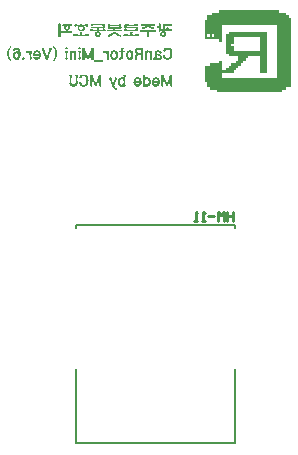
<source format=gbo>
G04*
G04 #@! TF.GenerationSoftware,Altium Limited,Altium Designer,18.1.1 (9)*
G04*
G04 Layer_Color=32896*
%FSLAX23Y23*%
%MOIN*%
G70*
G01*
G75*
%ADD12C,0.006*%
%ADD17C,0.010*%
G36*
X1196Y1376D02*
X1172D01*
Y1368D01*
X1156D01*
Y1360D01*
Y1352D01*
X1148D01*
Y1344D01*
Y1336D01*
Y1328D01*
Y1320D01*
Y1312D01*
Y1304D01*
Y1296D01*
Y1288D01*
X1196D01*
Y1280D01*
X1204D01*
Y1288D01*
Y1296D01*
Y1304D01*
Y1312D01*
Y1320D01*
Y1328D01*
Y1336D01*
X1388D01*
Y1328D01*
Y1320D01*
Y1312D01*
Y1304D01*
Y1296D01*
Y1288D01*
Y1280D01*
Y1272D01*
Y1264D01*
Y1256D01*
Y1248D01*
Y1240D01*
Y1232D01*
Y1224D01*
Y1216D01*
Y1208D01*
Y1200D01*
Y1192D01*
Y1184D01*
Y1176D01*
Y1168D01*
Y1160D01*
X1204D01*
Y1168D01*
Y1176D01*
X1244D01*
Y1184D01*
X1252D01*
Y1192D01*
X1260D01*
Y1200D01*
X1268D01*
Y1208D01*
X1276D01*
Y1216D01*
X1284D01*
Y1224D01*
X1292D01*
Y1232D01*
X1332D01*
Y1224D01*
Y1216D01*
Y1208D01*
Y1200D01*
Y1192D01*
Y1184D01*
Y1176D01*
X1356D01*
Y1184D01*
Y1192D01*
Y1200D01*
Y1208D01*
Y1216D01*
Y1224D01*
Y1232D01*
Y1240D01*
Y1248D01*
Y1256D01*
Y1264D01*
Y1272D01*
Y1280D01*
Y1288D01*
Y1296D01*
Y1304D01*
Y1312D01*
X1228D01*
Y1304D01*
X1220D01*
Y1296D01*
Y1288D01*
Y1280D01*
Y1272D01*
Y1264D01*
Y1256D01*
Y1248D01*
Y1240D01*
X1228D01*
Y1232D01*
X1260D01*
Y1224D01*
Y1216D01*
X1252D01*
Y1208D01*
X1236D01*
Y1200D01*
X1228D01*
Y1192D01*
X1220D01*
Y1184D01*
X1204D01*
Y1192D01*
Y1200D01*
Y1208D01*
Y1216D01*
X1196D01*
Y1208D01*
X1164D01*
Y1200D01*
X1148D01*
Y1192D01*
Y1184D01*
Y1176D01*
Y1168D01*
Y1160D01*
Y1152D01*
Y1144D01*
X1156D01*
Y1136D01*
Y1128D01*
X1164D01*
Y1120D01*
X1188D01*
Y1112D01*
X1404D01*
Y1120D01*
X1420D01*
Y1128D01*
X1436D01*
Y1136D01*
Y1144D01*
Y1152D01*
Y1160D01*
Y1168D01*
Y1176D01*
Y1184D01*
Y1192D01*
Y1200D01*
Y1208D01*
Y1216D01*
Y1224D01*
Y1232D01*
Y1240D01*
Y1248D01*
Y1256D01*
Y1264D01*
Y1272D01*
Y1280D01*
Y1288D01*
Y1296D01*
Y1304D01*
Y1312D01*
Y1320D01*
Y1328D01*
Y1336D01*
Y1344D01*
Y1352D01*
Y1360D01*
X1428D01*
Y1368D01*
X1420D01*
Y1376D01*
X1396D01*
Y1384D01*
X1196D01*
Y1376D01*
D02*
G37*
G36*
X881Y1170D02*
X882Y1169D01*
X883Y1169D01*
X883Y1169D01*
X883Y1168D01*
X884Y1168D01*
X884Y1168D01*
Y1167D01*
Y1167D01*
Y1167D01*
X884Y1167D01*
Y1167D01*
X884Y1166D01*
Y1166D01*
X884Y1165D01*
Y1164D01*
X883Y1163D01*
X883Y1162D01*
X883Y1160D01*
X883Y1158D01*
Y1158D01*
Y1158D01*
Y1158D01*
X883Y1158D01*
Y1157D01*
Y1157D01*
Y1156D01*
X883Y1156D01*
Y1154D01*
X883Y1153D01*
Y1151D01*
Y1150D01*
Y1150D01*
Y1149D01*
Y1149D01*
Y1149D01*
Y1149D01*
Y1148D01*
Y1148D01*
Y1147D01*
X883Y1146D01*
Y1144D01*
X883Y1143D01*
X883Y1141D01*
Y1141D01*
Y1141D01*
Y1141D01*
X883Y1140D01*
Y1140D01*
Y1140D01*
X883Y1139D01*
Y1138D01*
X883Y1138D01*
Y1137D01*
X883Y1136D01*
X884Y1134D01*
X884Y1132D01*
Y1132D01*
X884Y1132D01*
X884Y1131D01*
X883Y1131D01*
X883Y1131D01*
X883Y1131D01*
X883Y1131D01*
X882Y1130D01*
X882Y1130D01*
X881Y1130D01*
X881Y1130D01*
X880D01*
X879Y1130D01*
X879Y1130D01*
X878Y1130D01*
X877Y1131D01*
X877Y1131D01*
X877Y1131D01*
X877Y1131D01*
X877Y1132D01*
Y1132D01*
X877Y1132D01*
X877Y1132D01*
X877Y1132D01*
X876Y1132D01*
X876Y1132D01*
X876Y1131D01*
X875Y1131D01*
X874Y1131D01*
X874Y1130D01*
X874D01*
X874Y1130D01*
X873Y1130D01*
X873Y1130D01*
X872Y1130D01*
X872Y1130D01*
X871Y1130D01*
X870D01*
X869Y1130D01*
X869Y1130D01*
X868Y1130D01*
X868Y1130D01*
X867Y1130D01*
X866Y1131D01*
X866Y1131D01*
X865Y1131D01*
X864Y1132D01*
X864Y1132D01*
X863Y1133D01*
X862Y1133D01*
X862Y1134D01*
X862Y1134D01*
X862Y1134D01*
X862Y1134D01*
X861Y1135D01*
X861Y1135D01*
X861Y1136D01*
X860Y1136D01*
X860Y1137D01*
X860Y1138D01*
X859Y1139D01*
X859Y1140D01*
X859Y1141D01*
X859Y1142D01*
X859Y1144D01*
X858Y1145D01*
Y1145D01*
Y1146D01*
Y1146D01*
X859Y1147D01*
X859Y1147D01*
X859Y1148D01*
X859Y1149D01*
X859Y1150D01*
X859Y1152D01*
X860Y1153D01*
X860Y1154D01*
X860Y1155D01*
X861Y1155D01*
X861Y1156D01*
X862Y1157D01*
X862Y1157D01*
X862Y1157D01*
X862Y1158D01*
X862Y1158D01*
X863Y1158D01*
X863Y1158D01*
X863Y1159D01*
X864Y1159D01*
X864Y1160D01*
X865Y1160D01*
X866Y1160D01*
X867Y1161D01*
X867Y1161D01*
X868Y1161D01*
X869Y1161D01*
X870Y1161D01*
X871D01*
X871Y1161D01*
X872D01*
X872Y1161D01*
X873Y1161D01*
X874Y1161D01*
X874Y1161D01*
X874Y1161D01*
X874Y1160D01*
X875Y1160D01*
X875Y1160D01*
X876Y1160D01*
X877Y1159D01*
X877Y1159D01*
Y1159D01*
Y1159D01*
X877Y1160D01*
Y1160D01*
X877Y1161D01*
X877Y1161D01*
X877Y1162D01*
X877Y1163D01*
Y1163D01*
Y1163D01*
Y1163D01*
X877Y1164D01*
Y1164D01*
X877Y1165D01*
X877Y1166D01*
X876Y1166D01*
X876Y1167D01*
Y1167D01*
Y1168D01*
X876Y1168D01*
X877Y1168D01*
X877Y1169D01*
X877Y1169D01*
X877Y1169D01*
X878Y1169D01*
X878Y1169D01*
X879Y1170D01*
X879Y1170D01*
X880Y1170D01*
X881D01*
X881Y1170D01*
D02*
G37*
G36*
X1037Y1170D02*
X1037D01*
X1038Y1169D01*
X1038Y1169D01*
X1039Y1169D01*
X1039Y1169D01*
X1039Y1169D01*
X1039Y1169D01*
X1040Y1169D01*
X1040Y1168D01*
X1040Y1168D01*
X1040Y1168D01*
X1040Y1168D01*
Y1167D01*
Y1167D01*
Y1167D01*
X1040Y1167D01*
X1040Y1166D01*
Y1166D01*
X1040Y1166D01*
X1040Y1165D01*
X1040Y1165D01*
X1040Y1164D01*
X1040Y1163D01*
X1040Y1162D01*
X1040Y1160D01*
X1040Y1159D01*
Y1159D01*
Y1159D01*
Y1158D01*
X1040Y1158D01*
Y1158D01*
Y1157D01*
Y1157D01*
X1040Y1156D01*
Y1155D01*
X1039Y1153D01*
Y1152D01*
Y1150D01*
Y1150D01*
Y1150D01*
Y1150D01*
Y1149D01*
Y1149D01*
Y1149D01*
Y1148D01*
Y1148D01*
X1040Y1146D01*
Y1145D01*
X1040Y1143D01*
X1040Y1142D01*
Y1142D01*
Y1142D01*
Y1141D01*
X1040Y1141D01*
Y1141D01*
Y1140D01*
X1040Y1140D01*
X1040Y1139D01*
X1040Y1138D01*
Y1138D01*
X1040Y1136D01*
X1040Y1134D01*
X1040Y1133D01*
Y1133D01*
Y1132D01*
X1040Y1132D01*
X1040Y1132D01*
X1040Y1132D01*
X1040Y1131D01*
X1040Y1131D01*
X1039Y1131D01*
X1039D01*
X1039Y1131D01*
X1039Y1131D01*
X1038Y1131D01*
X1038Y1131D01*
X1037Y1130D01*
X1036Y1130D01*
X1036D01*
X1036Y1130D01*
X1035D01*
X1035Y1130D01*
X1034Y1131D01*
X1033Y1131D01*
X1033Y1131D01*
X1033Y1131D01*
X1033Y1131D01*
X1033Y1131D01*
X1032Y1132D01*
X1032Y1132D01*
X1032Y1132D01*
Y1133D01*
Y1133D01*
Y1133D01*
X1032Y1133D01*
Y1133D01*
X1032Y1134D01*
X1032Y1134D01*
Y1135D01*
X1032Y1135D01*
X1033Y1136D01*
X1033Y1136D01*
X1033Y1137D01*
X1033Y1138D01*
Y1139D01*
X1033Y1140D01*
X1033Y1141D01*
Y1142D01*
Y1142D01*
Y1142D01*
Y1143D01*
Y1143D01*
Y1144D01*
Y1144D01*
Y1145D01*
Y1146D01*
Y1147D01*
X1033Y1147D01*
X1033Y1149D01*
X1033Y1151D01*
X1032Y1153D01*
X1032Y1153D01*
X1032Y1153D01*
X1032Y1153D01*
X1032Y1152D01*
X1032Y1152D01*
X1032Y1151D01*
X1031Y1150D01*
X1031Y1149D01*
X1030Y1148D01*
X1030Y1148D01*
X1029Y1145D01*
X1028Y1143D01*
X1028Y1141D01*
Y1141D01*
X1028Y1141D01*
X1027Y1141D01*
X1027Y1140D01*
X1027Y1140D01*
X1027Y1139D01*
X1027Y1138D01*
X1027Y1138D01*
X1026Y1137D01*
X1026Y1135D01*
X1025Y1134D01*
X1025Y1133D01*
X1025Y1133D01*
Y1133D01*
X1025Y1133D01*
X1025Y1132D01*
X1024Y1132D01*
X1024Y1132D01*
X1024Y1131D01*
X1023Y1131D01*
X1023D01*
X1023Y1131D01*
X1023Y1131D01*
X1023Y1131D01*
X1022Y1131D01*
X1021Y1131D01*
X1021D01*
X1021Y1131D01*
X1021D01*
X1020Y1131D01*
X1019Y1131D01*
X1019Y1131D01*
X1019Y1131D01*
X1019Y1132D01*
X1018Y1132D01*
X1018Y1132D01*
X1018Y1133D01*
Y1133D01*
X1018Y1133D01*
X1018Y1133D01*
X1018Y1133D01*
X1018Y1134D01*
X1018Y1134D01*
X1018Y1134D01*
X1017Y1135D01*
X1017Y1135D01*
X1017Y1136D01*
X1017Y1137D01*
X1016Y1138D01*
X1016Y1138D01*
X1016Y1139D01*
X1015Y1140D01*
X1015Y1141D01*
X1015Y1141D01*
X1015Y1142D01*
X1015Y1142D01*
X1015Y1142D01*
X1014Y1143D01*
X1014Y1144D01*
X1014Y1144D01*
X1013Y1145D01*
X1013Y1146D01*
X1013Y1147D01*
X1012Y1149D01*
X1011Y1151D01*
X1010Y1153D01*
Y1153D01*
Y1153D01*
X1010Y1153D01*
Y1152D01*
Y1152D01*
X1010Y1151D01*
Y1151D01*
X1010Y1150D01*
Y1149D01*
X1010Y1149D01*
Y1148D01*
Y1147D01*
Y1146D01*
Y1145D01*
Y1143D01*
Y1142D01*
Y1142D01*
Y1142D01*
Y1141D01*
X1010Y1141D01*
Y1140D01*
X1010Y1140D01*
Y1139D01*
X1010Y1137D01*
X1010Y1136D01*
X1010Y1134D01*
X1010Y1133D01*
X1010Y1133D01*
Y1133D01*
Y1132D01*
X1010Y1132D01*
X1010Y1132D01*
X1010Y1132D01*
X1010Y1131D01*
X1010Y1131D01*
X1009Y1131D01*
X1009D01*
X1009Y1131D01*
X1009Y1131D01*
X1008Y1131D01*
X1008Y1131D01*
X1007Y1130D01*
X1006Y1130D01*
X1006D01*
X1006Y1130D01*
X1005D01*
X1005Y1130D01*
X1004Y1131D01*
X1003Y1131D01*
X1003Y1131D01*
X1003Y1131D01*
X1003Y1131D01*
X1003Y1131D01*
X1003Y1132D01*
X1002Y1132D01*
X1002Y1132D01*
Y1133D01*
Y1133D01*
Y1133D01*
X1002Y1133D01*
Y1133D01*
X1002Y1134D01*
X1002Y1134D01*
Y1135D01*
X1002Y1135D01*
X1003Y1136D01*
X1003Y1138D01*
X1003Y1139D01*
X1003Y1141D01*
Y1141D01*
Y1141D01*
Y1141D01*
Y1141D01*
Y1142D01*
X1003Y1142D01*
Y1143D01*
Y1144D01*
Y1144D01*
Y1145D01*
X1003Y1147D01*
Y1148D01*
Y1150D01*
Y1150D01*
Y1150D01*
Y1151D01*
Y1151D01*
Y1151D01*
Y1152D01*
Y1152D01*
Y1153D01*
X1003Y1154D01*
Y1156D01*
Y1157D01*
X1003Y1159D01*
Y1159D01*
Y1159D01*
Y1160D01*
Y1160D01*
X1003Y1160D01*
Y1161D01*
X1003Y1161D01*
Y1162D01*
X1003Y1163D01*
X1003Y1164D01*
X1002Y1166D01*
X1002Y1167D01*
Y1167D01*
Y1167D01*
Y1168D01*
X1002Y1168D01*
X1002Y1168D01*
X1003Y1168D01*
X1003Y1169D01*
X1003Y1169D01*
X1003Y1169D01*
X1004Y1169D01*
X1004Y1169D01*
X1004Y1169D01*
X1005Y1169D01*
X1005Y1170D01*
X1006Y1170D01*
X1007D01*
X1007Y1170D01*
X1008D01*
X1008Y1169D01*
X1009Y1169D01*
X1009Y1169D01*
X1010Y1169D01*
X1010Y1169D01*
X1010Y1169D01*
X1010Y1169D01*
X1010Y1168D01*
X1011Y1168D01*
X1011Y1168D01*
X1011Y1168D01*
X1011Y1167D01*
Y1167D01*
X1011Y1167D01*
X1012Y1166D01*
X1012Y1166D01*
X1012Y1165D01*
X1012Y1165D01*
X1012Y1164D01*
X1013Y1163D01*
X1013Y1162D01*
X1013Y1161D01*
X1014Y1160D01*
X1014Y1158D01*
X1015Y1156D01*
X1016Y1153D01*
X1016Y1153D01*
X1016Y1153D01*
X1016Y1152D01*
X1016Y1152D01*
X1017Y1151D01*
X1017Y1150D01*
X1017Y1150D01*
X1018Y1149D01*
X1019Y1147D01*
X1019Y1145D01*
X1020Y1143D01*
X1021Y1142D01*
X1021Y1141D01*
Y1141D01*
X1022Y1142D01*
X1022Y1142D01*
X1022Y1142D01*
X1022Y1143D01*
X1022Y1143D01*
X1023Y1144D01*
X1023Y1144D01*
X1023Y1145D01*
X1024Y1146D01*
X1024Y1147D01*
X1025Y1148D01*
X1025Y1149D01*
X1025Y1150D01*
X1026Y1152D01*
X1026Y1153D01*
X1027Y1153D01*
X1027Y1153D01*
X1027Y1154D01*
X1027Y1154D01*
X1027Y1155D01*
X1027Y1156D01*
X1028Y1157D01*
X1028Y1158D01*
X1028Y1159D01*
X1029Y1160D01*
X1030Y1162D01*
X1030Y1165D01*
X1031Y1167D01*
Y1167D01*
X1031Y1167D01*
X1031Y1168D01*
X1032Y1168D01*
X1032Y1168D01*
X1032Y1168D01*
X1032Y1169D01*
X1033Y1169D01*
X1033Y1169D01*
X1033Y1169D01*
X1034Y1169D01*
X1034Y1169D01*
X1034Y1169D01*
X1035Y1170D01*
X1036Y1170D01*
X1036D01*
X1037Y1170D01*
D02*
G37*
G36*
X800D02*
X800D01*
X801Y1169D01*
X801Y1169D01*
X802Y1169D01*
X802Y1169D01*
X802Y1169D01*
X802Y1169D01*
X802Y1169D01*
X803Y1168D01*
X803Y1168D01*
X803Y1168D01*
X803Y1168D01*
Y1167D01*
Y1167D01*
Y1167D01*
X803Y1167D01*
X803Y1166D01*
Y1166D01*
X803Y1166D01*
X803Y1165D01*
X803Y1165D01*
X803Y1164D01*
X803Y1163D01*
X803Y1162D01*
X803Y1160D01*
X803Y1159D01*
Y1159D01*
Y1159D01*
Y1158D01*
X802Y1158D01*
Y1158D01*
Y1157D01*
Y1157D01*
X802Y1156D01*
Y1155D01*
X802Y1153D01*
Y1152D01*
Y1150D01*
Y1150D01*
Y1150D01*
Y1150D01*
Y1149D01*
Y1149D01*
Y1149D01*
Y1148D01*
Y1148D01*
X802Y1146D01*
Y1145D01*
X802Y1143D01*
X803Y1142D01*
Y1142D01*
Y1142D01*
Y1141D01*
X803Y1141D01*
Y1141D01*
Y1140D01*
X803Y1140D01*
X803Y1139D01*
X803Y1138D01*
Y1138D01*
X803Y1136D01*
X803Y1134D01*
X803Y1133D01*
Y1133D01*
Y1132D01*
X803Y1132D01*
X803Y1132D01*
X803Y1132D01*
X803Y1131D01*
X802Y1131D01*
X802Y1131D01*
X802D01*
X802Y1131D01*
X801Y1131D01*
X801Y1131D01*
X801Y1131D01*
X800Y1130D01*
X799Y1130D01*
X799D01*
X798Y1130D01*
X798D01*
X798Y1130D01*
X797Y1131D01*
X796Y1131D01*
X796Y1131D01*
X796Y1131D01*
X796Y1131D01*
X796Y1131D01*
X795Y1132D01*
X795Y1132D01*
X795Y1132D01*
Y1133D01*
Y1133D01*
Y1133D01*
X795Y1133D01*
Y1133D01*
X795Y1134D01*
X795Y1134D01*
Y1135D01*
X795Y1135D01*
X795Y1136D01*
X795Y1136D01*
X796Y1137D01*
X796Y1138D01*
Y1139D01*
X796Y1140D01*
X796Y1141D01*
Y1142D01*
Y1142D01*
Y1142D01*
Y1143D01*
Y1143D01*
Y1144D01*
Y1144D01*
Y1145D01*
Y1146D01*
Y1147D01*
X796Y1147D01*
X796Y1149D01*
X796Y1151D01*
X795Y1153D01*
X795Y1153D01*
X795Y1153D01*
X795Y1153D01*
X795Y1152D01*
X795Y1152D01*
X794Y1151D01*
X794Y1150D01*
X794Y1149D01*
X793Y1148D01*
X793Y1148D01*
X792Y1145D01*
X791Y1143D01*
X791Y1141D01*
Y1141D01*
X790Y1141D01*
X790Y1141D01*
X790Y1140D01*
X790Y1140D01*
X790Y1139D01*
X790Y1138D01*
X789Y1138D01*
X789Y1137D01*
X788Y1135D01*
X788Y1134D01*
X788Y1133D01*
X788Y1133D01*
Y1133D01*
X788Y1133D01*
X787Y1132D01*
X787Y1132D01*
X787Y1132D01*
X787Y1131D01*
X786Y1131D01*
X786D01*
X786Y1131D01*
X786Y1131D01*
X786Y1131D01*
X785Y1131D01*
X784Y1131D01*
X784D01*
X784Y1131D01*
X784D01*
X783Y1131D01*
X782Y1131D01*
X782Y1131D01*
X782Y1131D01*
X782Y1132D01*
X781Y1132D01*
X781Y1132D01*
X781Y1133D01*
Y1133D01*
X781Y1133D01*
X781Y1133D01*
X781Y1133D01*
X781Y1134D01*
X781Y1134D01*
X780Y1134D01*
X780Y1135D01*
X780Y1135D01*
X780Y1136D01*
X780Y1137D01*
X779Y1138D01*
X779Y1138D01*
X779Y1139D01*
X778Y1140D01*
X778Y1141D01*
X778Y1141D01*
X778Y1142D01*
X778Y1142D01*
X777Y1142D01*
X777Y1143D01*
X777Y1144D01*
X777Y1144D01*
X776Y1145D01*
X776Y1146D01*
X776Y1147D01*
X775Y1149D01*
X774Y1151D01*
X773Y1153D01*
Y1153D01*
Y1153D01*
X773Y1153D01*
Y1152D01*
Y1152D01*
X773Y1151D01*
Y1151D01*
X773Y1150D01*
Y1149D01*
X773Y1149D01*
Y1148D01*
Y1147D01*
Y1146D01*
Y1145D01*
Y1143D01*
Y1142D01*
Y1142D01*
Y1142D01*
Y1141D01*
X773Y1141D01*
Y1140D01*
X773Y1140D01*
Y1139D01*
X773Y1137D01*
X773Y1136D01*
X773Y1134D01*
X773Y1133D01*
X773Y1133D01*
Y1133D01*
Y1132D01*
X773Y1132D01*
X773Y1132D01*
X773Y1132D01*
X773Y1131D01*
X772Y1131D01*
X772Y1131D01*
X772D01*
X772Y1131D01*
X772Y1131D01*
X771Y1131D01*
X771Y1131D01*
X770Y1130D01*
X769Y1130D01*
X769D01*
X769Y1130D01*
X768D01*
X768Y1130D01*
X767Y1131D01*
X766Y1131D01*
X766Y1131D01*
X766Y1131D01*
X766Y1131D01*
X766Y1131D01*
X765Y1132D01*
X765Y1132D01*
X765Y1132D01*
Y1133D01*
Y1133D01*
Y1133D01*
X765Y1133D01*
Y1133D01*
X765Y1134D01*
X765Y1134D01*
Y1135D01*
X765Y1135D01*
X765Y1136D01*
X766Y1138D01*
X766Y1139D01*
X766Y1141D01*
Y1141D01*
Y1141D01*
Y1141D01*
Y1141D01*
Y1142D01*
X766Y1142D01*
Y1143D01*
Y1144D01*
Y1144D01*
Y1145D01*
X766Y1147D01*
Y1148D01*
Y1150D01*
Y1150D01*
Y1150D01*
Y1151D01*
Y1151D01*
Y1151D01*
Y1152D01*
Y1152D01*
Y1153D01*
X766Y1154D01*
Y1156D01*
Y1157D01*
X766Y1159D01*
Y1159D01*
Y1159D01*
Y1160D01*
Y1160D01*
X766Y1160D01*
Y1161D01*
X766Y1161D01*
Y1162D01*
X765Y1163D01*
X765Y1164D01*
X765Y1166D01*
X765Y1167D01*
Y1167D01*
Y1167D01*
Y1168D01*
X765Y1168D01*
X765Y1168D01*
X766Y1168D01*
X766Y1169D01*
X766Y1169D01*
X766Y1169D01*
X767Y1169D01*
X767Y1169D01*
X767Y1169D01*
X768Y1169D01*
X768Y1170D01*
X769Y1170D01*
X770D01*
X770Y1170D01*
X770D01*
X771Y1169D01*
X771Y1169D01*
X772Y1169D01*
X773Y1169D01*
X773Y1169D01*
X773Y1169D01*
X773Y1169D01*
X773Y1168D01*
X774Y1168D01*
X774Y1168D01*
X774Y1168D01*
X774Y1167D01*
Y1167D01*
X774Y1167D01*
X774Y1166D01*
X775Y1166D01*
X775Y1165D01*
X775Y1165D01*
X775Y1164D01*
X775Y1163D01*
X776Y1162D01*
X776Y1161D01*
X777Y1160D01*
X777Y1158D01*
X778Y1156D01*
X779Y1153D01*
X779Y1153D01*
X779Y1153D01*
X779Y1152D01*
X779Y1152D01*
X780Y1151D01*
X780Y1150D01*
X780Y1150D01*
X781Y1149D01*
X781Y1147D01*
X782Y1145D01*
X783Y1143D01*
X784Y1142D01*
X784Y1141D01*
Y1141D01*
X784Y1142D01*
X784Y1142D01*
X785Y1142D01*
X785Y1143D01*
X785Y1143D01*
X785Y1144D01*
X786Y1144D01*
X786Y1145D01*
X787Y1146D01*
X787Y1147D01*
X787Y1148D01*
X788Y1149D01*
X788Y1150D01*
X789Y1152D01*
X789Y1153D01*
X789Y1153D01*
X789Y1153D01*
X790Y1154D01*
X790Y1154D01*
X790Y1155D01*
X790Y1156D01*
X791Y1157D01*
X791Y1158D01*
X791Y1159D01*
X792Y1160D01*
X792Y1162D01*
X793Y1165D01*
X794Y1167D01*
Y1167D01*
X794Y1167D01*
X794Y1168D01*
X794Y1168D01*
X795Y1168D01*
X795Y1168D01*
X795Y1169D01*
X796Y1169D01*
X796Y1169D01*
X796Y1169D01*
X796Y1169D01*
X797Y1169D01*
X797Y1169D01*
X798Y1170D01*
X798Y1170D01*
X799D01*
X800Y1170D01*
D02*
G37*
G36*
X986Y1161D02*
X986Y1161D01*
X987Y1161D01*
X988Y1161D01*
X988Y1161D01*
X989Y1160D01*
X990Y1160D01*
X991Y1160D01*
X992Y1160D01*
X992Y1159D01*
X993Y1158D01*
X994Y1158D01*
X995Y1157D01*
X995Y1157D01*
X995Y1157D01*
X995Y1157D01*
X995Y1156D01*
X995Y1156D01*
X996Y1155D01*
X996Y1155D01*
X996Y1154D01*
X997Y1153D01*
X997Y1152D01*
X997Y1151D01*
X998Y1150D01*
X998Y1149D01*
X998Y1148D01*
X998Y1147D01*
X998Y1145D01*
Y1145D01*
Y1145D01*
Y1145D01*
X998Y1144D01*
X998Y1144D01*
X998Y1143D01*
X998Y1142D01*
X998Y1142D01*
X997Y1140D01*
X997Y1139D01*
X997Y1138D01*
X996Y1137D01*
X996Y1136D01*
X995Y1135D01*
X995Y1134D01*
X995Y1134D01*
X995Y1134D01*
X994Y1134D01*
X994Y1134D01*
X994Y1133D01*
X993Y1133D01*
X993Y1133D01*
X992Y1132D01*
X991Y1132D01*
X991Y1131D01*
X990Y1131D01*
X989Y1131D01*
X988Y1130D01*
X987Y1130D01*
X986Y1130D01*
X985Y1130D01*
X984D01*
X984Y1130D01*
X983D01*
X983Y1130D01*
X982Y1130D01*
X981Y1130D01*
X980Y1131D01*
X979Y1131D01*
X977Y1132D01*
X977Y1132D01*
X976Y1133D01*
X976Y1133D01*
X976Y1133D01*
X976Y1133D01*
X975Y1133D01*
X975Y1133D01*
X975Y1134D01*
X974Y1134D01*
X974Y1135D01*
X973Y1137D01*
X972Y1138D01*
X972Y1138D01*
X972Y1139D01*
Y1139D01*
Y1140D01*
X972Y1140D01*
X972Y1140D01*
X972Y1140D01*
X973Y1140D01*
X973Y1141D01*
X973Y1141D01*
X974Y1141D01*
X974Y1141D01*
X975Y1141D01*
X975Y1141D01*
X976D01*
X977Y1141D01*
X977Y1141D01*
X978Y1141D01*
X979Y1140D01*
X979Y1140D01*
X979Y1140D01*
X979Y1140D01*
X980Y1139D01*
Y1139D01*
X980Y1139D01*
X980Y1139D01*
X980Y1139D01*
X980Y1138D01*
X980Y1138D01*
X981Y1138D01*
X981Y1137D01*
X981Y1137D01*
X981Y1137D01*
X981Y1137D01*
X982Y1137D01*
X982Y1137D01*
X983Y1137D01*
X984Y1137D01*
X985Y1136D01*
X985D01*
X985Y1137D01*
X986Y1137D01*
X986Y1137D01*
X987Y1137D01*
X988Y1137D01*
X988Y1138D01*
X989Y1138D01*
X989Y1139D01*
X989Y1139D01*
X990Y1139D01*
X990Y1140D01*
X990Y1141D01*
X991Y1141D01*
X991Y1142D01*
X991Y1143D01*
X972D01*
Y1143D01*
Y1144D01*
X972Y1144D01*
Y1145D01*
Y1145D01*
X972Y1146D01*
X972Y1147D01*
X972Y1148D01*
X972Y1149D01*
X972Y1150D01*
X972Y1151D01*
X973Y1152D01*
X973Y1153D01*
X974Y1154D01*
X974Y1155D01*
X975Y1156D01*
X975Y1156D01*
X975Y1157D01*
X975Y1157D01*
X975Y1157D01*
X976Y1157D01*
X976Y1158D01*
X977Y1158D01*
X977Y1159D01*
X978Y1159D01*
X979Y1160D01*
X980Y1160D01*
X980Y1160D01*
X981Y1161D01*
X982Y1161D01*
X984Y1161D01*
X985Y1161D01*
X985D01*
X986Y1161D01*
D02*
G37*
G36*
X925D02*
X925Y1161D01*
X926Y1161D01*
X926Y1161D01*
X927Y1161D01*
X928Y1160D01*
X929Y1160D01*
X929Y1160D01*
X930Y1160D01*
X931Y1159D01*
X932Y1158D01*
X933Y1158D01*
X933Y1157D01*
X933Y1157D01*
X934Y1157D01*
X934Y1157D01*
X934Y1156D01*
X934Y1156D01*
X934Y1155D01*
X935Y1155D01*
X935Y1154D01*
X936Y1153D01*
X936Y1152D01*
X936Y1151D01*
X936Y1150D01*
X937Y1149D01*
X937Y1148D01*
X937Y1147D01*
X937Y1145D01*
Y1145D01*
Y1145D01*
Y1145D01*
X937Y1144D01*
X937Y1144D01*
X937Y1143D01*
X937Y1142D01*
X937Y1142D01*
X936Y1140D01*
X936Y1139D01*
X936Y1138D01*
X935Y1137D01*
X935Y1136D01*
X934Y1135D01*
X933Y1134D01*
X933Y1134D01*
X933Y1134D01*
X933Y1134D01*
X933Y1134D01*
X932Y1133D01*
X932Y1133D01*
X931Y1133D01*
X931Y1132D01*
X930Y1132D01*
X929Y1131D01*
X929Y1131D01*
X928Y1131D01*
X927Y1130D01*
X926Y1130D01*
X924Y1130D01*
X923Y1130D01*
X923D01*
X922Y1130D01*
X922D01*
X921Y1130D01*
X921Y1130D01*
X920Y1130D01*
X919Y1131D01*
X917Y1131D01*
X916Y1132D01*
X915Y1132D01*
X915Y1133D01*
X915Y1133D01*
X915Y1133D01*
X914Y1133D01*
X914Y1133D01*
X914Y1133D01*
X914Y1134D01*
X913Y1134D01*
X912Y1135D01*
X912Y1137D01*
X911Y1138D01*
X911Y1138D01*
X911Y1139D01*
Y1139D01*
Y1140D01*
X911Y1140D01*
X911Y1140D01*
X911Y1140D01*
X911Y1140D01*
X912Y1141D01*
X912Y1141D01*
X912Y1141D01*
X913Y1141D01*
X914Y1141D01*
X914Y1141D01*
X915D01*
X915Y1141D01*
X916Y1141D01*
X917Y1141D01*
X918Y1140D01*
X918Y1140D01*
X918Y1140D01*
X918Y1140D01*
X918Y1139D01*
Y1139D01*
X918Y1139D01*
X918Y1139D01*
X918Y1139D01*
X919Y1138D01*
X919Y1138D01*
X919Y1138D01*
X920Y1137D01*
X920Y1137D01*
X920Y1137D01*
X920Y1137D01*
X921Y1137D01*
X921Y1137D01*
X922Y1137D01*
X923Y1137D01*
X924Y1136D01*
X924D01*
X924Y1137D01*
X924Y1137D01*
X925Y1137D01*
X926Y1137D01*
X926Y1137D01*
X927Y1138D01*
X928Y1138D01*
X928Y1139D01*
X928Y1139D01*
X928Y1139D01*
X929Y1140D01*
X929Y1141D01*
X929Y1141D01*
X930Y1142D01*
X930Y1143D01*
X910D01*
Y1143D01*
Y1144D01*
X910Y1144D01*
Y1145D01*
Y1145D01*
X910Y1146D01*
X911Y1147D01*
X911Y1148D01*
X911Y1149D01*
X911Y1150D01*
X911Y1151D01*
X911Y1152D01*
X912Y1153D01*
X912Y1154D01*
X913Y1155D01*
X913Y1156D01*
X913Y1156D01*
X914Y1157D01*
X914Y1157D01*
X914Y1157D01*
X914Y1157D01*
X915Y1158D01*
X915Y1158D01*
X916Y1159D01*
X917Y1159D01*
X917Y1160D01*
X918Y1160D01*
X919Y1160D01*
X920Y1161D01*
X921Y1161D01*
X922Y1161D01*
X924Y1161D01*
X924D01*
X925Y1161D01*
D02*
G37*
G36*
X721Y1170D02*
X721D01*
X722Y1169D01*
X722Y1169D01*
X723Y1169D01*
X723Y1169D01*
X723Y1169D01*
X723Y1169D01*
X724Y1169D01*
X724Y1168D01*
X724Y1168D01*
X724Y1168D01*
X724Y1168D01*
Y1167D01*
Y1167D01*
Y1167D01*
Y1167D01*
X724Y1167D01*
X724Y1166D01*
X724Y1166D01*
X724Y1165D01*
X724Y1164D01*
X724Y1163D01*
X724Y1161D01*
Y1161D01*
Y1161D01*
Y1161D01*
X724Y1161D01*
Y1160D01*
X724Y1159D01*
Y1158D01*
X723Y1157D01*
Y1156D01*
Y1155D01*
Y1155D01*
Y1155D01*
Y1155D01*
Y1154D01*
Y1154D01*
Y1153D01*
Y1152D01*
Y1151D01*
X724Y1149D01*
Y1149D01*
Y1149D01*
Y1149D01*
Y1148D01*
X724Y1148D01*
X724Y1147D01*
X724Y1146D01*
X724Y1145D01*
X724Y1144D01*
X724Y1143D01*
Y1143D01*
Y1142D01*
X724Y1142D01*
Y1142D01*
Y1141D01*
X724Y1141D01*
X724Y1140D01*
X724Y1139D01*
X724Y1139D01*
X724Y1138D01*
X723Y1137D01*
X723Y1136D01*
X723Y1136D01*
X722Y1135D01*
X721Y1134D01*
X721Y1133D01*
X721Y1133D01*
X721Y1133D01*
X720Y1133D01*
X720Y1133D01*
X720Y1133D01*
X719Y1132D01*
X719Y1132D01*
X718Y1132D01*
X717Y1131D01*
X716Y1131D01*
X716Y1131D01*
X715Y1130D01*
X714Y1130D01*
X713Y1130D01*
X711Y1130D01*
X710Y1130D01*
X710D01*
X709Y1130D01*
X709Y1130D01*
X708Y1130D01*
X707Y1130D01*
X706Y1130D01*
X705Y1131D01*
X704Y1131D01*
X703Y1132D01*
X702Y1132D01*
X701Y1132D01*
X701Y1133D01*
X700Y1134D01*
X700Y1134D01*
X700Y1134D01*
X699Y1134D01*
X699Y1134D01*
X699Y1135D01*
X699Y1135D01*
X698Y1136D01*
X698Y1136D01*
X698Y1137D01*
X697Y1138D01*
X697Y1138D01*
X697Y1139D01*
X697Y1140D01*
X696Y1141D01*
Y1142D01*
X697Y1143D01*
Y1143D01*
Y1143D01*
Y1143D01*
X697Y1143D01*
Y1144D01*
X697Y1144D01*
X697Y1145D01*
X697Y1146D01*
X697Y1147D01*
Y1148D01*
X697Y1149D01*
Y1149D01*
Y1149D01*
Y1149D01*
Y1149D01*
Y1150D01*
Y1151D01*
X697Y1152D01*
Y1153D01*
Y1154D01*
Y1155D01*
Y1155D01*
Y1155D01*
Y1155D01*
Y1156D01*
Y1156D01*
Y1156D01*
Y1157D01*
X697Y1158D01*
Y1159D01*
X697Y1160D01*
X697Y1161D01*
Y1161D01*
Y1161D01*
Y1161D01*
X697Y1162D01*
Y1162D01*
X697Y1163D01*
X697Y1164D01*
X696Y1165D01*
X696Y1166D01*
X696Y1167D01*
Y1167D01*
Y1167D01*
Y1167D01*
Y1168D01*
X696Y1168D01*
X696Y1168D01*
X697Y1168D01*
X697Y1169D01*
X697Y1169D01*
X697Y1169D01*
X698Y1169D01*
X698Y1169D01*
X698Y1169D01*
X699Y1169D01*
X699Y1170D01*
X700Y1170D01*
X700D01*
X701Y1170D01*
X701D01*
X701Y1169D01*
X702Y1169D01*
X702Y1169D01*
X703Y1169D01*
X703Y1169D01*
X703Y1169D01*
X703Y1169D01*
X704Y1168D01*
X704Y1168D01*
X704Y1168D01*
X704Y1168D01*
Y1167D01*
Y1167D01*
Y1167D01*
Y1167D01*
Y1167D01*
X704Y1166D01*
X704Y1166D01*
X704Y1165D01*
X704Y1164D01*
X704Y1163D01*
X704Y1161D01*
Y1161D01*
Y1161D01*
Y1161D01*
X704Y1161D01*
Y1160D01*
X704Y1159D01*
X703Y1158D01*
Y1157D01*
X703Y1156D01*
Y1155D01*
Y1155D01*
Y1155D01*
Y1154D01*
Y1154D01*
Y1153D01*
Y1152D01*
Y1151D01*
Y1150D01*
Y1150D01*
Y1150D01*
Y1149D01*
Y1149D01*
Y1148D01*
Y1147D01*
Y1146D01*
Y1146D01*
Y1146D01*
Y1145D01*
Y1145D01*
X703Y1145D01*
Y1144D01*
X704Y1143D01*
X704Y1142D01*
X704Y1141D01*
X704Y1140D01*
X705Y1139D01*
X705Y1139D01*
X705Y1139D01*
X705Y1138D01*
X706Y1138D01*
X706Y1138D01*
X707Y1137D01*
X707Y1137D01*
X708Y1137D01*
X708Y1137D01*
X709Y1137D01*
X710Y1137D01*
X710Y1136D01*
X711D01*
X711Y1137D01*
X711D01*
X712Y1137D01*
X713Y1137D01*
X713Y1137D01*
X714Y1138D01*
X715Y1138D01*
X715Y1139D01*
X716Y1139D01*
Y1139D01*
X716Y1139D01*
X716Y1139D01*
X716Y1139D01*
X716Y1140D01*
X716Y1140D01*
X716Y1141D01*
X717Y1142D01*
X717Y1143D01*
X717Y1144D01*
X717Y1146D01*
Y1146D01*
Y1146D01*
Y1146D01*
Y1147D01*
Y1147D01*
Y1148D01*
Y1149D01*
Y1150D01*
Y1150D01*
Y1150D01*
Y1151D01*
Y1151D01*
Y1152D01*
Y1152D01*
Y1153D01*
Y1154D01*
Y1155D01*
Y1155D01*
Y1155D01*
Y1155D01*
Y1156D01*
Y1156D01*
Y1156D01*
Y1157D01*
X717Y1158D01*
Y1159D01*
X717Y1160D01*
X717Y1161D01*
Y1161D01*
Y1161D01*
Y1161D01*
X717Y1162D01*
Y1162D01*
X717Y1163D01*
X717Y1164D01*
X717Y1165D01*
X716Y1166D01*
X716Y1167D01*
Y1167D01*
Y1167D01*
Y1167D01*
X716Y1168D01*
X716Y1168D01*
X717Y1168D01*
X717Y1168D01*
X717Y1169D01*
X718Y1169D01*
X718Y1169D01*
X718Y1169D01*
X718Y1169D01*
X718Y1169D01*
X719Y1169D01*
X719Y1170D01*
X720Y1170D01*
X721D01*
X721Y1170D01*
D02*
G37*
G36*
X745Y1170D02*
X746D01*
X746Y1170D01*
X747Y1170D01*
X748Y1170D01*
X748Y1170D01*
X749Y1169D01*
X750Y1169D01*
X751Y1169D01*
X752Y1168D01*
X753Y1168D01*
X754Y1167D01*
X755Y1166D01*
X756Y1165D01*
X756Y1165D01*
X756Y1165D01*
X756Y1165D01*
X757Y1164D01*
X757Y1164D01*
X757Y1163D01*
X758Y1163D01*
X758Y1162D01*
X759Y1161D01*
X759Y1160D01*
X760Y1158D01*
X760Y1157D01*
X760Y1156D01*
X760Y1154D01*
X761Y1152D01*
X761Y1150D01*
Y1150D01*
Y1150D01*
Y1150D01*
Y1150D01*
X761Y1149D01*
Y1149D01*
X760Y1148D01*
X760Y1147D01*
X760Y1146D01*
X760Y1144D01*
X760Y1143D01*
X760Y1142D01*
X759Y1140D01*
X759Y1139D01*
X758Y1138D01*
X758Y1137D01*
X757Y1136D01*
X756Y1135D01*
X756Y1135D01*
X756Y1134D01*
X756Y1134D01*
X755Y1134D01*
X755Y1134D01*
X754Y1133D01*
X754Y1133D01*
X753Y1132D01*
X752Y1132D01*
X751Y1131D01*
X750Y1131D01*
X749Y1131D01*
X748Y1130D01*
X747Y1130D01*
X746Y1130D01*
X745Y1130D01*
X744D01*
X743Y1130D01*
X743Y1130D01*
X742Y1130D01*
X741Y1130D01*
X740Y1130D01*
X739Y1131D01*
X738Y1131D01*
X737Y1131D01*
X736Y1132D01*
X735Y1132D01*
X734Y1133D01*
X733Y1133D01*
X733Y1134D01*
X733Y1134D01*
X733Y1134D01*
X733Y1134D01*
X732Y1134D01*
X732Y1135D01*
X732Y1135D01*
X731Y1136D01*
X731Y1137D01*
X730Y1137D01*
X730Y1138D01*
X730Y1139D01*
X730Y1140D01*
X729Y1140D01*
X729Y1141D01*
X729Y1142D01*
Y1142D01*
Y1142D01*
Y1143D01*
X729Y1143D01*
X729Y1144D01*
X730Y1144D01*
X730Y1144D01*
X730Y1144D01*
X730Y1144D01*
X731Y1145D01*
X731Y1145D01*
X732Y1145D01*
X733D01*
X733Y1145D01*
X734Y1145D01*
X734Y1144D01*
X735Y1144D01*
X736Y1144D01*
X736Y1143D01*
X736Y1143D01*
X736Y1143D01*
X736Y1142D01*
Y1142D01*
Y1142D01*
X736Y1142D01*
X736Y1141D01*
X737Y1141D01*
X737Y1140D01*
X737Y1139D01*
X738Y1138D01*
X738Y1138D01*
X739Y1138D01*
X739Y1137D01*
X739Y1137D01*
X740Y1137D01*
X741Y1136D01*
X742Y1136D01*
X743Y1136D01*
X744Y1136D01*
X745D01*
X745Y1136D01*
X746Y1136D01*
X746Y1136D01*
X747Y1136D01*
X748Y1136D01*
X748Y1137D01*
X749Y1137D01*
X749Y1137D01*
X750Y1138D01*
X750Y1138D01*
X751Y1139D01*
X751Y1139D01*
X751Y1139D01*
X751Y1139D01*
X751Y1140D01*
X751Y1140D01*
X752Y1141D01*
X752Y1141D01*
X752Y1142D01*
X752Y1142D01*
X753Y1143D01*
X753Y1144D01*
X753Y1145D01*
X753Y1146D01*
X753Y1148D01*
X753Y1149D01*
X753Y1150D01*
Y1150D01*
Y1151D01*
Y1151D01*
X753Y1151D01*
Y1152D01*
X753Y1153D01*
X753Y1153D01*
X753Y1154D01*
X753Y1156D01*
X752Y1158D01*
X752Y1159D01*
X751Y1160D01*
X751Y1161D01*
X751Y1161D01*
X751Y1161D01*
X751Y1161D01*
X750Y1161D01*
X750Y1162D01*
X749Y1163D01*
X748Y1163D01*
X747Y1164D01*
X746Y1164D01*
X746Y1164D01*
X745Y1164D01*
X744Y1164D01*
X744D01*
X743Y1164D01*
X743Y1164D01*
X742Y1164D01*
X741Y1164D01*
X740Y1164D01*
X739Y1163D01*
X739Y1163D01*
X739Y1163D01*
X739Y1163D01*
X738Y1162D01*
X738Y1162D01*
X738Y1161D01*
X737Y1160D01*
X737Y1159D01*
Y1159D01*
X737Y1159D01*
X737Y1158D01*
X737Y1158D01*
X736Y1157D01*
X736Y1157D01*
X736Y1157D01*
X735Y1157D01*
X735Y1157D01*
X734Y1157D01*
X733D01*
X733Y1157D01*
X733D01*
X732Y1157D01*
X732Y1157D01*
X731Y1157D01*
X730Y1158D01*
X730Y1158D01*
X730Y1158D01*
X730Y1159D01*
Y1159D01*
Y1159D01*
Y1160D01*
X730Y1160D01*
Y1160D01*
X730Y1161D01*
X730Y1161D01*
X730Y1162D01*
X731Y1163D01*
X731Y1163D01*
X731Y1164D01*
X731Y1165D01*
X732Y1165D01*
X732Y1166D01*
X733Y1167D01*
X734Y1167D01*
X734Y1168D01*
X734Y1168D01*
X734Y1168D01*
X735Y1168D01*
X735Y1168D01*
X735Y1168D01*
X736Y1168D01*
X736Y1169D01*
X737Y1169D01*
X738Y1169D01*
X738Y1169D01*
X739Y1170D01*
X740Y1170D01*
X741Y1170D01*
X742Y1170D01*
X743Y1170D01*
X745D01*
X745Y1170D01*
D02*
G37*
G36*
X945Y1170D02*
X946Y1170D01*
X947Y1169D01*
X947Y1169D01*
X948Y1169D01*
X948Y1168D01*
X948Y1168D01*
X949Y1168D01*
Y1167D01*
Y1167D01*
Y1167D01*
X948Y1167D01*
X948Y1166D01*
X948Y1166D01*
X948Y1165D01*
X948Y1164D01*
X948Y1163D01*
X948Y1163D01*
Y1163D01*
Y1162D01*
Y1162D01*
Y1162D01*
Y1161D01*
X948Y1160D01*
X948Y1160D01*
X948Y1159D01*
X948Y1159D01*
X948Y1159D01*
X948Y1159D01*
X949Y1160D01*
X949Y1160D01*
X950Y1160D01*
X950Y1160D01*
X951Y1161D01*
X951Y1161D01*
X951Y1161D01*
X952Y1161D01*
X952Y1161D01*
X953Y1161D01*
X954Y1161D01*
X955Y1161D01*
X956D01*
X956Y1161D01*
X957Y1161D01*
X957Y1161D01*
X958Y1161D01*
X958Y1161D01*
X960Y1160D01*
X960Y1160D01*
X961Y1160D01*
X962Y1159D01*
X963Y1159D01*
X963Y1158D01*
X964Y1158D01*
X964Y1158D01*
X964Y1157D01*
X965Y1157D01*
X965Y1157D01*
X965Y1157D01*
X965Y1156D01*
X966Y1155D01*
X966Y1155D01*
X966Y1154D01*
X967Y1153D01*
X967Y1152D01*
X967Y1151D01*
X968Y1150D01*
X968Y1149D01*
X968Y1147D01*
X968Y1146D01*
Y1146D01*
Y1145D01*
Y1145D01*
X968Y1144D01*
X968Y1144D01*
X968Y1143D01*
X968Y1142D01*
X968Y1141D01*
X967Y1140D01*
X967Y1139D01*
X967Y1138D01*
X966Y1137D01*
X966Y1136D01*
X965Y1135D01*
X965Y1134D01*
X965Y1134D01*
X965Y1134D01*
X964Y1134D01*
X964Y1133D01*
X964Y1133D01*
X963Y1133D01*
X963Y1132D01*
X962Y1132D01*
X962Y1132D01*
X961Y1131D01*
X960Y1131D01*
X959Y1131D01*
X959Y1130D01*
X958Y1130D01*
X957Y1130D01*
X956Y1130D01*
X955D01*
X955Y1130D01*
X954D01*
X953Y1130D01*
X953Y1130D01*
X952Y1130D01*
X951Y1130D01*
X951Y1131D01*
X951Y1131D01*
X951Y1131D01*
X950Y1131D01*
X950Y1131D01*
X949Y1132D01*
X949Y1132D01*
X949Y1132D01*
Y1132D01*
Y1132D01*
X948Y1132D01*
X948Y1131D01*
X948Y1131D01*
X948Y1131D01*
X948Y1131D01*
X947Y1131D01*
X947Y1131D01*
X946Y1130D01*
X946Y1130D01*
X945Y1130D01*
X944D01*
X943Y1130D01*
X943Y1130D01*
X942Y1131D01*
X942Y1131D01*
X941Y1131D01*
X941Y1131D01*
X941Y1132D01*
Y1132D01*
Y1132D01*
Y1132D01*
X941Y1132D01*
Y1133D01*
Y1133D01*
X941Y1134D01*
X941Y1134D01*
Y1135D01*
X941Y1136D01*
X941Y1138D01*
X942Y1139D01*
X942Y1141D01*
Y1141D01*
Y1141D01*
Y1142D01*
Y1142D01*
X942Y1142D01*
Y1143D01*
Y1143D01*
Y1144D01*
X942Y1145D01*
Y1145D01*
Y1147D01*
X942Y1149D01*
Y1151D01*
Y1151D01*
Y1151D01*
Y1151D01*
Y1151D01*
Y1152D01*
Y1152D01*
Y1153D01*
Y1154D01*
X942Y1155D01*
Y1156D01*
X942Y1158D01*
X942Y1159D01*
Y1159D01*
Y1159D01*
Y1160D01*
X942Y1160D01*
Y1160D01*
Y1161D01*
X941Y1161D01*
Y1162D01*
X941Y1163D01*
X941Y1164D01*
X941Y1166D01*
X941Y1167D01*
Y1167D01*
Y1167D01*
Y1167D01*
X941Y1168D01*
X941Y1168D01*
X942Y1169D01*
X942Y1169D01*
X942Y1169D01*
X943Y1169D01*
X943Y1169D01*
X943Y1170D01*
X944Y1170D01*
X945D01*
X945Y1170D01*
D02*
G37*
G36*
X834Y1161D02*
X835Y1161D01*
X835Y1160D01*
X835D01*
X835Y1160D01*
X836Y1160D01*
X836Y1160D01*
X836Y1159D01*
Y1159D01*
X836Y1159D01*
X836Y1159D01*
X837Y1158D01*
X837Y1158D01*
X837Y1158D01*
X837Y1157D01*
X837Y1157D01*
X837Y1155D01*
X838Y1154D01*
X838Y1153D01*
X839Y1151D01*
Y1151D01*
X839Y1151D01*
X839Y1151D01*
X839Y1150D01*
X839Y1150D01*
X839Y1149D01*
X839Y1149D01*
X840Y1148D01*
X840Y1147D01*
X841Y1146D01*
X841Y1144D01*
X842Y1143D01*
Y1143D01*
X842Y1143D01*
X842Y1143D01*
X842Y1143D01*
X842Y1144D01*
X843Y1144D01*
X843Y1145D01*
X843Y1145D01*
X844Y1146D01*
X844Y1148D01*
X845Y1149D01*
X846Y1151D01*
Y1151D01*
X846Y1151D01*
X846Y1151D01*
X846Y1152D01*
X846Y1152D01*
X846Y1152D01*
X846Y1153D01*
X847Y1153D01*
X847Y1155D01*
X847Y1156D01*
X848Y1158D01*
X848Y1159D01*
Y1159D01*
X848Y1159D01*
X848Y1160D01*
X849Y1160D01*
X849Y1160D01*
X849Y1160D01*
X849D01*
X849Y1160D01*
X850Y1160D01*
X850Y1160D01*
X850Y1161D01*
X851Y1161D01*
X851D01*
X852Y1161D01*
X852Y1160D01*
X853Y1160D01*
X853Y1160D01*
X854Y1160D01*
X855Y1160D01*
X855Y1159D01*
X855Y1159D01*
X855Y1159D01*
X855Y1159D01*
X856Y1158D01*
X856Y1158D01*
X856Y1157D01*
X856Y1157D01*
X856Y1157D01*
X856Y1157D01*
X855Y1156D01*
X855Y1156D01*
X855Y1155D01*
X855Y1155D01*
X854Y1154D01*
X854Y1153D01*
X854Y1152D01*
X853Y1151D01*
X852Y1150D01*
X851Y1148D01*
X850Y1146D01*
X850Y1146D01*
X850Y1145D01*
X850Y1145D01*
X850Y1145D01*
X850Y1144D01*
X849Y1144D01*
X849Y1143D01*
X849Y1142D01*
X848Y1142D01*
X848Y1141D01*
X848Y1140D01*
X847Y1139D01*
X847Y1138D01*
X846Y1136D01*
X845Y1134D01*
Y1134D01*
X846Y1134D01*
X846Y1134D01*
X846Y1133D01*
X846Y1133D01*
X846Y1132D01*
X847Y1132D01*
X847Y1130D01*
X848Y1129D01*
X848Y1128D01*
X849Y1128D01*
X849Y1128D01*
X849Y1127D01*
X849Y1127D01*
X850Y1127D01*
X850Y1127D01*
X851Y1126D01*
X851Y1126D01*
X852Y1126D01*
X853Y1126D01*
X853D01*
X854Y1125D01*
X854Y1125D01*
X854Y1125D01*
X855Y1125D01*
X855Y1124D01*
X855Y1124D01*
X855Y1124D01*
X855Y1123D01*
Y1122D01*
Y1122D01*
Y1122D01*
Y1122D01*
X855Y1122D01*
X855Y1121D01*
X855Y1121D01*
X855Y1120D01*
X854Y1120D01*
X854Y1120D01*
X854Y1119D01*
X853Y1119D01*
X853D01*
X853Y1119D01*
X852D01*
X852Y1119D01*
X851Y1119D01*
X850Y1120D01*
X849Y1120D01*
X848Y1121D01*
X846Y1121D01*
X846D01*
X846Y1121D01*
X846Y1121D01*
X846Y1122D01*
X845Y1122D01*
X845Y1123D01*
X844Y1123D01*
X844Y1124D01*
X843Y1125D01*
X843Y1125D01*
X842Y1126D01*
X842Y1127D01*
X842Y1127D01*
X842Y1127D01*
X842Y1128D01*
X842Y1128D01*
X841Y1129D01*
X841Y1129D01*
X841Y1130D01*
X840Y1131D01*
X840Y1132D01*
X840Y1133D01*
X839Y1135D01*
X838Y1137D01*
X837Y1140D01*
X836Y1142D01*
X836Y1142D01*
X836Y1143D01*
X836Y1143D01*
X835Y1143D01*
X835Y1144D01*
X835Y1145D01*
X834Y1146D01*
X834Y1147D01*
X833Y1148D01*
X833Y1149D01*
X832Y1150D01*
X832Y1151D01*
X831Y1153D01*
X830Y1154D01*
X829Y1157D01*
X829Y1157D01*
X829Y1157D01*
Y1157D01*
Y1158D01*
X829Y1158D01*
X829Y1159D01*
X829Y1159D01*
X830Y1159D01*
X830Y1160D01*
X830Y1160D01*
X830Y1160D01*
X831Y1160D01*
X831Y1160D01*
X832Y1160D01*
X832Y1161D01*
X833Y1161D01*
X834Y1161D01*
X834D01*
X834Y1161D01*
D02*
G37*
G36*
X731Y1262D02*
X731Y1262D01*
X732Y1262D01*
X732Y1261D01*
X733Y1261D01*
X733Y1261D01*
X733Y1261D01*
X733Y1260D01*
X733Y1260D01*
X734Y1260D01*
X734Y1260D01*
X734Y1259D01*
X734Y1258D01*
X734Y1258D01*
Y1258D01*
Y1257D01*
X734Y1257D01*
X734Y1257D01*
X734Y1256D01*
X734Y1256D01*
X733Y1255D01*
X733Y1255D01*
X733Y1255D01*
X733Y1255D01*
X733Y1255D01*
X732Y1254D01*
X732Y1254D01*
X731Y1254D01*
X731Y1254D01*
X730Y1254D01*
X730D01*
X730Y1254D01*
X729Y1254D01*
X729Y1254D01*
X728Y1254D01*
X728Y1255D01*
X727Y1255D01*
X727Y1255D01*
X727Y1255D01*
X727Y1255D01*
X727Y1256D01*
X726Y1256D01*
X726Y1257D01*
X726Y1257D01*
X726Y1258D01*
Y1258D01*
Y1258D01*
X726Y1258D01*
X726Y1259D01*
X726Y1259D01*
X727Y1260D01*
X727Y1260D01*
X727Y1261D01*
X727Y1261D01*
X727Y1261D01*
X728Y1261D01*
X728Y1261D01*
X729Y1261D01*
X729Y1262D01*
X730Y1262D01*
X730Y1262D01*
X730D01*
X731Y1262D01*
D02*
G37*
G36*
X688D02*
X688Y1262D01*
X689Y1262D01*
X689Y1261D01*
X689Y1261D01*
X690Y1261D01*
X690Y1261D01*
X690Y1260D01*
X690Y1260D01*
X690Y1260D01*
X691Y1260D01*
X691Y1259D01*
X691Y1258D01*
X691Y1258D01*
Y1258D01*
Y1257D01*
X691Y1257D01*
X691Y1257D01*
X691Y1256D01*
X691Y1256D01*
X690Y1255D01*
X690Y1255D01*
X690Y1255D01*
X690Y1255D01*
X689Y1255D01*
X689Y1254D01*
X689Y1254D01*
X688Y1254D01*
X688Y1254D01*
X687Y1254D01*
X687D01*
X686Y1254D01*
X686Y1254D01*
X686Y1254D01*
X685Y1254D01*
X685Y1255D01*
X684Y1255D01*
X684Y1255D01*
X684Y1255D01*
X684Y1255D01*
X684Y1256D01*
X683Y1256D01*
X683Y1257D01*
X683Y1257D01*
X683Y1258D01*
Y1258D01*
Y1258D01*
X683Y1258D01*
X683Y1259D01*
X683Y1259D01*
X683Y1260D01*
X684Y1260D01*
X684Y1261D01*
X684Y1261D01*
X684Y1261D01*
X685Y1261D01*
X685Y1261D01*
X685Y1261D01*
X686Y1262D01*
X686Y1262D01*
X687Y1262D01*
X687D01*
X688Y1262D01*
D02*
G37*
G36*
X874Y1259D02*
X874Y1259D01*
X875Y1259D01*
X876Y1259D01*
X876D01*
X876Y1259D01*
X876Y1259D01*
X876Y1259D01*
X876Y1258D01*
X877Y1258D01*
X877Y1258D01*
Y1258D01*
Y1257D01*
X877Y1257D01*
X877Y1257D01*
X877Y1256D01*
X877Y1256D01*
X876Y1255D01*
X876Y1254D01*
Y1254D01*
Y1253D01*
Y1253D01*
X876Y1253D01*
Y1252D01*
Y1251D01*
Y1251D01*
Y1250D01*
X878D01*
X879Y1250D01*
X879D01*
X879Y1250D01*
X879D01*
X880Y1250D01*
X881Y1250D01*
X881D01*
X881Y1250D01*
X882Y1250D01*
X882Y1250D01*
X882Y1250D01*
X882Y1249D01*
X882Y1249D01*
X882Y1249D01*
X883Y1248D01*
X883Y1248D01*
Y1247D01*
Y1247D01*
Y1247D01*
Y1247D01*
X883Y1246D01*
X882Y1246D01*
X882Y1245D01*
X882Y1244D01*
X882Y1244D01*
X882Y1244D01*
X881Y1244D01*
X881Y1244D01*
X881D01*
X881Y1244D01*
X881Y1244D01*
X880Y1244D01*
X880Y1244D01*
X880Y1244D01*
X879Y1244D01*
X878D01*
X878Y1244D01*
X876D01*
Y1244D01*
Y1244D01*
Y1244D01*
Y1243D01*
Y1243D01*
Y1243D01*
Y1242D01*
Y1242D01*
Y1241D01*
Y1239D01*
Y1238D01*
Y1236D01*
Y1236D01*
Y1236D01*
Y1236D01*
Y1235D01*
Y1235D01*
Y1235D01*
Y1234D01*
Y1234D01*
X876Y1232D01*
X876Y1231D01*
X877Y1230D01*
X877Y1228D01*
Y1228D01*
Y1228D01*
Y1228D01*
X877Y1227D01*
X876Y1227D01*
X876Y1227D01*
X876Y1226D01*
X876Y1225D01*
X876Y1225D01*
X875Y1224D01*
X875Y1223D01*
X874Y1223D01*
X874Y1222D01*
X873Y1222D01*
X873Y1222D01*
X873D01*
X872Y1222D01*
X872Y1222D01*
X872Y1221D01*
X871Y1221D01*
X871Y1221D01*
X870Y1221D01*
X870Y1221D01*
X869Y1221D01*
X868Y1220D01*
X867Y1220D01*
X865Y1220D01*
X863Y1220D01*
X863D01*
X863Y1220D01*
X862Y1220D01*
X862Y1220D01*
X862Y1221D01*
X862Y1221D01*
X861Y1221D01*
X861Y1222D01*
X861Y1222D01*
X861Y1223D01*
Y1223D01*
Y1223D01*
Y1223D01*
Y1224D01*
X861Y1224D01*
X861Y1224D01*
X861Y1225D01*
X862Y1225D01*
X862Y1226D01*
X862Y1226D01*
X862Y1226D01*
X863Y1226D01*
X863Y1226D01*
X864D01*
X864Y1227D01*
X865Y1227D01*
X866Y1227D01*
X867Y1227D01*
X868Y1227D01*
X868Y1227D01*
X868Y1227D01*
X869Y1227D01*
X869Y1228D01*
X869Y1228D01*
X869Y1228D01*
X870Y1229D01*
X870Y1230D01*
X870Y1231D01*
Y1231D01*
Y1231D01*
Y1231D01*
Y1232D01*
Y1232D01*
Y1232D01*
Y1233D01*
Y1234D01*
Y1235D01*
X870Y1236D01*
Y1238D01*
Y1238D01*
Y1238D01*
Y1238D01*
Y1238D01*
Y1238D01*
Y1239D01*
X870Y1240D01*
Y1241D01*
X870Y1242D01*
Y1243D01*
X870Y1244D01*
X868D01*
X868Y1244D01*
X867D01*
X867Y1244D01*
X867D01*
X866Y1244D01*
X865Y1244D01*
X865D01*
X864Y1244D01*
X864Y1244D01*
X864Y1244D01*
X863Y1245D01*
X863Y1245D01*
X863Y1245D01*
X863Y1246D01*
X863Y1246D01*
Y1247D01*
Y1247D01*
Y1247D01*
Y1247D01*
X863Y1247D01*
X863Y1248D01*
X863Y1249D01*
X864Y1249D01*
X864Y1250D01*
X864Y1250D01*
X864Y1250D01*
X865Y1250D01*
X865D01*
X865Y1250D01*
X866D01*
X866Y1250D01*
X866Y1250D01*
X867Y1250D01*
X868D01*
X868Y1250D01*
X868D01*
X869Y1250D01*
X870Y1250D01*
Y1250D01*
Y1250D01*
Y1251D01*
Y1251D01*
Y1252D01*
Y1252D01*
X870Y1254D01*
Y1254D01*
Y1254D01*
X870Y1254D01*
Y1255D01*
X870Y1255D01*
X870Y1256D01*
X869Y1258D01*
Y1258D01*
Y1258D01*
Y1258D01*
X869Y1258D01*
X870Y1258D01*
X870Y1259D01*
X870Y1259D01*
X870Y1259D01*
X870D01*
X871Y1259D01*
X871Y1259D01*
X871Y1259D01*
X872Y1259D01*
X872Y1259D01*
X873Y1260D01*
X873D01*
X874Y1259D01*
D02*
G37*
G36*
X969Y1250D02*
X970Y1250D01*
X971Y1250D01*
X971D01*
X971Y1250D01*
X972Y1250D01*
X972Y1249D01*
X972Y1249D01*
X972Y1249D01*
Y1249D01*
Y1248D01*
Y1248D01*
Y1247D01*
Y1247D01*
Y1246D01*
Y1245D01*
Y1244D01*
Y1243D01*
Y1242D01*
Y1240D01*
Y1238D01*
Y1235D01*
Y1235D01*
Y1235D01*
Y1235D01*
Y1234D01*
Y1234D01*
Y1233D01*
Y1232D01*
Y1231D01*
Y1230D01*
Y1229D01*
Y1228D01*
Y1227D01*
Y1226D01*
Y1224D01*
Y1222D01*
Y1222D01*
Y1221D01*
X972Y1221D01*
X972Y1221D01*
X972Y1221D01*
X972Y1221D01*
X971Y1220D01*
X971Y1220D01*
X971D01*
X971Y1220D01*
X970Y1220D01*
X970Y1220D01*
X970Y1220D01*
X969Y1220D01*
X968Y1220D01*
X968D01*
X967Y1220D01*
X967Y1220D01*
X966Y1220D01*
X966D01*
X965Y1220D01*
X965Y1221D01*
X965Y1221D01*
X965Y1221D01*
X965Y1221D01*
Y1222D01*
Y1222D01*
Y1222D01*
Y1222D01*
X965Y1222D01*
Y1223D01*
X965Y1223D01*
Y1224D01*
X965Y1225D01*
X965Y1227D01*
X965Y1228D01*
Y1229D01*
Y1229D01*
Y1229D01*
Y1229D01*
Y1230D01*
Y1230D01*
Y1230D01*
Y1231D01*
Y1231D01*
Y1232D01*
Y1233D01*
Y1235D01*
Y1236D01*
Y1236D01*
Y1237D01*
Y1237D01*
Y1237D01*
X965Y1237D01*
X965Y1238D01*
X965Y1239D01*
X964Y1240D01*
X964Y1241D01*
X964Y1242D01*
Y1242D01*
X964Y1242D01*
X963Y1242D01*
X963Y1242D01*
X963Y1243D01*
X962Y1243D01*
X961Y1244D01*
X960Y1244D01*
X960Y1244D01*
X959D01*
X959Y1244D01*
X958Y1244D01*
X958Y1244D01*
X957Y1243D01*
X957Y1243D01*
X956Y1242D01*
X956Y1242D01*
X956Y1242D01*
X956Y1241D01*
X956Y1241D01*
X956Y1240D01*
X956Y1239D01*
X956Y1238D01*
X956Y1237D01*
Y1237D01*
Y1237D01*
Y1237D01*
X956Y1237D01*
Y1236D01*
Y1236D01*
X955Y1235D01*
Y1235D01*
X955Y1233D01*
X955Y1232D01*
X955Y1231D01*
Y1229D01*
Y1229D01*
Y1229D01*
Y1229D01*
Y1229D01*
Y1228D01*
Y1228D01*
Y1228D01*
X955Y1227D01*
X955Y1226D01*
X955Y1225D01*
X956Y1223D01*
X956Y1222D01*
Y1222D01*
Y1221D01*
X956Y1221D01*
X956Y1221D01*
X956Y1221D01*
X955Y1221D01*
X955Y1220D01*
X955Y1220D01*
X955D01*
X954Y1220D01*
X954Y1220D01*
X954Y1220D01*
X953Y1220D01*
X953Y1220D01*
X952Y1220D01*
X951D01*
X951Y1220D01*
X950Y1220D01*
X949Y1220D01*
X949D01*
X949Y1220D01*
X949Y1221D01*
X949Y1221D01*
X949Y1221D01*
X948Y1221D01*
Y1222D01*
Y1222D01*
Y1222D01*
X948Y1222D01*
Y1223D01*
Y1223D01*
X949Y1224D01*
Y1224D01*
X949Y1225D01*
X949Y1226D01*
X949Y1228D01*
X949Y1230D01*
X949Y1232D01*
Y1232D01*
Y1232D01*
Y1232D01*
Y1232D01*
Y1233D01*
Y1233D01*
Y1234D01*
X949Y1235D01*
Y1235D01*
Y1236D01*
X949Y1238D01*
X949Y1239D01*
X948Y1241D01*
Y1241D01*
Y1242D01*
X948Y1242D01*
Y1242D01*
Y1243D01*
Y1243D01*
X948Y1244D01*
X949Y1245D01*
X949Y1246D01*
X949Y1247D01*
X950Y1247D01*
X950Y1248D01*
X950Y1248D01*
Y1248D01*
X950Y1248D01*
X951Y1249D01*
X951Y1249D01*
X952Y1249D01*
X953Y1250D01*
X954Y1250D01*
X956Y1250D01*
X956Y1251D01*
X958D01*
X959Y1250D01*
X959Y1250D01*
X960Y1250D01*
X961Y1250D01*
X962Y1250D01*
X962D01*
X962Y1250D01*
X962Y1250D01*
X963Y1250D01*
X963Y1249D01*
X964Y1249D01*
X964Y1249D01*
X965Y1248D01*
Y1248D01*
Y1249D01*
X965Y1249D01*
X965Y1249D01*
X965Y1249D01*
X965Y1250D01*
X966Y1250D01*
X966Y1250D01*
X966D01*
X966Y1250D01*
X966Y1250D01*
X967Y1250D01*
X967Y1250D01*
X968Y1250D01*
X969Y1251D01*
X969D01*
X969Y1250D01*
D02*
G37*
G36*
X718Y1250D02*
X718Y1250D01*
X719Y1250D01*
X719D01*
X719Y1250D01*
X720Y1250D01*
X720Y1249D01*
X720Y1249D01*
X720Y1249D01*
Y1249D01*
Y1248D01*
Y1248D01*
Y1247D01*
Y1247D01*
Y1246D01*
Y1245D01*
Y1244D01*
Y1243D01*
Y1242D01*
Y1240D01*
Y1238D01*
Y1235D01*
Y1235D01*
Y1235D01*
Y1235D01*
Y1234D01*
Y1234D01*
Y1233D01*
Y1232D01*
Y1231D01*
Y1230D01*
Y1229D01*
Y1228D01*
Y1227D01*
Y1226D01*
Y1224D01*
Y1222D01*
Y1222D01*
Y1221D01*
X720Y1221D01*
X720Y1221D01*
X720Y1221D01*
X720Y1221D01*
X720Y1220D01*
X719Y1220D01*
X719D01*
X719Y1220D01*
X719Y1220D01*
X718Y1220D01*
X718Y1220D01*
X718Y1220D01*
X717Y1220D01*
X716D01*
X716Y1220D01*
X715Y1220D01*
X714Y1220D01*
X714D01*
X714Y1220D01*
X713Y1221D01*
X713Y1221D01*
X713Y1221D01*
X713Y1221D01*
Y1222D01*
Y1222D01*
Y1222D01*
Y1222D01*
X713Y1222D01*
Y1223D01*
X713Y1223D01*
Y1224D01*
X713Y1225D01*
X713Y1227D01*
X713Y1228D01*
Y1229D01*
Y1229D01*
Y1229D01*
Y1229D01*
Y1230D01*
Y1230D01*
Y1230D01*
Y1231D01*
Y1231D01*
Y1232D01*
Y1233D01*
Y1235D01*
Y1236D01*
Y1236D01*
Y1237D01*
Y1237D01*
Y1237D01*
X713Y1237D01*
X713Y1238D01*
X713Y1239D01*
X713Y1240D01*
X712Y1241D01*
X712Y1242D01*
Y1242D01*
X712Y1242D01*
X712Y1242D01*
X711Y1242D01*
X711Y1243D01*
X710Y1243D01*
X709Y1244D01*
X709Y1244D01*
X708Y1244D01*
X707D01*
X707Y1244D01*
X706Y1244D01*
X706Y1244D01*
X705Y1243D01*
X705Y1243D01*
X705Y1242D01*
X705Y1242D01*
X704Y1242D01*
X704Y1241D01*
X704Y1241D01*
X704Y1240D01*
X704Y1239D01*
X704Y1238D01*
X704Y1237D01*
Y1237D01*
Y1237D01*
Y1237D01*
X704Y1237D01*
Y1236D01*
Y1236D01*
X704Y1235D01*
Y1235D01*
X704Y1233D01*
X704Y1232D01*
X704Y1231D01*
Y1229D01*
Y1229D01*
Y1229D01*
Y1229D01*
Y1229D01*
Y1228D01*
Y1228D01*
Y1228D01*
X704Y1227D01*
X704Y1226D01*
X704Y1225D01*
X704Y1223D01*
X704Y1222D01*
Y1222D01*
Y1221D01*
X704Y1221D01*
X704Y1221D01*
X704Y1221D01*
X704Y1221D01*
X703Y1220D01*
X703Y1220D01*
X703D01*
X703Y1220D01*
X702Y1220D01*
X702Y1220D01*
X702Y1220D01*
X701Y1220D01*
X700Y1220D01*
X700D01*
X699Y1220D01*
X699Y1220D01*
X698Y1220D01*
X698D01*
X698Y1220D01*
X697Y1221D01*
X697Y1221D01*
X697Y1221D01*
X697Y1221D01*
Y1222D01*
Y1222D01*
Y1222D01*
X697Y1222D01*
Y1223D01*
Y1223D01*
X697Y1224D01*
Y1224D01*
X697Y1225D01*
X697Y1226D01*
X697Y1228D01*
X697Y1230D01*
X697Y1232D01*
Y1232D01*
Y1232D01*
Y1232D01*
Y1232D01*
Y1233D01*
Y1233D01*
Y1234D01*
X697Y1235D01*
Y1235D01*
Y1236D01*
X697Y1238D01*
X697Y1239D01*
X697Y1241D01*
Y1241D01*
Y1242D01*
X697Y1242D01*
Y1242D01*
Y1243D01*
Y1243D01*
X697Y1244D01*
X697Y1245D01*
X697Y1246D01*
X697Y1247D01*
X698Y1247D01*
X698Y1248D01*
X699Y1248D01*
Y1248D01*
X699Y1248D01*
X699Y1249D01*
X700Y1249D01*
X700Y1249D01*
X701Y1250D01*
X702Y1250D01*
X704Y1250D01*
X705Y1251D01*
X706D01*
X707Y1250D01*
X708Y1250D01*
X708Y1250D01*
X709Y1250D01*
X710Y1250D01*
X710D01*
X710Y1250D01*
X711Y1250D01*
X711Y1250D01*
X712Y1249D01*
X712Y1249D01*
X713Y1249D01*
X713Y1248D01*
Y1248D01*
Y1249D01*
X713Y1249D01*
X713Y1249D01*
X713Y1249D01*
X714Y1250D01*
X714Y1250D01*
X714Y1250D01*
X714D01*
X715Y1250D01*
X715Y1250D01*
X715Y1250D01*
X715Y1250D01*
X716Y1250D01*
X717Y1251D01*
X717D01*
X718Y1250D01*
D02*
G37*
G36*
X826Y1250D02*
X826Y1250D01*
X827Y1250D01*
X827D01*
X827Y1250D01*
X828Y1249D01*
X828Y1249D01*
X828Y1249D01*
X828Y1249D01*
Y1248D01*
Y1248D01*
Y1248D01*
X828Y1248D01*
X828Y1247D01*
Y1247D01*
X828Y1246D01*
X828Y1245D01*
X828Y1244D01*
X828Y1243D01*
X828Y1242D01*
X828Y1240D01*
X828Y1237D01*
Y1235D01*
Y1235D01*
Y1235D01*
Y1234D01*
Y1234D01*
Y1233D01*
Y1233D01*
X828Y1232D01*
Y1231D01*
X828Y1230D01*
Y1229D01*
X828Y1228D01*
X828Y1227D01*
X828Y1224D01*
X828Y1222D01*
Y1222D01*
Y1221D01*
X828Y1221D01*
X828Y1221D01*
X828Y1221D01*
X828Y1221D01*
X828Y1220D01*
X827Y1220D01*
X827D01*
X827Y1220D01*
X827Y1220D01*
X826Y1220D01*
X826Y1220D01*
X826Y1220D01*
X824Y1220D01*
X824D01*
X824Y1220D01*
X823Y1220D01*
X822Y1220D01*
X822D01*
X822Y1220D01*
X821Y1221D01*
X821Y1221D01*
X821Y1221D01*
X821Y1221D01*
Y1222D01*
Y1222D01*
Y1222D01*
Y1222D01*
X821Y1222D01*
Y1223D01*
X821Y1223D01*
X821Y1224D01*
X821Y1225D01*
X821Y1226D01*
Y1227D01*
X821Y1228D01*
Y1228D01*
Y1228D01*
Y1228D01*
Y1229D01*
Y1229D01*
Y1229D01*
Y1230D01*
X821Y1231D01*
Y1232D01*
Y1233D01*
Y1235D01*
Y1235D01*
Y1235D01*
Y1235D01*
X821Y1235D01*
X821Y1236D01*
X821Y1236D01*
X821Y1237D01*
X821Y1238D01*
X820Y1239D01*
X820Y1240D01*
X819Y1240D01*
X819Y1241D01*
X818Y1241D01*
X818Y1241D01*
X818Y1241D01*
X818Y1242D01*
X818Y1242D01*
X818Y1242D01*
X817Y1242D01*
X817Y1242D01*
X816Y1243D01*
X815Y1243D01*
X814Y1243D01*
X813Y1243D01*
X813Y1244D01*
X812D01*
X811Y1243D01*
X811D01*
X811Y1243D01*
X810Y1244D01*
X810Y1244D01*
X810Y1244D01*
X810Y1244D01*
X809Y1245D01*
X809Y1245D01*
X809Y1246D01*
X809Y1246D01*
Y1247D01*
Y1247D01*
Y1247D01*
Y1247D01*
X809Y1247D01*
X809Y1248D01*
X809Y1248D01*
X810Y1249D01*
X810Y1249D01*
X810Y1250D01*
X810Y1250D01*
X811Y1250D01*
X811Y1250D01*
X812D01*
X812Y1250D01*
X813Y1250D01*
X814Y1250D01*
X815Y1250D01*
X816Y1249D01*
X817Y1249D01*
X817Y1249D01*
X818Y1249D01*
X818Y1249D01*
X819Y1248D01*
X819Y1248D01*
X820Y1247D01*
X821Y1247D01*
X821Y1246D01*
X821Y1249D01*
Y1249D01*
Y1249D01*
X821Y1249D01*
X821Y1249D01*
X821Y1250D01*
X822Y1250D01*
X822Y1250D01*
X822D01*
X822Y1250D01*
X822Y1250D01*
X823Y1250D01*
X823Y1250D01*
X824Y1250D01*
X825Y1250D01*
X825D01*
X826Y1250D01*
D02*
G37*
G36*
X568Y1250D02*
X569Y1250D01*
X570Y1250D01*
X570D01*
X570Y1250D01*
X570Y1249D01*
X571Y1249D01*
X571Y1249D01*
X571Y1249D01*
Y1248D01*
Y1248D01*
Y1248D01*
X571Y1248D01*
X571Y1247D01*
Y1247D01*
X571Y1246D01*
X571Y1245D01*
X571Y1244D01*
X571Y1243D01*
X571Y1242D01*
X570Y1240D01*
X570Y1237D01*
Y1235D01*
Y1235D01*
Y1235D01*
Y1234D01*
Y1234D01*
Y1233D01*
Y1233D01*
X570Y1232D01*
Y1231D01*
X570Y1230D01*
Y1229D01*
X571Y1228D01*
X571Y1227D01*
X571Y1224D01*
X571Y1222D01*
Y1222D01*
Y1221D01*
X571Y1221D01*
X571Y1221D01*
X571Y1221D01*
X570Y1221D01*
X570Y1220D01*
X570Y1220D01*
X570D01*
X569Y1220D01*
X569Y1220D01*
X569Y1220D01*
X569Y1220D01*
X568Y1220D01*
X567Y1220D01*
X566D01*
X566Y1220D01*
X565Y1220D01*
X564Y1220D01*
X564D01*
X564Y1220D01*
X564Y1221D01*
X564Y1221D01*
X563Y1221D01*
X563Y1221D01*
Y1222D01*
Y1222D01*
Y1222D01*
Y1222D01*
X563Y1222D01*
Y1223D01*
X563Y1223D01*
X564Y1224D01*
X564Y1225D01*
X564Y1226D01*
Y1227D01*
X564Y1228D01*
Y1228D01*
Y1228D01*
Y1228D01*
Y1229D01*
Y1229D01*
Y1229D01*
Y1230D01*
X564Y1231D01*
Y1232D01*
Y1233D01*
Y1235D01*
Y1235D01*
Y1235D01*
Y1235D01*
X564Y1235D01*
X564Y1236D01*
X564Y1236D01*
X563Y1237D01*
X563Y1238D01*
X563Y1239D01*
X562Y1240D01*
X562Y1240D01*
X561Y1241D01*
X561Y1241D01*
X561Y1241D01*
X561Y1241D01*
X561Y1242D01*
X560Y1242D01*
X560Y1242D01*
X560Y1242D01*
X559Y1242D01*
X559Y1243D01*
X558Y1243D01*
X557Y1243D01*
X556Y1243D01*
X555Y1244D01*
X554D01*
X554Y1243D01*
X553D01*
X553Y1243D01*
X553Y1244D01*
X553Y1244D01*
X552Y1244D01*
X552Y1244D01*
X552Y1245D01*
X552Y1245D01*
X552Y1246D01*
X552Y1246D01*
Y1247D01*
Y1247D01*
Y1247D01*
Y1247D01*
X552Y1247D01*
X552Y1248D01*
X552Y1248D01*
X552Y1249D01*
X552Y1249D01*
X553Y1250D01*
X553Y1250D01*
X553Y1250D01*
X554Y1250D01*
X554D01*
X555Y1250D01*
X556Y1250D01*
X557Y1250D01*
X558Y1250D01*
X559Y1249D01*
X560Y1249D01*
X560Y1249D01*
X560Y1249D01*
X561Y1249D01*
X561Y1248D01*
X562Y1248D01*
X562Y1247D01*
X563Y1247D01*
X564Y1246D01*
X564Y1249D01*
Y1249D01*
Y1249D01*
X564Y1249D01*
X564Y1249D01*
X564Y1250D01*
X564Y1250D01*
X565Y1250D01*
X565D01*
X565Y1250D01*
X565Y1250D01*
X565Y1250D01*
X566Y1250D01*
X566Y1250D01*
X567Y1250D01*
X568D01*
X568Y1250D01*
D02*
G37*
G36*
X521Y1260D02*
X521D01*
X522Y1260D01*
X522Y1259D01*
X523Y1259D01*
X523Y1259D01*
X524Y1259D01*
X525Y1259D01*
X526Y1258D01*
X527Y1258D01*
X527Y1257D01*
X528Y1257D01*
X529Y1256D01*
X530Y1255D01*
X530Y1255D01*
X530Y1255D01*
X530Y1254D01*
X530Y1254D01*
X531Y1254D01*
X531Y1253D01*
X531Y1252D01*
X532Y1251D01*
X532Y1250D01*
X533Y1249D01*
X533Y1248D01*
X533Y1246D01*
X534Y1245D01*
X534Y1243D01*
X534Y1241D01*
X534Y1239D01*
Y1239D01*
Y1238D01*
Y1238D01*
X534Y1237D01*
X534Y1236D01*
X534Y1235D01*
X534Y1234D01*
X534Y1233D01*
X533Y1232D01*
X533Y1231D01*
X533Y1230D01*
X533Y1228D01*
X532Y1227D01*
X532Y1226D01*
X531Y1225D01*
X530Y1224D01*
X530Y1224D01*
X530Y1224D01*
X530Y1224D01*
X530Y1223D01*
X529Y1223D01*
X529Y1223D01*
X528Y1222D01*
X528Y1222D01*
X527Y1221D01*
X527Y1221D01*
X526Y1220D01*
X525Y1220D01*
X524Y1220D01*
X523Y1219D01*
X522Y1219D01*
X521Y1219D01*
X521D01*
X520Y1219D01*
X520D01*
X519Y1219D01*
X519Y1219D01*
X518Y1220D01*
X518Y1220D01*
X517Y1220D01*
X516Y1220D01*
X515Y1221D01*
X515Y1221D01*
X514Y1221D01*
X513Y1222D01*
X512Y1222D01*
X512Y1223D01*
X512Y1223D01*
X511Y1223D01*
X511Y1224D01*
X511Y1224D01*
X511Y1224D01*
X511Y1225D01*
X510Y1225D01*
X510Y1226D01*
X510Y1227D01*
X509Y1227D01*
X509Y1228D01*
X509Y1229D01*
X508Y1230D01*
X508Y1231D01*
X508Y1232D01*
X508Y1233D01*
Y1233D01*
Y1234D01*
Y1234D01*
X508Y1235D01*
X508Y1235D01*
X508Y1236D01*
X508Y1237D01*
X508Y1237D01*
X509Y1239D01*
X509Y1240D01*
X510Y1241D01*
X510Y1242D01*
X511Y1242D01*
X511Y1243D01*
X512Y1244D01*
X512Y1244D01*
X512Y1244D01*
X512Y1244D01*
X512Y1244D01*
X513Y1245D01*
X513Y1245D01*
X514Y1245D01*
X514Y1245D01*
X515Y1246D01*
X515Y1246D01*
X517Y1247D01*
X518Y1247D01*
X519Y1247D01*
X520Y1247D01*
X521Y1247D01*
X521D01*
X521Y1247D01*
X522Y1247D01*
X522Y1247D01*
X523Y1247D01*
X523Y1247D01*
X524Y1246D01*
X524Y1246D01*
X524Y1246D01*
X525Y1246D01*
X525Y1246D01*
X526Y1245D01*
X527Y1244D01*
Y1245D01*
X527Y1245D01*
Y1245D01*
X526Y1245D01*
X526Y1246D01*
X526Y1246D01*
X526Y1247D01*
X526Y1248D01*
X525Y1249D01*
X525Y1250D01*
X525Y1251D01*
X524Y1251D01*
X524Y1251D01*
X524Y1251D01*
X524Y1252D01*
X523Y1252D01*
X523Y1253D01*
X522Y1253D01*
X521Y1253D01*
X520Y1253D01*
X520D01*
X520Y1253D01*
X519D01*
X519Y1253D01*
X518Y1253D01*
X518Y1253D01*
X517Y1253D01*
X517Y1252D01*
X517Y1252D01*
X517Y1252D01*
X516Y1252D01*
X516Y1252D01*
X516Y1251D01*
X516Y1251D01*
X516Y1250D01*
Y1250D01*
X516Y1250D01*
X515Y1250D01*
X515Y1249D01*
X515Y1249D01*
X515Y1248D01*
X514Y1248D01*
X514Y1248D01*
X513Y1248D01*
X513Y1248D01*
X512Y1248D01*
X512D01*
X512Y1248D01*
X511Y1248D01*
X510Y1248D01*
X510Y1249D01*
X509Y1249D01*
X509Y1249D01*
X509Y1250D01*
X509Y1250D01*
Y1250D01*
Y1250D01*
Y1251D01*
X509Y1251D01*
X509Y1251D01*
X509Y1252D01*
X509Y1252D01*
X509Y1253D01*
X510Y1255D01*
X510Y1256D01*
X511Y1256D01*
X511Y1257D01*
X512Y1257D01*
X512Y1258D01*
X512D01*
X512Y1258D01*
X513Y1258D01*
X513Y1258D01*
X513Y1258D01*
X514Y1258D01*
X514Y1259D01*
X514Y1259D01*
X515Y1259D01*
X516Y1259D01*
X517Y1259D01*
X519Y1260D01*
X520Y1260D01*
X521D01*
X521Y1260D01*
D02*
G37*
G36*
X993Y1251D02*
X993D01*
X994Y1251D01*
X994Y1251D01*
X995Y1251D01*
X996Y1250D01*
X997Y1250D01*
X999Y1249D01*
X1000Y1249D01*
X1000D01*
X1000Y1249D01*
X1001Y1248D01*
X1001Y1248D01*
X1001Y1248D01*
X1002Y1247D01*
X1003Y1246D01*
X1003Y1245D01*
X1004Y1244D01*
X1004Y1244D01*
X1004Y1243D01*
X1004Y1242D01*
Y1242D01*
X1004Y1242D01*
X1004Y1242D01*
X1004Y1241D01*
X1003Y1241D01*
X1003Y1241D01*
X1003Y1241D01*
X1002Y1241D01*
X1002Y1240D01*
X1001Y1240D01*
X1000D01*
X1000Y1240D01*
X999Y1240D01*
X999Y1241D01*
X998Y1241D01*
X997Y1241D01*
X997Y1241D01*
X997Y1242D01*
X997Y1242D01*
X997Y1242D01*
Y1242D01*
Y1242D01*
X997Y1243D01*
X997Y1243D01*
X997Y1243D01*
X996Y1244D01*
X996Y1244D01*
X996Y1244D01*
X996Y1244D01*
X995Y1244D01*
X995Y1244D01*
X995Y1245D01*
X994Y1245D01*
X994Y1245D01*
X993Y1245D01*
X993Y1245D01*
X992D01*
X992Y1245D01*
X992D01*
X991Y1245D01*
X990Y1245D01*
X990Y1244D01*
X989Y1244D01*
X989Y1244D01*
X989Y1244D01*
X989Y1244D01*
X989Y1244D01*
X988Y1243D01*
X988Y1243D01*
X988Y1243D01*
X988Y1242D01*
Y1242D01*
X988Y1242D01*
X988Y1242D01*
X988Y1241D01*
X988Y1241D01*
X989Y1241D01*
X989Y1240D01*
X990Y1240D01*
X990Y1240D01*
X990Y1240D01*
X991Y1240D01*
X991Y1240D01*
X992Y1239D01*
X993Y1239D01*
X994Y1239D01*
X996Y1239D01*
X996D01*
X996Y1239D01*
X996Y1238D01*
X996Y1238D01*
X997Y1238D01*
X997Y1238D01*
X998Y1238D01*
X999Y1237D01*
X1000Y1237D01*
X1001Y1236D01*
X1002Y1235D01*
Y1235D01*
X1002Y1235D01*
X1002Y1235D01*
X1003Y1235D01*
X1003Y1234D01*
X1003Y1234D01*
X1003Y1233D01*
X1004Y1232D01*
X1004Y1231D01*
X1005Y1230D01*
X1005Y1229D01*
X1005Y1228D01*
Y1228D01*
Y1228D01*
Y1228D01*
X1005Y1227D01*
X1005Y1227D01*
X1005Y1227D01*
X1004Y1226D01*
X1004Y1224D01*
X1004Y1223D01*
X1003Y1223D01*
X1003Y1222D01*
X1002Y1222D01*
X1002Y1221D01*
X1002D01*
X1002Y1221D01*
X1002Y1221D01*
X1001Y1221D01*
X1001Y1221D01*
X1000Y1220D01*
X999Y1220D01*
X998Y1220D01*
X997Y1220D01*
X996Y1219D01*
X995D01*
X995Y1220D01*
X994Y1220D01*
X993Y1220D01*
X992Y1220D01*
X991Y1220D01*
X990Y1220D01*
X989D01*
X989Y1220D01*
X989Y1220D01*
X989Y1221D01*
X988Y1221D01*
X987Y1221D01*
X987Y1222D01*
X986Y1222D01*
X985Y1223D01*
Y1223D01*
X985Y1222D01*
X985Y1222D01*
X985Y1221D01*
X985Y1221D01*
X984Y1221D01*
X984Y1220D01*
X983Y1220D01*
X983D01*
X983Y1220D01*
X982Y1220D01*
X982Y1220D01*
X981Y1220D01*
X980Y1220D01*
X979Y1219D01*
X978D01*
X977Y1220D01*
X977Y1220D01*
X977Y1220D01*
X976Y1220D01*
X976Y1221D01*
X976Y1221D01*
X976Y1221D01*
X976Y1222D01*
X976Y1222D01*
Y1223D01*
Y1223D01*
Y1223D01*
Y1223D01*
X976Y1223D01*
X976Y1224D01*
X976Y1224D01*
X976Y1225D01*
X977Y1225D01*
X977Y1226D01*
X977Y1226D01*
X977Y1226D01*
X978D01*
X978Y1226D01*
X979D01*
X979Y1226D01*
X980Y1226D01*
X980Y1226D01*
X980Y1226D01*
Y1226D01*
X980Y1226D01*
X980Y1227D01*
X981Y1227D01*
X981Y1227D01*
X981Y1228D01*
X981Y1228D01*
Y1229D01*
Y1242D01*
Y1242D01*
Y1242D01*
Y1242D01*
X981Y1242D01*
X981Y1243D01*
X981Y1243D01*
X981Y1244D01*
X982Y1245D01*
X982Y1246D01*
X982Y1246D01*
X982Y1247D01*
X983Y1247D01*
X983Y1248D01*
X984Y1248D01*
X984Y1248D01*
X984Y1248D01*
X984Y1249D01*
X984Y1249D01*
X985Y1249D01*
X985Y1249D01*
X986Y1249D01*
X986Y1250D01*
X987Y1250D01*
X987Y1250D01*
X988Y1250D01*
X989Y1250D01*
X990Y1251D01*
X991Y1251D01*
X993D01*
X993Y1251D01*
D02*
G37*
G36*
X774Y1259D02*
X774D01*
X775Y1259D01*
X775Y1259D01*
X776Y1259D01*
X776Y1259D01*
X776Y1258D01*
X777Y1258D01*
X777Y1258D01*
X777Y1258D01*
X777Y1258D01*
X777Y1257D01*
X778Y1257D01*
Y1257D01*
Y1257D01*
Y1257D01*
X777Y1256D01*
X777Y1256D01*
Y1256D01*
X777Y1255D01*
X777Y1255D01*
X777Y1254D01*
X777Y1254D01*
X777Y1253D01*
X777Y1252D01*
X777Y1250D01*
X777Y1248D01*
Y1248D01*
Y1248D01*
Y1248D01*
X777Y1247D01*
Y1247D01*
Y1247D01*
Y1246D01*
X777Y1245D01*
Y1244D01*
X777Y1243D01*
Y1241D01*
Y1240D01*
Y1240D01*
Y1240D01*
Y1239D01*
Y1239D01*
Y1239D01*
Y1238D01*
Y1238D01*
Y1237D01*
X777Y1236D01*
Y1235D01*
X777Y1233D01*
X777Y1231D01*
Y1231D01*
Y1231D01*
Y1231D01*
X777Y1231D01*
Y1230D01*
Y1230D01*
X777Y1229D01*
X777Y1229D01*
X777Y1228D01*
Y1227D01*
X777Y1226D01*
X777Y1224D01*
X778Y1222D01*
Y1222D01*
Y1222D01*
X777Y1222D01*
X777Y1222D01*
X777Y1221D01*
X777Y1221D01*
X777Y1221D01*
X776Y1220D01*
X776D01*
X776Y1220D01*
X776Y1220D01*
X775Y1220D01*
X775Y1220D01*
X774Y1220D01*
X773Y1220D01*
X773D01*
X773Y1220D01*
X772D01*
X772Y1220D01*
X771Y1220D01*
X770Y1220D01*
X770Y1221D01*
X770Y1221D01*
X770Y1221D01*
X770Y1221D01*
X770Y1221D01*
X769Y1222D01*
X769Y1222D01*
Y1222D01*
Y1222D01*
Y1222D01*
X769Y1223D01*
Y1223D01*
X770Y1223D01*
X770Y1224D01*
Y1224D01*
X770Y1225D01*
X770Y1225D01*
X770Y1226D01*
X770Y1227D01*
X770Y1228D01*
Y1228D01*
X770Y1229D01*
X770Y1230D01*
Y1232D01*
Y1232D01*
Y1232D01*
Y1232D01*
Y1233D01*
Y1233D01*
Y1234D01*
Y1234D01*
Y1235D01*
Y1236D01*
X770Y1237D01*
X770Y1239D01*
X770Y1241D01*
X770Y1243D01*
X770Y1243D01*
X770Y1243D01*
X769Y1242D01*
X769Y1242D01*
X769Y1241D01*
X769Y1241D01*
X768Y1240D01*
X768Y1239D01*
X768Y1238D01*
X767Y1237D01*
X766Y1235D01*
X766Y1233D01*
X765Y1231D01*
Y1231D01*
X765Y1230D01*
X765Y1230D01*
X765Y1230D01*
X764Y1229D01*
X764Y1229D01*
X764Y1228D01*
X764Y1227D01*
X763Y1226D01*
X763Y1225D01*
X762Y1223D01*
X762Y1223D01*
X762Y1222D01*
Y1222D01*
X762Y1222D01*
X762Y1222D01*
X762Y1222D01*
X761Y1221D01*
X761Y1221D01*
X761Y1221D01*
X761D01*
X760Y1221D01*
X760Y1220D01*
X760Y1220D01*
X759Y1220D01*
X759Y1220D01*
X758D01*
X758Y1220D01*
X758D01*
X757Y1220D01*
X757Y1221D01*
X756Y1221D01*
X756Y1221D01*
X756Y1221D01*
X756Y1222D01*
X755Y1222D01*
X755Y1222D01*
Y1222D01*
X755Y1222D01*
X755Y1223D01*
X755Y1223D01*
X755Y1223D01*
X755Y1223D01*
X755Y1224D01*
X755Y1224D01*
X754Y1225D01*
X754Y1226D01*
X754Y1226D01*
X753Y1227D01*
X753Y1228D01*
X753Y1229D01*
X752Y1230D01*
X752Y1231D01*
X752Y1231D01*
X752Y1231D01*
X752Y1232D01*
X752Y1232D01*
X751Y1232D01*
X751Y1233D01*
X751Y1234D01*
X751Y1235D01*
X750Y1235D01*
X750Y1236D01*
X749Y1238D01*
X748Y1241D01*
X747Y1243D01*
Y1243D01*
Y1243D01*
X747Y1242D01*
Y1242D01*
Y1242D01*
X747Y1241D01*
Y1240D01*
X747Y1240D01*
Y1239D01*
X747Y1238D01*
Y1237D01*
Y1236D01*
Y1235D01*
Y1234D01*
Y1232D01*
Y1232D01*
Y1232D01*
Y1232D01*
Y1231D01*
X747Y1231D01*
Y1230D01*
X747Y1229D01*
Y1229D01*
X747Y1227D01*
X747Y1225D01*
X747Y1224D01*
X747Y1223D01*
X747Y1222D01*
Y1222D01*
Y1222D01*
X747Y1222D01*
X747Y1222D01*
X747Y1221D01*
X747Y1221D01*
X747Y1221D01*
X746Y1220D01*
X746D01*
X746Y1220D01*
X746Y1220D01*
X745Y1220D01*
X745Y1220D01*
X744Y1220D01*
X743Y1220D01*
X743D01*
X743Y1220D01*
X742D01*
X742Y1220D01*
X741Y1220D01*
X740Y1220D01*
X740Y1221D01*
X740Y1221D01*
X740Y1221D01*
X740Y1221D01*
X740Y1221D01*
X739Y1222D01*
X739Y1222D01*
Y1222D01*
Y1222D01*
Y1222D01*
X739Y1223D01*
Y1223D01*
X740Y1223D01*
X740Y1224D01*
Y1224D01*
X740Y1225D01*
X740Y1226D01*
X740Y1227D01*
X740Y1229D01*
X740Y1230D01*
Y1230D01*
Y1230D01*
Y1231D01*
Y1231D01*
Y1231D01*
X740Y1232D01*
Y1232D01*
Y1233D01*
Y1234D01*
Y1235D01*
X740Y1236D01*
Y1238D01*
Y1240D01*
Y1240D01*
Y1240D01*
Y1240D01*
Y1240D01*
Y1241D01*
Y1241D01*
Y1242D01*
Y1243D01*
X740Y1244D01*
Y1245D01*
Y1247D01*
X740Y1249D01*
Y1249D01*
Y1249D01*
Y1249D01*
Y1250D01*
X740Y1250D01*
Y1250D01*
X740Y1251D01*
Y1251D01*
X740Y1253D01*
X740Y1254D01*
X740Y1255D01*
X739Y1257D01*
Y1257D01*
Y1257D01*
Y1257D01*
X739Y1257D01*
X740Y1258D01*
X740Y1258D01*
X740Y1258D01*
X741Y1259D01*
X741Y1259D01*
X741Y1259D01*
X741Y1259D01*
X742Y1259D01*
X742Y1259D01*
X743Y1259D01*
X743Y1259D01*
X744D01*
X744Y1259D01*
X745D01*
X745Y1259D01*
X746Y1259D01*
X746Y1259D01*
X747Y1259D01*
X747Y1258D01*
X747Y1258D01*
X747Y1258D01*
X748Y1258D01*
X748Y1258D01*
X748Y1257D01*
X748Y1257D01*
X749Y1257D01*
Y1257D01*
X749Y1256D01*
X749Y1256D01*
X749Y1256D01*
X749Y1255D01*
X749Y1254D01*
X749Y1253D01*
X750Y1252D01*
X750Y1251D01*
X750Y1250D01*
X751Y1249D01*
X751Y1248D01*
X752Y1245D01*
X753Y1243D01*
X753Y1242D01*
X753Y1242D01*
X753Y1242D01*
X754Y1241D01*
X754Y1241D01*
X754Y1240D01*
X755Y1239D01*
X755Y1238D01*
X756Y1236D01*
X757Y1235D01*
X758Y1233D01*
X758Y1232D01*
X759Y1231D01*
Y1231D01*
X759Y1231D01*
X759Y1231D01*
X759Y1232D01*
X759Y1232D01*
X759Y1233D01*
X760Y1233D01*
X760Y1234D01*
X760Y1235D01*
X761Y1236D01*
X761Y1237D01*
X762Y1238D01*
X762Y1239D01*
X763Y1240D01*
X763Y1241D01*
X764Y1243D01*
X764Y1243D01*
X764Y1243D01*
X764Y1243D01*
X764Y1244D01*
X764Y1244D01*
X765Y1245D01*
X765Y1246D01*
X765Y1247D01*
X766Y1248D01*
X766Y1249D01*
X767Y1252D01*
X768Y1254D01*
X768Y1257D01*
Y1257D01*
X768Y1257D01*
X769Y1257D01*
X769Y1257D01*
X769Y1258D01*
X769Y1258D01*
X770Y1258D01*
X770Y1259D01*
X770Y1259D01*
X770Y1259D01*
X771Y1259D01*
X771Y1259D01*
X772Y1259D01*
X772Y1259D01*
X773Y1259D01*
X774D01*
X774Y1259D01*
D02*
G37*
G36*
X634Y1259D02*
X635Y1259D01*
X635Y1259D01*
X636Y1259D01*
X636Y1259D01*
X637Y1258D01*
X637Y1258D01*
X637Y1258D01*
X637Y1258D01*
X638Y1258D01*
X638Y1257D01*
X638Y1257D01*
X638Y1256D01*
X638Y1256D01*
X638Y1256D01*
X638Y1255D01*
X638Y1255D01*
X638Y1254D01*
X637Y1254D01*
X637Y1253D01*
X636Y1252D01*
X636Y1251D01*
X635Y1250D01*
X635Y1248D01*
X634Y1247D01*
X634Y1245D01*
X633Y1244D01*
X632Y1242D01*
X632Y1240D01*
X631Y1238D01*
Y1238D01*
X631Y1238D01*
X631Y1238D01*
X631Y1238D01*
X630Y1237D01*
X630Y1236D01*
X630Y1235D01*
X629Y1234D01*
X629Y1233D01*
X629Y1232D01*
X628Y1231D01*
X628Y1230D01*
X627Y1227D01*
X626Y1225D01*
X626Y1224D01*
X626Y1223D01*
X625Y1222D01*
X625Y1222D01*
X625Y1221D01*
X625Y1221D01*
X624Y1221D01*
X624Y1220D01*
X624Y1220D01*
X623Y1220D01*
X623Y1220D01*
X622Y1220D01*
X622Y1220D01*
X621Y1219D01*
X621D01*
X620Y1220D01*
X620Y1220D01*
X619Y1220D01*
X618Y1220D01*
X618Y1220D01*
X617Y1221D01*
X617Y1221D01*
X617Y1222D01*
Y1222D01*
X617Y1222D01*
X616Y1223D01*
X616Y1223D01*
X616Y1224D01*
X616Y1225D01*
X616Y1225D01*
X615Y1227D01*
X615Y1228D01*
X614Y1229D01*
X614Y1231D01*
X613Y1232D01*
X613Y1234D01*
X612Y1236D01*
X611Y1238D01*
X610Y1240D01*
Y1240D01*
X610Y1240D01*
X610Y1241D01*
X610Y1241D01*
X610Y1241D01*
X610Y1241D01*
X610Y1242D01*
X609Y1243D01*
X609Y1244D01*
X608Y1245D01*
X608Y1247D01*
X607Y1249D01*
X606Y1251D01*
X606Y1252D01*
X605Y1253D01*
X605Y1254D01*
X605Y1255D01*
X604Y1256D01*
X604Y1256D01*
X604Y1256D01*
X604Y1256D01*
Y1257D01*
X604Y1257D01*
X604Y1257D01*
X605Y1258D01*
X605Y1258D01*
X605Y1258D01*
X605Y1258D01*
X605Y1258D01*
X606Y1259D01*
X606Y1259D01*
X607Y1259D01*
X607Y1259D01*
X608Y1259D01*
X609Y1259D01*
X609D01*
X609Y1259D01*
X610Y1259D01*
X611Y1259D01*
X611D01*
X611Y1259D01*
X611Y1258D01*
X612Y1258D01*
X612Y1257D01*
X612Y1257D01*
Y1257D01*
X612Y1257D01*
X612Y1257D01*
X612Y1256D01*
X612Y1256D01*
X612Y1255D01*
X613Y1254D01*
X613Y1254D01*
X613Y1253D01*
X613Y1252D01*
X614Y1251D01*
X614Y1250D01*
X614Y1249D01*
X615Y1248D01*
X615Y1246D01*
X616Y1245D01*
Y1245D01*
X616Y1245D01*
X616Y1244D01*
X616Y1244D01*
X616Y1243D01*
X617Y1242D01*
X617Y1241D01*
X617Y1241D01*
X618Y1239D01*
X618Y1238D01*
X618Y1237D01*
X619Y1236D01*
X619Y1234D01*
X620Y1233D01*
X621Y1230D01*
X621Y1230D01*
X621Y1230D01*
X621Y1231D01*
X621Y1231D01*
X622Y1232D01*
X622Y1233D01*
X622Y1234D01*
X623Y1235D01*
X623Y1236D01*
X624Y1237D01*
X624Y1238D01*
X624Y1240D01*
X625Y1242D01*
X626Y1245D01*
X627Y1245D01*
X627Y1245D01*
X627Y1246D01*
X627Y1246D01*
X627Y1247D01*
X627Y1248D01*
X628Y1248D01*
X628Y1249D01*
X628Y1250D01*
X629Y1251D01*
X629Y1253D01*
X630Y1256D01*
X630Y1258D01*
Y1258D01*
X630Y1258D01*
X631Y1258D01*
X631Y1258D01*
X631Y1259D01*
X631Y1259D01*
X632D01*
X632Y1259D01*
X632Y1259D01*
X632Y1259D01*
X633Y1259D01*
X633Y1259D01*
X634D01*
X634Y1259D01*
D02*
G37*
G36*
X589Y1251D02*
X590Y1251D01*
X590Y1251D01*
X591Y1251D01*
X592Y1250D01*
X593Y1250D01*
X593Y1250D01*
X594Y1249D01*
X595Y1249D01*
X596Y1249D01*
X597Y1248D01*
X597Y1247D01*
X598Y1247D01*
X598Y1247D01*
X598Y1246D01*
X598Y1246D01*
X599Y1246D01*
X599Y1245D01*
X599Y1245D01*
X600Y1244D01*
X600Y1244D01*
X600Y1243D01*
X601Y1242D01*
X601Y1241D01*
X601Y1240D01*
X601Y1239D01*
X602Y1238D01*
X602Y1236D01*
X602Y1235D01*
Y1235D01*
Y1235D01*
Y1234D01*
X602Y1234D01*
X602Y1233D01*
X602Y1233D01*
X601Y1232D01*
X601Y1231D01*
X601Y1229D01*
X601Y1228D01*
X600Y1228D01*
X600Y1227D01*
X599Y1226D01*
X599Y1225D01*
X598Y1224D01*
X598Y1224D01*
X598Y1224D01*
X598Y1224D01*
X598Y1223D01*
X597Y1223D01*
X597Y1222D01*
X596Y1222D01*
X596Y1222D01*
X595Y1221D01*
X594Y1221D01*
X593Y1221D01*
X592Y1220D01*
X591Y1220D01*
X590Y1220D01*
X589Y1220D01*
X588Y1219D01*
X588D01*
X587Y1220D01*
X587D01*
X586Y1220D01*
X586Y1220D01*
X585Y1220D01*
X584Y1220D01*
X582Y1221D01*
X581Y1221D01*
X580Y1222D01*
X579Y1222D01*
X579Y1222D01*
X579Y1222D01*
X579Y1222D01*
X579Y1223D01*
X579Y1223D01*
X578Y1223D01*
X578Y1224D01*
X577Y1225D01*
X576Y1226D01*
X576Y1227D01*
X576Y1228D01*
X575Y1229D01*
Y1229D01*
Y1229D01*
X575Y1229D01*
X576Y1230D01*
X576Y1230D01*
X576Y1230D01*
X576Y1230D01*
X577Y1230D01*
X577Y1230D01*
X578Y1230D01*
X578Y1231D01*
X579Y1231D01*
X580D01*
X580Y1231D01*
X581Y1230D01*
X582Y1230D01*
X582Y1230D01*
X583Y1230D01*
X583Y1229D01*
X583Y1229D01*
X583Y1229D01*
Y1229D01*
X583Y1229D01*
X583Y1228D01*
X583Y1228D01*
X583Y1228D01*
X584Y1228D01*
X584Y1227D01*
X584Y1227D01*
X584Y1227D01*
X585Y1227D01*
X585Y1227D01*
X585Y1226D01*
X586Y1226D01*
X587Y1226D01*
X587Y1226D01*
X588Y1226D01*
X588D01*
X589Y1226D01*
X589Y1226D01*
X590Y1226D01*
X590Y1227D01*
X591Y1227D01*
X592Y1227D01*
X592Y1228D01*
X593Y1228D01*
X593Y1228D01*
X593Y1229D01*
X593Y1229D01*
X594Y1230D01*
X594Y1231D01*
X594Y1232D01*
X595Y1233D01*
X575D01*
Y1233D01*
Y1233D01*
X575Y1234D01*
Y1234D01*
Y1235D01*
X575Y1236D01*
X575Y1237D01*
X575Y1238D01*
X575Y1239D01*
X576Y1240D01*
X576Y1241D01*
X576Y1242D01*
X577Y1243D01*
X577Y1244D01*
X578Y1245D01*
X578Y1246D01*
X578Y1246D01*
X578Y1246D01*
X579Y1246D01*
X579Y1247D01*
X579Y1247D01*
X580Y1247D01*
X580Y1248D01*
X581Y1248D01*
X581Y1249D01*
X582Y1249D01*
X583Y1250D01*
X584Y1250D01*
X585Y1250D01*
X586Y1251D01*
X587Y1251D01*
X588Y1251D01*
X589D01*
X589Y1251D01*
D02*
G37*
G36*
X1025Y1260D02*
X1025D01*
X1026Y1260D01*
X1027Y1259D01*
X1027Y1259D01*
X1028Y1259D01*
X1029Y1259D01*
X1030Y1259D01*
X1031Y1258D01*
X1032Y1258D01*
X1033Y1257D01*
X1034Y1257D01*
X1035Y1256D01*
X1036Y1255D01*
X1036Y1255D01*
X1036Y1255D01*
X1036Y1254D01*
X1036Y1254D01*
X1037Y1254D01*
X1037Y1253D01*
X1038Y1252D01*
X1038Y1251D01*
X1038Y1250D01*
X1039Y1249D01*
X1039Y1248D01*
X1040Y1247D01*
X1040Y1245D01*
X1040Y1244D01*
X1040Y1242D01*
X1040Y1240D01*
Y1240D01*
Y1240D01*
Y1240D01*
Y1239D01*
X1040Y1239D01*
Y1238D01*
X1040Y1237D01*
X1040Y1236D01*
X1040Y1235D01*
X1040Y1234D01*
X1040Y1233D01*
X1039Y1231D01*
X1039Y1230D01*
X1038Y1229D01*
X1038Y1227D01*
X1037Y1226D01*
X1037Y1225D01*
X1036Y1224D01*
X1036Y1224D01*
X1036Y1224D01*
X1035Y1224D01*
X1035Y1223D01*
X1035Y1223D01*
X1034Y1223D01*
X1034Y1222D01*
X1033Y1222D01*
X1032Y1221D01*
X1031Y1221D01*
X1030Y1221D01*
X1029Y1220D01*
X1028Y1220D01*
X1027Y1220D01*
X1026Y1220D01*
X1024Y1219D01*
X1024D01*
X1023Y1220D01*
X1022Y1220D01*
X1022Y1220D01*
X1021Y1220D01*
X1020Y1220D01*
X1018Y1220D01*
X1017Y1221D01*
X1016Y1221D01*
X1015Y1221D01*
X1015Y1222D01*
X1014Y1222D01*
X1013Y1223D01*
X1013Y1223D01*
X1013Y1223D01*
X1013Y1223D01*
X1012Y1224D01*
X1012Y1224D01*
X1012Y1224D01*
X1011Y1225D01*
X1011Y1225D01*
X1011Y1226D01*
X1010Y1227D01*
X1010Y1228D01*
X1010Y1228D01*
X1009Y1229D01*
X1009Y1230D01*
X1009Y1231D01*
X1009Y1232D01*
Y1232D01*
Y1232D01*
Y1232D01*
X1009Y1233D01*
X1009Y1233D01*
X1009Y1233D01*
X1010Y1234D01*
X1010Y1234D01*
X1010Y1234D01*
X1011Y1234D01*
X1011Y1234D01*
X1012Y1234D01*
X1013D01*
X1013Y1234D01*
X1013Y1234D01*
X1014Y1234D01*
X1015Y1234D01*
X1015Y1233D01*
X1016Y1233D01*
X1016Y1233D01*
X1016Y1232D01*
X1016Y1232D01*
Y1232D01*
Y1232D01*
X1016Y1231D01*
X1016Y1231D01*
X1016Y1230D01*
X1017Y1230D01*
X1017Y1229D01*
X1017Y1228D01*
X1018Y1227D01*
X1018Y1227D01*
X1019Y1227D01*
X1019Y1227D01*
X1020Y1226D01*
X1020Y1226D01*
X1022Y1225D01*
X1023Y1225D01*
X1024Y1225D01*
X1025D01*
X1025Y1225D01*
X1025Y1225D01*
X1026Y1225D01*
X1026Y1226D01*
X1027Y1226D01*
X1028Y1226D01*
X1028Y1227D01*
X1029Y1227D01*
X1030Y1227D01*
X1030Y1228D01*
X1031Y1229D01*
X1031Y1229D01*
X1031Y1229D01*
X1031Y1229D01*
X1031Y1229D01*
X1031Y1230D01*
X1031Y1230D01*
X1032Y1231D01*
X1032Y1231D01*
X1032Y1232D01*
X1032Y1233D01*
X1033Y1234D01*
X1033Y1235D01*
X1033Y1236D01*
X1033Y1237D01*
X1033Y1238D01*
X1033Y1240D01*
Y1240D01*
Y1240D01*
Y1241D01*
X1033Y1241D01*
Y1242D01*
X1033Y1242D01*
X1033Y1243D01*
X1033Y1244D01*
X1033Y1245D01*
X1032Y1247D01*
X1031Y1249D01*
X1031Y1250D01*
X1031Y1250D01*
X1031Y1250D01*
X1031Y1251D01*
X1030Y1251D01*
X1030Y1251D01*
X1030Y1252D01*
X1029Y1252D01*
X1028Y1253D01*
X1027Y1253D01*
X1026Y1254D01*
X1026Y1254D01*
X1025Y1254D01*
X1024Y1254D01*
X1024D01*
X1023Y1254D01*
X1022Y1254D01*
X1021Y1254D01*
X1021Y1253D01*
X1020Y1253D01*
X1019Y1253D01*
X1019Y1253D01*
X1019Y1252D01*
X1019Y1252D01*
X1018Y1252D01*
X1018Y1251D01*
X1017Y1251D01*
X1017Y1250D01*
X1017Y1249D01*
Y1249D01*
X1017Y1248D01*
X1017Y1248D01*
X1016Y1248D01*
X1016Y1247D01*
X1016Y1247D01*
X1015Y1247D01*
X1015Y1247D01*
X1014Y1246D01*
X1014Y1246D01*
X1013D01*
X1013Y1246D01*
X1013D01*
X1012Y1246D01*
X1011Y1247D01*
X1011Y1247D01*
X1010Y1247D01*
X1010Y1248D01*
X1010Y1248D01*
X1010Y1248D01*
Y1249D01*
Y1249D01*
Y1249D01*
X1010Y1249D01*
Y1250D01*
X1010Y1250D01*
X1010Y1251D01*
X1010Y1251D01*
X1010Y1252D01*
X1011Y1253D01*
X1011Y1253D01*
X1011Y1254D01*
X1012Y1255D01*
X1012Y1256D01*
X1013Y1256D01*
X1013Y1257D01*
X1014Y1257D01*
X1014Y1257D01*
X1014Y1257D01*
X1014Y1257D01*
X1015Y1258D01*
X1015Y1258D01*
X1016Y1258D01*
X1016Y1258D01*
X1017Y1258D01*
X1017Y1259D01*
X1018Y1259D01*
X1019Y1259D01*
X1020Y1259D01*
X1021Y1260D01*
X1022Y1260D01*
X1023Y1260D01*
X1024D01*
X1025Y1260D01*
D02*
G37*
G36*
X927Y1259D02*
X928Y1259D01*
X928D01*
X929Y1259D01*
X929Y1259D01*
X930Y1259D01*
X931Y1259D01*
X931Y1259D01*
X932Y1259D01*
X934D01*
X935Y1259D01*
X936Y1259D01*
X937Y1259D01*
X937Y1259D01*
X938Y1259D01*
X938D01*
X939Y1259D01*
X939Y1259D01*
X939D01*
X940Y1259D01*
X940Y1259D01*
X941Y1259D01*
X942Y1258D01*
X942Y1258D01*
X942Y1258D01*
X942Y1258D01*
X942Y1257D01*
X943Y1257D01*
X943Y1256D01*
X943Y1255D01*
X943Y1254D01*
Y1254D01*
Y1254D01*
X943Y1254D01*
Y1254D01*
X943Y1254D01*
X943Y1253D01*
X943Y1253D01*
X943Y1252D01*
X942Y1250D01*
X942Y1249D01*
X942Y1248D01*
Y1248D01*
Y1248D01*
Y1247D01*
X942Y1247D01*
Y1247D01*
Y1247D01*
Y1246D01*
X942Y1245D01*
Y1245D01*
Y1244D01*
X942Y1243D01*
Y1241D01*
Y1239D01*
Y1239D01*
Y1239D01*
Y1239D01*
Y1239D01*
Y1238D01*
Y1238D01*
Y1237D01*
Y1236D01*
X942Y1235D01*
Y1233D01*
X942Y1232D01*
X942Y1230D01*
Y1230D01*
Y1230D01*
Y1229D01*
X942Y1229D01*
Y1229D01*
Y1228D01*
X942Y1227D01*
X942Y1226D01*
X943Y1225D01*
X943Y1224D01*
X943Y1222D01*
Y1222D01*
Y1222D01*
X943Y1222D01*
X943Y1222D01*
X943Y1221D01*
X942Y1221D01*
X942Y1221D01*
X942Y1220D01*
X942D01*
X942Y1220D01*
X941Y1220D01*
X941Y1220D01*
X940Y1220D01*
X940Y1220D01*
X939Y1220D01*
X939D01*
X938Y1220D01*
X938D01*
X937Y1220D01*
X937Y1220D01*
X936Y1220D01*
X936Y1221D01*
X936Y1221D01*
X936Y1221D01*
X935Y1221D01*
X935Y1221D01*
X935Y1222D01*
X935Y1222D01*
Y1222D01*
Y1222D01*
Y1222D01*
X935Y1223D01*
Y1223D01*
X935Y1223D01*
X935Y1224D01*
X935Y1224D01*
X935Y1225D01*
X935Y1226D01*
X935Y1227D01*
X935Y1228D01*
X936Y1230D01*
Y1230D01*
Y1230D01*
Y1230D01*
X936Y1231D01*
Y1231D01*
X936Y1232D01*
Y1233D01*
Y1234D01*
X936Y1234D01*
Y1234D01*
X936Y1235D01*
X936Y1235D01*
Y1235D01*
X935Y1235D01*
X935Y1235D01*
X935Y1235D01*
X935Y1235D01*
X934Y1235D01*
X933Y1235D01*
X933Y1236D01*
X932D01*
X932Y1236D01*
X932D01*
X931Y1236D01*
X930D01*
X929Y1236D01*
X929Y1236D01*
X928D01*
X928Y1235D01*
X928Y1235D01*
X927Y1235D01*
X926Y1235D01*
X926Y1235D01*
X925Y1234D01*
X924Y1234D01*
X924Y1234D01*
X924Y1233D01*
X924Y1233D01*
X924Y1233D01*
X923Y1232D01*
X923Y1231D01*
X923Y1231D01*
X923Y1230D01*
Y1230D01*
X923Y1229D01*
Y1229D01*
X923Y1229D01*
Y1228D01*
X923Y1228D01*
Y1227D01*
X923Y1226D01*
Y1226D01*
Y1226D01*
X923Y1225D01*
Y1225D01*
X923Y1224D01*
X923Y1223D01*
X923Y1223D01*
X923Y1222D01*
Y1222D01*
Y1222D01*
Y1222D01*
X923Y1222D01*
X923Y1221D01*
X923Y1221D01*
X922Y1221D01*
X922Y1220D01*
X922D01*
X922Y1220D01*
X921Y1220D01*
X921Y1220D01*
X921Y1220D01*
X920Y1220D01*
X919Y1220D01*
X919D01*
X918Y1220D01*
X918D01*
X918Y1220D01*
X917Y1220D01*
X916Y1220D01*
X916Y1221D01*
X916Y1221D01*
X916Y1221D01*
X915Y1221D01*
X915Y1221D01*
X915Y1222D01*
X915Y1222D01*
Y1222D01*
Y1222D01*
X915Y1223D01*
X915Y1223D01*
X915Y1224D01*
X915Y1224D01*
X915Y1225D01*
X915Y1226D01*
X915Y1227D01*
Y1227D01*
Y1227D01*
X916Y1228D01*
Y1228D01*
X916Y1228D01*
X916Y1229D01*
X916Y1230D01*
Y1230D01*
Y1231D01*
Y1232D01*
Y1232D01*
Y1232D01*
X916Y1232D01*
Y1233D01*
X916Y1233D01*
X916Y1234D01*
X916Y1235D01*
X916Y1236D01*
X917Y1236D01*
X917Y1236D01*
X917Y1237D01*
X917Y1237D01*
X918Y1237D01*
X918Y1238D01*
X919Y1238D01*
X920Y1238D01*
X921Y1239D01*
X921D01*
X921Y1239D01*
X921D01*
X920Y1239D01*
X920Y1239D01*
X919Y1239D01*
X919Y1240D01*
X918Y1240D01*
X917Y1241D01*
X916Y1242D01*
Y1242D01*
X916Y1242D01*
X916Y1242D01*
X916Y1242D01*
X916Y1242D01*
X916Y1243D01*
X916Y1244D01*
X915Y1245D01*
X915Y1246D01*
X915Y1247D01*
X915Y1249D01*
Y1249D01*
Y1249D01*
Y1249D01*
X915Y1250D01*
X915Y1250D01*
X915Y1251D01*
X915Y1251D01*
X915Y1252D01*
X916Y1253D01*
X916Y1254D01*
X916Y1254D01*
X917Y1255D01*
X917Y1256D01*
X918Y1256D01*
X919Y1257D01*
X919Y1257D01*
X919Y1257D01*
X919Y1257D01*
X919Y1257D01*
X920Y1258D01*
X920Y1258D01*
X921Y1258D01*
X921Y1258D01*
X922Y1259D01*
X923Y1259D01*
X923Y1259D01*
X924Y1259D01*
X925Y1259D01*
X926D01*
X927Y1259D01*
D02*
G37*
G36*
X731Y1250D02*
X731D01*
X732Y1250D01*
X732Y1250D01*
X732Y1250D01*
X733Y1250D01*
X733Y1250D01*
X733Y1249D01*
X733Y1249D01*
X734Y1249D01*
X734Y1249D01*
X734Y1249D01*
X734Y1248D01*
Y1248D01*
Y1248D01*
X734Y1247D01*
X734Y1247D01*
X734Y1247D01*
X734Y1246D01*
X734Y1245D01*
X734Y1245D01*
X734Y1244D01*
X734Y1243D01*
X733Y1242D01*
X733Y1241D01*
X733Y1240D01*
X733Y1238D01*
X733Y1235D01*
Y1235D01*
Y1235D01*
Y1234D01*
Y1234D01*
Y1233D01*
X733Y1233D01*
Y1232D01*
X733Y1231D01*
X733Y1230D01*
X733Y1229D01*
X733Y1228D01*
X734Y1227D01*
X734Y1225D01*
X734Y1222D01*
Y1222D01*
Y1222D01*
X734Y1222D01*
X734Y1222D01*
X734Y1221D01*
X734Y1221D01*
X733Y1221D01*
X733Y1220D01*
X733D01*
X733Y1220D01*
X732Y1220D01*
X732Y1220D01*
X732Y1220D01*
X731Y1220D01*
X730Y1220D01*
X730D01*
X730Y1220D01*
X729D01*
X729Y1220D01*
X728Y1220D01*
X727Y1220D01*
X727Y1221D01*
X727Y1221D01*
X727Y1221D01*
X727Y1221D01*
X727Y1221D01*
X726Y1222D01*
X726Y1222D01*
Y1222D01*
Y1222D01*
Y1223D01*
X726Y1223D01*
X726Y1223D01*
X726Y1224D01*
Y1225D01*
X727Y1225D01*
X727Y1226D01*
X727Y1227D01*
X727Y1228D01*
X727Y1229D01*
X727Y1230D01*
X727Y1233D01*
X727Y1235D01*
Y1235D01*
Y1235D01*
Y1236D01*
Y1236D01*
Y1237D01*
X727Y1238D01*
Y1238D01*
Y1239D01*
X727Y1240D01*
X727Y1241D01*
X727Y1243D01*
X727Y1245D01*
X726Y1248D01*
Y1248D01*
Y1248D01*
Y1248D01*
X726Y1248D01*
X726Y1249D01*
X727Y1249D01*
X727Y1249D01*
X727Y1250D01*
X727Y1250D01*
X728Y1250D01*
X728Y1250D01*
X728Y1250D01*
X729Y1250D01*
X729Y1250D01*
X730Y1250D01*
X730D01*
X731Y1250D01*
D02*
G37*
G36*
X688D02*
X688D01*
X688Y1250D01*
X689Y1250D01*
X689Y1250D01*
X690Y1250D01*
X690Y1250D01*
X690Y1249D01*
X690Y1249D01*
X690Y1249D01*
X691Y1249D01*
X691Y1249D01*
X691Y1248D01*
Y1248D01*
Y1248D01*
X691Y1247D01*
X691Y1247D01*
X691Y1247D01*
X691Y1246D01*
X691Y1245D01*
X691Y1245D01*
X691Y1244D01*
X690Y1243D01*
X690Y1242D01*
X690Y1241D01*
X690Y1240D01*
X690Y1238D01*
X690Y1235D01*
Y1235D01*
Y1235D01*
Y1234D01*
Y1234D01*
Y1233D01*
X690Y1233D01*
Y1232D01*
X690Y1231D01*
X690Y1230D01*
X690Y1229D01*
X690Y1228D01*
X690Y1227D01*
X691Y1225D01*
X691Y1222D01*
Y1222D01*
Y1222D01*
X691Y1222D01*
X691Y1222D01*
X691Y1221D01*
X691Y1221D01*
X690Y1221D01*
X690Y1220D01*
X690D01*
X690Y1220D01*
X689Y1220D01*
X689Y1220D01*
X689Y1220D01*
X688Y1220D01*
X687Y1220D01*
X687D01*
X686Y1220D01*
X686D01*
X686Y1220D01*
X685Y1220D01*
X684Y1220D01*
X684Y1221D01*
X684Y1221D01*
X684Y1221D01*
X684Y1221D01*
X683Y1221D01*
X683Y1222D01*
X683Y1222D01*
Y1222D01*
Y1222D01*
Y1223D01*
X683Y1223D01*
X683Y1223D01*
X683Y1224D01*
Y1225D01*
X683Y1225D01*
X683Y1226D01*
X684Y1227D01*
X684Y1228D01*
X684Y1229D01*
X684Y1230D01*
X684Y1233D01*
X684Y1235D01*
Y1235D01*
Y1235D01*
Y1236D01*
Y1236D01*
Y1237D01*
X684Y1238D01*
Y1238D01*
Y1239D01*
X684Y1240D01*
X684Y1241D01*
X684Y1243D01*
X683Y1245D01*
X683Y1248D01*
Y1248D01*
Y1248D01*
Y1248D01*
X683Y1248D01*
X683Y1249D01*
X684Y1249D01*
X684Y1249D01*
X684Y1250D01*
X684Y1250D01*
X685Y1250D01*
X685Y1250D01*
X685Y1250D01*
X686Y1250D01*
X686Y1250D01*
X687Y1250D01*
X687D01*
X688Y1250D01*
D02*
G37*
G36*
X899Y1251D02*
X899Y1251D01*
X900Y1251D01*
X901Y1251D01*
X901Y1250D01*
X902Y1250D01*
X903Y1250D01*
X904Y1249D01*
X904Y1249D01*
X905Y1249D01*
X906Y1248D01*
X907Y1247D01*
X907Y1247D01*
X907Y1247D01*
X907Y1247D01*
X908Y1246D01*
X908Y1246D01*
X908Y1245D01*
X908Y1245D01*
X908Y1244D01*
X909Y1244D01*
X909Y1243D01*
X909Y1242D01*
X910Y1241D01*
X910Y1240D01*
X910Y1239D01*
X910Y1238D01*
X910Y1237D01*
X910Y1235D01*
Y1235D01*
Y1235D01*
Y1234D01*
X910Y1234D01*
X910Y1233D01*
X910Y1233D01*
X910Y1232D01*
X910Y1231D01*
X910Y1229D01*
X909Y1227D01*
X909Y1226D01*
X908Y1225D01*
X908Y1224D01*
X907Y1224D01*
X907Y1224D01*
X907Y1223D01*
X907Y1223D01*
X907Y1223D01*
X906Y1223D01*
X906Y1222D01*
X906Y1222D01*
X905Y1222D01*
X904Y1221D01*
X904Y1221D01*
X903Y1220D01*
X902Y1220D01*
X901Y1220D01*
X900Y1220D01*
X899Y1220D01*
X898Y1219D01*
X898D01*
X897Y1220D01*
X897D01*
X896Y1220D01*
X896Y1220D01*
X895Y1220D01*
X894Y1220D01*
X893Y1220D01*
X893Y1221D01*
X892Y1221D01*
X891Y1221D01*
X890Y1222D01*
X890Y1222D01*
X889Y1223D01*
X888Y1224D01*
X888Y1224D01*
X888Y1224D01*
X888Y1224D01*
X888Y1225D01*
X888Y1225D01*
X887Y1226D01*
X887Y1226D01*
X887Y1227D01*
X886Y1228D01*
X886Y1229D01*
X886Y1229D01*
X886Y1231D01*
X886Y1232D01*
X885Y1233D01*
X885Y1234D01*
X885Y1235D01*
Y1235D01*
Y1235D01*
Y1236D01*
X885Y1236D01*
X885Y1237D01*
X885Y1238D01*
X886Y1238D01*
X886Y1239D01*
X886Y1241D01*
X886Y1242D01*
X887Y1243D01*
X887Y1244D01*
X887Y1245D01*
X888Y1245D01*
X889Y1246D01*
X889Y1246D01*
X889Y1247D01*
X889Y1247D01*
X889Y1247D01*
X889Y1247D01*
X890Y1248D01*
X890Y1248D01*
X891Y1249D01*
X892Y1249D01*
X892Y1249D01*
X893Y1250D01*
X894Y1250D01*
X895Y1250D01*
X896Y1251D01*
X897Y1251D01*
X898Y1251D01*
X898D01*
X899Y1251D01*
D02*
G37*
G36*
X846D02*
X847Y1251D01*
X848Y1251D01*
X848Y1251D01*
X849Y1250D01*
X850Y1250D01*
X850Y1250D01*
X851Y1249D01*
X852Y1249D01*
X853Y1249D01*
X854Y1248D01*
X854Y1247D01*
X855Y1247D01*
X855Y1247D01*
X855Y1247D01*
X855Y1246D01*
X855Y1246D01*
X856Y1245D01*
X856Y1245D01*
X856Y1244D01*
X857Y1244D01*
X857Y1243D01*
X857Y1242D01*
X857Y1241D01*
X858Y1240D01*
X858Y1239D01*
X858Y1238D01*
X858Y1237D01*
X858Y1235D01*
Y1235D01*
Y1235D01*
Y1234D01*
X858Y1234D01*
X858Y1233D01*
X858Y1233D01*
X858Y1232D01*
X858Y1231D01*
X857Y1229D01*
X857Y1227D01*
X857Y1226D01*
X856Y1225D01*
X856Y1224D01*
X855Y1224D01*
X855Y1224D01*
X855Y1223D01*
X855Y1223D01*
X854Y1223D01*
X854Y1223D01*
X854Y1222D01*
X853Y1222D01*
X853Y1222D01*
X852Y1221D01*
X851Y1221D01*
X851Y1220D01*
X850Y1220D01*
X849Y1220D01*
X848Y1220D01*
X847Y1220D01*
X845Y1219D01*
X845D01*
X845Y1220D01*
X844D01*
X844Y1220D01*
X843Y1220D01*
X843Y1220D01*
X842Y1220D01*
X841Y1220D01*
X840Y1221D01*
X840Y1221D01*
X839Y1221D01*
X838Y1222D01*
X837Y1222D01*
X837Y1223D01*
X836Y1224D01*
X836Y1224D01*
X836Y1224D01*
X836Y1224D01*
X835Y1225D01*
X835Y1225D01*
X835Y1226D01*
X835Y1226D01*
X834Y1227D01*
X834Y1228D01*
X834Y1229D01*
X834Y1229D01*
X833Y1231D01*
X833Y1232D01*
X833Y1233D01*
X833Y1234D01*
X833Y1235D01*
Y1235D01*
Y1235D01*
Y1236D01*
X833Y1236D01*
X833Y1237D01*
X833Y1238D01*
X833Y1238D01*
X833Y1239D01*
X834Y1241D01*
X834Y1242D01*
X834Y1243D01*
X835Y1244D01*
X835Y1245D01*
X836Y1245D01*
X836Y1246D01*
X836Y1246D01*
X836Y1247D01*
X837Y1247D01*
X837Y1247D01*
X837Y1247D01*
X838Y1248D01*
X838Y1248D01*
X839Y1249D01*
X839Y1249D01*
X840Y1249D01*
X841Y1250D01*
X842Y1250D01*
X842Y1250D01*
X843Y1251D01*
X844Y1251D01*
X845Y1251D01*
X846D01*
X846Y1251D01*
D02*
G37*
G36*
X544Y1227D02*
X544Y1227D01*
X545Y1227D01*
X545Y1227D01*
X546Y1226D01*
X546Y1226D01*
X546Y1226D01*
X546Y1226D01*
X546Y1225D01*
X547Y1225D01*
X547Y1225D01*
X547Y1224D01*
X547Y1224D01*
X547Y1223D01*
Y1223D01*
Y1223D01*
X547Y1223D01*
X547Y1222D01*
X547Y1222D01*
X547Y1221D01*
X546Y1221D01*
X546Y1220D01*
X546Y1220D01*
X546Y1220D01*
X546Y1220D01*
X545Y1220D01*
X545Y1219D01*
X544Y1219D01*
X544Y1219D01*
X543Y1219D01*
X543D01*
X543Y1219D01*
X542Y1219D01*
X542Y1219D01*
X541Y1220D01*
X541Y1220D01*
X540Y1220D01*
X540Y1220D01*
X540Y1220D01*
X540Y1221D01*
X540Y1221D01*
X540Y1222D01*
X539Y1222D01*
X539Y1223D01*
X539Y1223D01*
Y1223D01*
Y1223D01*
X539Y1224D01*
X539Y1224D01*
X539Y1225D01*
X540Y1225D01*
X540Y1225D01*
X540Y1226D01*
X540Y1226D01*
X541Y1226D01*
X541Y1226D01*
X541Y1227D01*
X542Y1227D01*
X542Y1227D01*
X543Y1227D01*
X543Y1227D01*
X543D01*
X544Y1227D01*
D02*
G37*
G36*
X807Y1217D02*
X807Y1217D01*
X807Y1217D01*
X807Y1216D01*
X808Y1216D01*
X808Y1215D01*
X808Y1215D01*
Y1215D01*
Y1214D01*
X808Y1214D01*
X808Y1213D01*
X808Y1213D01*
X807Y1213D01*
X807Y1212D01*
X806Y1212D01*
X806D01*
X806Y1212D01*
X804D01*
X804Y1212D01*
X803Y1212D01*
X802D01*
X801Y1213D01*
X800Y1213D01*
X798Y1213D01*
X796Y1213D01*
X793Y1213D01*
X789D01*
X788Y1213D01*
X787D01*
X786Y1213D01*
X785D01*
X783Y1212D01*
X780Y1212D01*
X780D01*
X780Y1212D01*
X780Y1212D01*
X779Y1213D01*
X779Y1213D01*
X779Y1213D01*
X778Y1214D01*
X778Y1215D01*
Y1215D01*
Y1215D01*
X778Y1215D01*
X778Y1216D01*
X779Y1216D01*
X779Y1217D01*
X779Y1217D01*
X780Y1217D01*
X781D01*
X781Y1217D01*
X782D01*
X783Y1217D01*
X784D01*
X784Y1217D01*
X785Y1217D01*
X786D01*
X789Y1217D01*
X791Y1217D01*
X795D01*
X796Y1217D01*
X799D01*
X800Y1217D01*
X801Y1217D01*
X804Y1217D01*
X806Y1217D01*
X806D01*
X807Y1217D01*
D02*
G37*
G36*
X644Y1265D02*
X645Y1265D01*
X645Y1264D01*
X645Y1264D01*
X645Y1264D01*
X646Y1264D01*
X646Y1264D01*
X646Y1263D01*
X646Y1263D01*
X647Y1263D01*
X647Y1262D01*
X647Y1262D01*
X648Y1261D01*
X648Y1261D01*
X649Y1260D01*
X649Y1259D01*
X650Y1258D01*
X651Y1257D01*
X652Y1255D01*
X653Y1253D01*
X653Y1253D01*
X653Y1253D01*
X653Y1252D01*
X653Y1252D01*
X653Y1251D01*
X654Y1251D01*
X654Y1250D01*
X654Y1249D01*
X654Y1248D01*
X655Y1247D01*
X655Y1246D01*
X655Y1245D01*
X655Y1243D01*
X655Y1242D01*
X655Y1241D01*
Y1241D01*
Y1240D01*
Y1240D01*
X655Y1239D01*
Y1239D01*
X655Y1238D01*
X655Y1237D01*
X655Y1237D01*
X655Y1236D01*
X655Y1235D01*
X654Y1233D01*
X654Y1230D01*
X653Y1229D01*
X653Y1228D01*
X653Y1228D01*
X653Y1228D01*
X653Y1227D01*
X653Y1227D01*
X652Y1226D01*
X652Y1226D01*
X652Y1225D01*
X651Y1224D01*
X651Y1223D01*
X650Y1222D01*
X649Y1221D01*
X648Y1218D01*
X646Y1216D01*
X646Y1216D01*
X646Y1216D01*
X645Y1216D01*
X645Y1216D01*
X644Y1215D01*
X644Y1215D01*
X643Y1215D01*
X643Y1215D01*
X643Y1216D01*
X642Y1216D01*
X642Y1216D01*
X642Y1216D01*
X642Y1216D01*
X642Y1217D01*
X642Y1217D01*
X642Y1218D01*
X642Y1218D01*
X642Y1218D01*
X642Y1219D01*
X642Y1219D01*
X642Y1219D01*
X643Y1219D01*
X643Y1220D01*
X643Y1220D01*
X643Y1220D01*
X644Y1221D01*
X644Y1221D01*
X645Y1222D01*
X645Y1222D01*
X646Y1223D01*
X646Y1224D01*
X646Y1225D01*
X647Y1227D01*
X648Y1228D01*
Y1229D01*
X648Y1229D01*
X648Y1229D01*
X648Y1229D01*
X649Y1230D01*
X649Y1231D01*
X649Y1231D01*
X649Y1232D01*
X649Y1233D01*
X649Y1234D01*
X650Y1235D01*
X650Y1236D01*
X650Y1238D01*
X650Y1241D01*
Y1241D01*
Y1241D01*
Y1241D01*
X650Y1242D01*
Y1242D01*
X650Y1243D01*
X650Y1244D01*
X650Y1244D01*
X650Y1245D01*
X650Y1246D01*
X649Y1248D01*
X649Y1250D01*
X648Y1252D01*
Y1252D01*
X648Y1252D01*
X648Y1253D01*
X648Y1253D01*
X647Y1253D01*
X647Y1254D01*
X647Y1254D01*
X647Y1255D01*
X646Y1257D01*
X645Y1258D01*
X644Y1260D01*
X642Y1261D01*
X642Y1261D01*
X642Y1261D01*
X642Y1262D01*
X642Y1262D01*
X642Y1263D01*
Y1263D01*
X642Y1263D01*
X642Y1264D01*
X642Y1264D01*
X642Y1264D01*
X642Y1264D01*
X643Y1264D01*
X643Y1265D01*
X643Y1265D01*
X644D01*
X644Y1265D01*
D02*
G37*
G36*
X501Y1265D02*
X502Y1265D01*
X502Y1264D01*
X502Y1264D01*
X502Y1264D01*
X503Y1264D01*
X503Y1264D01*
X503Y1263D01*
X503Y1263D01*
X503Y1262D01*
X503Y1262D01*
X503Y1262D01*
X503Y1261D01*
X502Y1261D01*
X502Y1261D01*
X502Y1261D01*
X502Y1261D01*
X502Y1260D01*
X501Y1260D01*
X501Y1259D01*
X501Y1259D01*
X500Y1258D01*
X500Y1258D01*
X499Y1257D01*
X498Y1255D01*
X497Y1253D01*
X497Y1251D01*
Y1251D01*
X497Y1251D01*
X496Y1251D01*
X496Y1250D01*
X496Y1250D01*
X496Y1249D01*
X496Y1249D01*
X496Y1248D01*
X496Y1247D01*
X495Y1246D01*
X495Y1245D01*
X495Y1244D01*
X495Y1243D01*
X495Y1242D01*
X495Y1239D01*
Y1239D01*
Y1239D01*
Y1239D01*
X495Y1238D01*
Y1238D01*
X495Y1237D01*
X495Y1236D01*
X495Y1235D01*
X495Y1235D01*
X495Y1234D01*
X496Y1232D01*
X496Y1230D01*
X497Y1228D01*
Y1228D01*
X497Y1228D01*
X497Y1227D01*
X497Y1227D01*
X497Y1227D01*
X498Y1226D01*
X498Y1226D01*
X498Y1225D01*
X499Y1224D01*
X500Y1222D01*
X501Y1221D01*
X502Y1219D01*
X502Y1219D01*
X503Y1219D01*
X503Y1219D01*
X503Y1218D01*
X503Y1218D01*
Y1217D01*
X503Y1217D01*
X503Y1216D01*
X503Y1216D01*
X502Y1216D01*
X502Y1216D01*
X502Y1216D01*
X502Y1215D01*
X501Y1215D01*
X501Y1215D01*
X501D01*
X500Y1215D01*
X500Y1215D01*
X500Y1216D01*
X499Y1216D01*
X499Y1216D01*
X499Y1216D01*
X499Y1216D01*
X499Y1217D01*
X498Y1217D01*
X498Y1218D01*
X497Y1218D01*
X497Y1219D01*
X496Y1219D01*
X496Y1220D01*
X495Y1221D01*
X495Y1222D01*
X494Y1223D01*
X493Y1225D01*
X492Y1227D01*
X492Y1227D01*
X492Y1227D01*
X492Y1227D01*
X492Y1228D01*
X491Y1228D01*
X491Y1229D01*
X491Y1230D01*
X491Y1231D01*
X490Y1232D01*
X490Y1232D01*
X490Y1234D01*
X490Y1235D01*
X489Y1237D01*
X489Y1238D01*
Y1239D01*
Y1239D01*
Y1240D01*
Y1240D01*
X489Y1240D01*
Y1241D01*
X489Y1242D01*
X490Y1242D01*
X490Y1243D01*
X490Y1244D01*
X490Y1245D01*
X490Y1247D01*
X491Y1250D01*
X491Y1251D01*
X492Y1252D01*
Y1252D01*
X492Y1252D01*
X492Y1252D01*
X492Y1253D01*
X492Y1253D01*
X493Y1254D01*
X493Y1255D01*
X494Y1256D01*
X494Y1257D01*
X495Y1257D01*
X495Y1258D01*
X496Y1259D01*
X496Y1260D01*
X497Y1261D01*
X498Y1263D01*
X499Y1264D01*
X499Y1264D01*
X499Y1264D01*
X500Y1264D01*
X500Y1264D01*
X501Y1265D01*
X501Y1265D01*
X501Y1265D01*
D02*
G37*
G36*
X810Y1339D02*
X811Y1339D01*
X812Y1339D01*
X812Y1339D01*
X813Y1338D01*
X814Y1338D01*
X814Y1338D01*
X814Y1338D01*
X814Y1337D01*
X814Y1337D01*
X814Y1336D01*
X815Y1336D01*
X815Y1335D01*
X815Y1335D01*
Y1334D01*
X815Y1334D01*
X814Y1334D01*
X814Y1333D01*
X814Y1333D01*
X814Y1332D01*
X814Y1332D01*
Y1331D01*
Y1331D01*
Y1331D01*
Y1331D01*
X814Y1330D01*
X814Y1330D01*
X814Y1329D01*
X814Y1329D01*
X815Y1328D01*
Y1328D01*
Y1328D01*
X815Y1328D01*
X815Y1327D01*
Y1327D01*
X815Y1326D01*
X815Y1325D01*
X814Y1325D01*
X814Y1324D01*
X814Y1324D01*
X813Y1324D01*
X813Y1324D01*
X813Y1324D01*
X812Y1324D01*
X811Y1324D01*
X811Y1323D01*
X810D01*
X810Y1324D01*
X809D01*
X808Y1324D01*
X807Y1324D01*
X806Y1324D01*
X805Y1324D01*
X804Y1324D01*
X803D01*
X802Y1324D01*
X797D01*
X795Y1324D01*
Y1323D01*
Y1323D01*
Y1323D01*
Y1323D01*
Y1323D01*
Y1322D01*
Y1322D01*
Y1322D01*
Y1321D01*
Y1321D01*
Y1321D01*
X795Y1320D01*
X795Y1320D01*
X795D01*
X795Y1320D01*
X796Y1320D01*
X796Y1320D01*
X796D01*
X797Y1320D01*
X800D01*
X801Y1320D01*
X802Y1320D01*
X802D01*
X803Y1320D01*
X803D01*
X804Y1320D01*
X804D01*
X805Y1320D01*
X806Y1320D01*
X807Y1321D01*
X808Y1321D01*
X810Y1321D01*
X813Y1321D01*
X815Y1321D01*
X815D01*
X816Y1321D01*
X816Y1321D01*
X816Y1320D01*
X817Y1320D01*
X817Y1319D01*
X817Y1319D01*
X817Y1319D01*
X817Y1318D01*
Y1318D01*
Y1318D01*
X817Y1318D01*
X817Y1317D01*
X817Y1317D01*
X817Y1316D01*
X816Y1316D01*
X816Y1315D01*
X815Y1315D01*
X814D01*
X814Y1315D01*
X813D01*
X812Y1315D01*
X811D01*
X810Y1315D01*
X809D01*
X807Y1315D01*
X805Y1315D01*
X803Y1315D01*
X801D01*
X801Y1316D01*
X797D01*
X795Y1316D01*
X785D01*
X783Y1316D01*
X781D01*
X779Y1315D01*
X778D01*
X778Y1315D01*
X775D01*
X775Y1315D01*
X774D01*
X772Y1315D01*
X770Y1315D01*
X767Y1315D01*
X767D01*
X767Y1315D01*
X767Y1315D01*
X766Y1315D01*
X766Y1316D01*
X765Y1316D01*
X765Y1317D01*
X765Y1317D01*
X765Y1318D01*
Y1318D01*
Y1318D01*
Y1318D01*
X765Y1319D01*
X765Y1319D01*
X765Y1320D01*
X765Y1320D01*
X766Y1321D01*
X766Y1321D01*
X767Y1321D01*
X767Y1321D01*
X768D01*
X768Y1321D01*
X769D01*
X769Y1321D01*
X770D01*
X771Y1321D01*
X772Y1321D01*
X773D01*
X774Y1321D01*
X775Y1321D01*
X776Y1320D01*
X777Y1320D01*
X778Y1320D01*
X780Y1320D01*
X780D01*
X781Y1320D01*
X782D01*
X782Y1320D01*
X785D01*
X786Y1320D01*
X787D01*
X787Y1320D01*
X787Y1320D01*
X788Y1320D01*
X788Y1321D01*
Y1321D01*
Y1321D01*
Y1321D01*
Y1322D01*
Y1322D01*
X788Y1322D01*
X788Y1323D01*
X788Y1323D01*
Y1323D01*
X788Y1323D01*
Y1324D01*
Y1324D01*
Y1324D01*
X788Y1324D01*
X788Y1324D01*
X786D01*
X786Y1324D01*
X784D01*
X784Y1324D01*
X781D01*
X779Y1324D01*
X777Y1324D01*
X777D01*
X776Y1324D01*
X775D01*
X773Y1324D01*
X772Y1324D01*
X771Y1324D01*
X770D01*
X770Y1324D01*
X770D01*
X769Y1324D01*
X769Y1324D01*
X768Y1324D01*
X768Y1324D01*
X768Y1325D01*
X768Y1325D01*
X768Y1325D01*
X767Y1326D01*
Y1327D01*
Y1327D01*
Y1327D01*
Y1327D01*
X767Y1327D01*
X768Y1327D01*
X768Y1328D01*
X768Y1329D01*
X768Y1329D01*
X769Y1329D01*
X769Y1329D01*
X769Y1330D01*
X770D01*
X770Y1329D01*
X771D01*
X772Y1329D01*
X772D01*
X773Y1329D01*
X773D01*
X774Y1329D01*
X775D01*
X776Y1329D01*
X777D01*
X778Y1329D01*
X781D01*
X782Y1329D01*
X785D01*
X787Y1329D01*
X797D01*
X799Y1329D01*
X802D01*
X802Y1329D01*
X803D01*
X804Y1329D01*
X805Y1329D01*
X806Y1329D01*
X807Y1329D01*
X807Y1330D01*
Y1330D01*
Y1330D01*
X807Y1330D01*
Y1330D01*
X807Y1331D01*
Y1331D01*
Y1331D01*
Y1332D01*
Y1332D01*
Y1332D01*
X807Y1332D01*
X807Y1333D01*
X807D01*
X807Y1333D01*
X807Y1333D01*
X806D01*
X806Y1333D01*
X806Y1333D01*
X805Y1333D01*
X805Y1334D01*
X804D01*
X804Y1334D01*
X803D01*
X802Y1334D01*
X799D01*
X798Y1334D01*
X786D01*
X785Y1334D01*
X782D01*
X780Y1334D01*
X778D01*
X778Y1334D01*
X776D01*
X774Y1333D01*
X773Y1333D01*
X772Y1333D01*
X771Y1333D01*
X771D01*
X770Y1333D01*
X770D01*
X769Y1333D01*
X769Y1334D01*
X768Y1334D01*
X768Y1334D01*
X768Y1334D01*
X768Y1335D01*
X768Y1335D01*
X768Y1336D01*
Y1336D01*
Y1336D01*
Y1336D01*
Y1337D01*
X768Y1337D01*
X768Y1337D01*
X768Y1338D01*
X768Y1338D01*
X769Y1339D01*
X769Y1339D01*
X769Y1339D01*
X770Y1339D01*
X770D01*
X771Y1339D01*
X771D01*
X772Y1339D01*
X772D01*
X773Y1339D01*
X774D01*
X775Y1339D01*
X775D01*
X776Y1339D01*
X777D01*
X778Y1339D01*
X781D01*
X782Y1339D01*
X785D01*
X787Y1339D01*
X795D01*
X796Y1339D01*
X800D01*
X802Y1339D01*
X803D01*
X803Y1339D01*
X804D01*
X805Y1339D01*
X806D01*
X807Y1339D01*
X808Y1339D01*
X809Y1339D01*
X809D01*
X810Y1339D01*
X810D01*
X810Y1339D01*
X810Y1339D01*
D02*
G37*
G36*
X979Y1338D02*
X979Y1338D01*
X980Y1337D01*
X980Y1337D01*
X981Y1337D01*
X981Y1337D01*
X981Y1336D01*
X981Y1336D01*
X981Y1335D01*
X981Y1335D01*
Y1335D01*
Y1335D01*
Y1334D01*
X981Y1334D01*
X981Y1334D01*
X981Y1333D01*
X980Y1333D01*
X980Y1332D01*
X980Y1332D01*
X979Y1332D01*
X979Y1332D01*
X978D01*
X978Y1332D01*
X978D01*
X977Y1332D01*
X977D01*
X976Y1332D01*
X976Y1332D01*
X975Y1332D01*
X974Y1332D01*
X973Y1332D01*
X972Y1332D01*
X971Y1332D01*
X970Y1332D01*
X969Y1332D01*
X969D01*
X969Y1332D01*
X968D01*
X968Y1332D01*
X967D01*
X966Y1333D01*
X966D01*
X965Y1332D01*
X965D01*
X965Y1332D01*
X965Y1332D01*
X965Y1332D01*
X965Y1332D01*
X965D01*
X965Y1332D01*
X965Y1332D01*
X965Y1332D01*
X966Y1332D01*
X966Y1332D01*
X967Y1331D01*
X968Y1331D01*
X969Y1330D01*
X970Y1330D01*
X971Y1329D01*
X972D01*
X972Y1329D01*
X972Y1329D01*
X972Y1329D01*
X972Y1329D01*
X973Y1329D01*
X974Y1329D01*
X975Y1328D01*
X976Y1328D01*
X977Y1327D01*
X979Y1327D01*
X979D01*
X979Y1327D01*
X979Y1326D01*
X979Y1326D01*
X980Y1326D01*
X980Y1325D01*
X980Y1325D01*
X980Y1324D01*
X980Y1324D01*
X980Y1324D01*
X980Y1323D01*
Y1323D01*
X980Y1323D01*
X980Y1323D01*
X980Y1322D01*
X979Y1322D01*
X979Y1321D01*
X978Y1321D01*
X978Y1321D01*
X978Y1321D01*
X977Y1321D01*
X977Y1321D01*
X977D01*
X977Y1321D01*
X976Y1321D01*
X976Y1321D01*
X976Y1322D01*
X975Y1322D01*
X974Y1322D01*
X974Y1322D01*
X973Y1323D01*
X972Y1323D01*
X971Y1323D01*
X970Y1324D01*
X968Y1324D01*
X966Y1325D01*
X966Y1325D01*
X965Y1326D01*
X965Y1326D01*
X965Y1326D01*
X964Y1326D01*
X964Y1326D01*
X962Y1327D01*
X961Y1327D01*
X960Y1327D01*
X960Y1328D01*
X959Y1328D01*
X959Y1328D01*
X959Y1328D01*
X958Y1328D01*
X958D01*
X958Y1328D01*
X958D01*
X958Y1328D01*
X957Y1328D01*
X957Y1328D01*
X957Y1328D01*
X956Y1327D01*
X956Y1327D01*
X955Y1327D01*
X954Y1327D01*
X953Y1326D01*
X952Y1326D01*
X951Y1325D01*
X951Y1325D01*
X951Y1325D01*
X951Y1325D01*
X950Y1325D01*
X950Y1325D01*
X949Y1324D01*
X949Y1324D01*
X948Y1324D01*
X947Y1324D01*
X946Y1323D01*
X944Y1322D01*
X942Y1322D01*
X940Y1321D01*
X940D01*
X940Y1321D01*
X940Y1321D01*
X939Y1321D01*
X939Y1321D01*
X939Y1321D01*
X938Y1322D01*
X938Y1322D01*
X938Y1322D01*
X938Y1323D01*
X937Y1323D01*
Y1323D01*
X937Y1323D01*
X937Y1323D01*
X937Y1324D01*
Y1324D01*
X937Y1325D01*
X937Y1325D01*
X938Y1326D01*
X938Y1326D01*
X938Y1326D01*
X939Y1326D01*
X939Y1327D01*
X939D01*
X939Y1327D01*
X939Y1327D01*
X940Y1327D01*
X940Y1327D01*
X940Y1327D01*
X941Y1328D01*
X942Y1328D01*
X943Y1328D01*
X945Y1329D01*
X945D01*
X945Y1329D01*
X946Y1330D01*
X946Y1330D01*
X946Y1330D01*
X946Y1330D01*
X947Y1330D01*
X948Y1331D01*
X949Y1331D01*
X950Y1332D01*
X952Y1332D01*
X952D01*
X952Y1332D01*
Y1332D01*
X952Y1332D01*
X952D01*
X952Y1332D01*
X951D01*
X950Y1332D01*
X950Y1332D01*
X949D01*
X948Y1332D01*
X947Y1332D01*
X947D01*
X947Y1332D01*
X946D01*
X946Y1332D01*
X945D01*
X945Y1332D01*
X944Y1332D01*
X943Y1332D01*
X941Y1332D01*
X940Y1332D01*
X939Y1332D01*
X938Y1332D01*
X938D01*
X938Y1332D01*
X937Y1332D01*
X937Y1332D01*
X937Y1332D01*
X936Y1333D01*
X936Y1333D01*
X936Y1333D01*
X936Y1334D01*
X936Y1334D01*
Y1335D01*
Y1335D01*
Y1335D01*
Y1335D01*
X936Y1335D01*
X936Y1336D01*
X936Y1336D01*
X936Y1337D01*
X937Y1337D01*
X937Y1338D01*
X937Y1338D01*
X938Y1338D01*
X939D01*
X939Y1338D01*
X940D01*
X941Y1338D01*
X942D01*
X942Y1338D01*
X943D01*
X945Y1338D01*
X947Y1338D01*
X948Y1337D01*
X950D01*
X950Y1337D01*
X953D01*
X955Y1337D01*
X962D01*
X963Y1337D01*
X967D01*
X969Y1337D01*
X969D01*
X970Y1338D01*
X971D01*
X972Y1338D01*
X973D01*
X975Y1338D01*
X977Y1338D01*
X979Y1338D01*
X979D01*
X979Y1338D01*
D02*
G37*
G36*
X736Y1340D02*
X737Y1340D01*
X737Y1339D01*
X737Y1339D01*
X738Y1339D01*
X738Y1339D01*
X738Y1339D01*
X738Y1339D01*
X739Y1338D01*
X739Y1338D01*
X739Y1338D01*
X739Y1337D01*
X739Y1337D01*
Y1336D01*
X744D01*
X745Y1336D01*
X747Y1336D01*
X747D01*
X748Y1336D01*
X748D01*
X749Y1337D01*
X749Y1337D01*
X750D01*
X751Y1337D01*
X753Y1337D01*
X754Y1337D01*
X756Y1337D01*
X756D01*
X757Y1337D01*
X757Y1337D01*
X757Y1336D01*
X758Y1336D01*
X758Y1336D01*
X758Y1335D01*
X758Y1335D01*
X758Y1334D01*
Y1334D01*
Y1334D01*
Y1334D01*
Y1333D01*
X758Y1333D01*
X758Y1333D01*
X758Y1332D01*
X758Y1331D01*
X757Y1331D01*
X757Y1331D01*
X757Y1330D01*
X756Y1330D01*
X756D01*
X756Y1330D01*
X755D01*
X754Y1330D01*
X753Y1330D01*
X752Y1331D01*
X751Y1331D01*
X750Y1331D01*
X750D01*
X749Y1331D01*
X747D01*
X747Y1331D01*
X746Y1331D01*
X746Y1331D01*
X746Y1331D01*
X746Y1330D01*
X746Y1330D01*
X746Y1330D01*
X746Y1330D01*
X746Y1329D01*
X746Y1329D01*
X747Y1328D01*
Y1328D01*
X747Y1328D01*
X747Y1328D01*
X747Y1327D01*
X747Y1327D01*
X747Y1326D01*
X747Y1326D01*
X747Y1325D01*
Y1325D01*
Y1325D01*
Y1324D01*
X747Y1324D01*
Y1324D01*
X747Y1323D01*
X747Y1323D01*
X747Y1322D01*
X747Y1321D01*
X746Y1320D01*
X746Y1320D01*
X746Y1319D01*
X745Y1318D01*
X745Y1318D01*
X744Y1317D01*
X744Y1317D01*
X744Y1317D01*
X744Y1317D01*
X744Y1316D01*
X743Y1316D01*
X743Y1316D01*
X742Y1316D01*
X742Y1315D01*
X741Y1315D01*
X741Y1315D01*
X740Y1314D01*
X739Y1314D01*
X738Y1314D01*
X737Y1314D01*
X736Y1314D01*
X735Y1314D01*
X735D01*
X735Y1314D01*
X734Y1314D01*
X734Y1314D01*
X733Y1314D01*
X732Y1314D01*
X731Y1314D01*
X730Y1315D01*
X730Y1315D01*
X729Y1315D01*
X728Y1316D01*
X727Y1317D01*
X727Y1317D01*
X727Y1317D01*
X727Y1317D01*
X727Y1318D01*
X726Y1318D01*
X726Y1318D01*
X726Y1318D01*
X726Y1319D01*
X725Y1319D01*
X725Y1321D01*
X724Y1322D01*
X724Y1323D01*
X724Y1324D01*
X724Y1324D01*
X724Y1325D01*
Y1325D01*
Y1325D01*
X724Y1326D01*
Y1326D01*
X724Y1327D01*
X724Y1327D01*
X724Y1328D01*
X724Y1328D01*
Y1328D01*
X724Y1329D01*
X724Y1329D01*
X725Y1329D01*
X725Y1330D01*
X725Y1330D01*
X726Y1331D01*
X725D01*
X725Y1331D01*
X725Y1331D01*
X724Y1331D01*
X724D01*
X723Y1331D01*
X722D01*
X721Y1331D01*
X720D01*
X720Y1331D01*
X719D01*
X718Y1331D01*
X718Y1331D01*
X717Y1330D01*
X716Y1330D01*
X715Y1330D01*
X715D01*
X714Y1330D01*
X714Y1331D01*
X714Y1331D01*
X713Y1331D01*
X713Y1331D01*
X713Y1332D01*
X713Y1332D01*
X713Y1332D01*
X713Y1333D01*
X713Y1334D01*
Y1334D01*
Y1334D01*
Y1334D01*
Y1334D01*
X713Y1335D01*
X713Y1335D01*
X713Y1336D01*
X714Y1337D01*
X714Y1337D01*
X714Y1337D01*
X715Y1337D01*
X715D01*
X715Y1337D01*
X716D01*
X716Y1337D01*
X716D01*
X717Y1337D01*
X717Y1337D01*
X718D01*
X718Y1337D01*
X719Y1337D01*
X720Y1337D01*
X721Y1337D01*
X722Y1337D01*
X723Y1336D01*
X724Y1336D01*
X724D01*
X724Y1336D01*
X725D01*
X726Y1336D01*
X727D01*
X728Y1336D01*
X732D01*
Y1336D01*
X732Y1336D01*
Y1337D01*
Y1337D01*
X732Y1337D01*
X732Y1338D01*
X732Y1338D01*
X732Y1339D01*
X733Y1339D01*
X733Y1339D01*
X733Y1339D01*
X733Y1339D01*
X734Y1339D01*
X734Y1339D01*
X735Y1340D01*
X735Y1340D01*
X736D01*
X736Y1340D01*
D02*
G37*
G36*
X867Y1340D02*
X868Y1340D01*
X869Y1340D01*
X869Y1339D01*
X870Y1339D01*
X870Y1339D01*
X870Y1338D01*
X870Y1338D01*
X871Y1338D01*
Y1337D01*
Y1337D01*
X870Y1337D01*
Y1337D01*
X870Y1336D01*
X870Y1336D01*
X870Y1335D01*
X870Y1334D01*
Y1334D01*
X870Y1334D01*
Y1333D01*
X870Y1333D01*
X870Y1332D01*
Y1331D01*
Y1331D01*
Y1331D01*
Y1331D01*
Y1331D01*
X870Y1330D01*
X870Y1329D01*
Y1329D01*
Y1329D01*
X870Y1329D01*
X870Y1329D01*
X870Y1328D01*
X870Y1328D01*
X870Y1327D01*
X871Y1327D01*
Y1327D01*
X871Y1326D01*
Y1326D01*
X871Y1325D01*
X870Y1325D01*
X870Y1324D01*
X870Y1324D01*
X869Y1323D01*
X869Y1323D01*
X869Y1323D01*
X869Y1323D01*
X868Y1323D01*
X868Y1322D01*
X867Y1322D01*
X866Y1322D01*
X865D01*
X865Y1322D01*
X865D01*
X864Y1322D01*
X863Y1322D01*
X863Y1322D01*
X862D01*
X862Y1322D01*
X861D01*
X860Y1322D01*
X858D01*
X858Y1323D01*
X855D01*
X854Y1323D01*
X851D01*
Y1323D01*
X850Y1322D01*
X850Y1322D01*
X850Y1322D01*
X850Y1321D01*
Y1321D01*
Y1321D01*
Y1321D01*
Y1320D01*
X850Y1320D01*
X851Y1320D01*
X851D01*
X851Y1320D01*
X851Y1320D01*
X852Y1320D01*
X852Y1320D01*
X853D01*
X853Y1320D01*
X854D01*
X855Y1320D01*
X856D01*
X858Y1320D01*
X858D01*
X858Y1320D01*
X859D01*
X860Y1320D01*
X860D01*
X861Y1320D01*
X862Y1320D01*
X863D01*
X864Y1320D01*
X866Y1320D01*
X868Y1320D01*
X871Y1320D01*
X871D01*
X871Y1320D01*
X871Y1320D01*
X872Y1320D01*
X872Y1320D01*
X872Y1319D01*
X873Y1319D01*
X873Y1319D01*
X873Y1318D01*
X873Y1318D01*
X873Y1317D01*
Y1317D01*
Y1317D01*
Y1317D01*
X873Y1317D01*
X873Y1316D01*
X873Y1316D01*
X872Y1315D01*
X872Y1314D01*
X872Y1314D01*
X871Y1314D01*
X871Y1314D01*
X870D01*
X870Y1314D01*
X868D01*
X868Y1314D01*
X867D01*
X866Y1314D01*
X865D01*
X863Y1314D01*
X861Y1314D01*
X859Y1314D01*
X857D01*
X856Y1314D01*
X853D01*
X851Y1314D01*
X841D01*
X839Y1314D01*
X837D01*
X835Y1314D01*
X834D01*
X833Y1314D01*
X831D01*
X830Y1314D01*
X829D01*
X827Y1314D01*
X825Y1314D01*
X823Y1314D01*
X823D01*
X823Y1314D01*
X822Y1314D01*
X822Y1314D01*
X821Y1315D01*
X821Y1315D01*
X821Y1315D01*
X821Y1316D01*
X821Y1316D01*
X821Y1317D01*
Y1317D01*
Y1317D01*
Y1317D01*
Y1318D01*
X821Y1318D01*
X821Y1318D01*
X821Y1319D01*
X821Y1319D01*
X822Y1320D01*
X822Y1320D01*
X822Y1320D01*
X823Y1320D01*
X824D01*
X824Y1320D01*
X824D01*
X825Y1320D01*
X826D01*
X826Y1320D01*
X827D01*
X828Y1320D01*
X829Y1320D01*
X830Y1320D01*
X831Y1320D01*
X833Y1320D01*
X834Y1320D01*
X835Y1320D01*
X836D01*
X837Y1320D01*
X841D01*
X842Y1320D01*
X843Y1320D01*
X843Y1320D01*
X843Y1320D01*
X843Y1320D01*
Y1320D01*
Y1320D01*
Y1321D01*
Y1321D01*
Y1321D01*
Y1321D01*
X843Y1322D01*
X843Y1323D01*
X839D01*
X837Y1323D01*
X836D01*
X834Y1322D01*
X834D01*
X833Y1322D01*
X832D01*
X831Y1322D01*
X830Y1322D01*
X829Y1322D01*
X829D01*
X828Y1322D01*
X828D01*
X827Y1322D01*
X826Y1322D01*
X826Y1322D01*
X825Y1323D01*
X825Y1323D01*
X825Y1323D01*
X824Y1323D01*
X824Y1324D01*
X824Y1324D01*
X824Y1324D01*
X824Y1325D01*
X823Y1326D01*
X824Y1327D01*
Y1327D01*
X824Y1327D01*
Y1327D01*
X824Y1327D01*
X824Y1328D01*
X824Y1329D01*
Y1329D01*
Y1329D01*
X824Y1330D01*
Y1330D01*
X824Y1331D01*
X824Y1331D01*
Y1331D01*
Y1332D01*
Y1332D01*
Y1332D01*
X824Y1333D01*
Y1333D01*
X824Y1334D01*
X824Y1334D01*
Y1334D01*
X824Y1334D01*
Y1335D01*
X824Y1335D01*
X824Y1336D01*
X824Y1336D01*
X824Y1337D01*
Y1337D01*
Y1337D01*
Y1338D01*
X824Y1338D01*
X824Y1339D01*
X824Y1339D01*
X824Y1339D01*
X825Y1339D01*
X825Y1339D01*
X826Y1340D01*
X826Y1340D01*
X827Y1340D01*
X827Y1340D01*
X828D01*
X828Y1340D01*
X829Y1340D01*
X830Y1340D01*
X830Y1339D01*
X830Y1339D01*
X831Y1339D01*
X831Y1338D01*
X831Y1338D01*
X831Y1337D01*
X831Y1337D01*
X831Y1336D01*
X831D01*
X831Y1336D01*
X832D01*
X832Y1336D01*
X832D01*
X833Y1336D01*
X833Y1336D01*
X834D01*
X835Y1336D01*
X837D01*
X837Y1336D01*
X849D01*
X851Y1336D01*
X852D01*
X853Y1336D01*
X855D01*
X856Y1336D01*
X858D01*
X859Y1336D01*
X860Y1336D01*
X861Y1336D01*
X862Y1336D01*
X862D01*
X862Y1336D01*
X862Y1336D01*
X863D01*
X863Y1337D01*
Y1337D01*
Y1337D01*
Y1337D01*
Y1337D01*
X863Y1338D01*
X863Y1338D01*
X863Y1339D01*
X863Y1339D01*
X864Y1339D01*
X864Y1339D01*
X865Y1340D01*
X865Y1340D01*
X866Y1340D01*
X867D01*
X867Y1340D01*
D02*
G37*
G36*
X999Y1341D02*
X999Y1341D01*
X1000Y1341D01*
X1001Y1340D01*
X1001Y1340D01*
X1001Y1340D01*
X1002Y1339D01*
X1002Y1339D01*
Y1339D01*
Y1339D01*
Y1338D01*
Y1338D01*
X1002Y1338D01*
Y1337D01*
Y1337D01*
X1002Y1336D01*
Y1336D01*
X1002Y1334D01*
X1002Y1333D01*
X1002Y1331D01*
X1001Y1330D01*
Y1330D01*
Y1330D01*
Y1330D01*
Y1329D01*
Y1329D01*
X1001Y1329D01*
Y1328D01*
Y1328D01*
Y1327D01*
Y1327D01*
X1001Y1325D01*
Y1323D01*
Y1322D01*
X1002D01*
X1002Y1322D01*
X1003D01*
X1004Y1322D01*
X1005Y1322D01*
X1005D01*
X1006Y1321D01*
X1007Y1321D01*
X1008D01*
X1009Y1321D01*
X1010Y1321D01*
X1012Y1321D01*
X1013Y1321D01*
X1014D01*
X1014Y1321D01*
X1017D01*
X1018Y1321D01*
X1019D01*
X1019Y1321D01*
X1020Y1321D01*
X1020Y1321D01*
X1020Y1321D01*
X1020Y1322D01*
Y1322D01*
Y1322D01*
Y1322D01*
X1020Y1323D01*
Y1323D01*
Y1323D01*
Y1323D01*
X1020Y1324D01*
Y1324D01*
X1020Y1325D01*
Y1325D01*
Y1325D01*
Y1325D01*
X1020Y1326D01*
X1020Y1326D01*
X1021Y1326D01*
X1021Y1326D01*
X1021Y1327D01*
X1022Y1327D01*
X1022Y1327D01*
X1022Y1327D01*
X1023Y1327D01*
X1024D01*
X1024Y1327D01*
X1025Y1327D01*
X1026Y1327D01*
X1026Y1327D01*
X1027Y1326D01*
X1027Y1326D01*
X1027Y1326D01*
X1027Y1325D01*
Y1325D01*
Y1325D01*
Y1325D01*
X1027Y1324D01*
Y1324D01*
X1027Y1324D01*
X1027Y1323D01*
Y1323D01*
Y1323D01*
X1027Y1323D01*
Y1322D01*
Y1322D01*
X1027Y1322D01*
X1027Y1321D01*
X1028Y1321D01*
X1028Y1321D01*
X1028Y1321D01*
X1030D01*
X1030Y1321D01*
X1030D01*
X1030Y1321D01*
X1031D01*
X1031Y1321D01*
X1032D01*
X1032Y1321D01*
X1033Y1322D01*
X1033D01*
X1034Y1322D01*
X1035Y1322D01*
X1036Y1322D01*
X1038Y1322D01*
X1038D01*
X1039Y1322D01*
X1039Y1321D01*
X1040Y1321D01*
X1040Y1321D01*
X1040Y1321D01*
X1040Y1320D01*
X1040Y1320D01*
X1040Y1319D01*
Y1319D01*
Y1319D01*
Y1319D01*
Y1318D01*
X1040Y1318D01*
X1040Y1318D01*
X1040Y1317D01*
X1040Y1316D01*
X1039Y1316D01*
X1039Y1316D01*
X1039Y1316D01*
X1038Y1315D01*
X1037D01*
X1037Y1316D01*
X1036D01*
X1035Y1316D01*
X1035D01*
X1033Y1316D01*
X1031Y1316D01*
X1030Y1316D01*
X1028Y1316D01*
X1027D01*
X1027Y1316D01*
X1024D01*
X1024Y1316D01*
X1007D01*
X1006Y1316D01*
X1004Y1316D01*
X1003Y1316D01*
X1001Y1316D01*
Y1316D01*
Y1315D01*
X1001Y1315D01*
X1001Y1314D01*
X1001Y1314D01*
X1001Y1314D01*
X1000Y1314D01*
X1000Y1314D01*
X1000Y1313D01*
X999Y1313D01*
X998Y1313D01*
X998Y1313D01*
X997D01*
X997Y1313D01*
X996Y1313D01*
X995Y1314D01*
X994Y1314D01*
X994Y1314D01*
X994Y1315D01*
X994Y1315D01*
Y1315D01*
Y1316D01*
Y1316D01*
Y1316D01*
X994Y1316D01*
Y1317D01*
X994Y1317D01*
X994Y1318D01*
X994Y1319D01*
X994Y1321D01*
Y1321D01*
Y1321D01*
Y1321D01*
Y1322D01*
Y1322D01*
X994Y1323D01*
Y1324D01*
Y1325D01*
Y1325D01*
Y1325D01*
Y1325D01*
X994Y1326D01*
X994Y1326D01*
X994Y1326D01*
X994Y1326D01*
X993Y1326D01*
X993Y1326D01*
X993D01*
X993Y1326D01*
X992D01*
X992Y1326D01*
X992Y1326D01*
X991Y1326D01*
X990Y1325D01*
X990D01*
X989Y1326D01*
X989Y1326D01*
X989Y1326D01*
X988Y1326D01*
X988Y1326D01*
X988Y1327D01*
X988Y1327D01*
X988Y1328D01*
X988Y1328D01*
X988Y1329D01*
Y1329D01*
Y1329D01*
Y1329D01*
X988Y1329D01*
X988Y1330D01*
X988Y1331D01*
X988Y1331D01*
X989Y1332D01*
X989Y1332D01*
X989Y1332D01*
X990Y1332D01*
X990D01*
X991Y1332D01*
X991Y1332D01*
X991Y1332D01*
X992Y1332D01*
X992Y1332D01*
X993Y1332D01*
X993D01*
X993Y1332D01*
X994D01*
X994Y1332D01*
X994Y1332D01*
X994Y1332D01*
X994Y1332D01*
Y1332D01*
Y1333D01*
Y1333D01*
Y1333D01*
Y1334D01*
Y1334D01*
Y1335D01*
Y1335D01*
Y1335D01*
X994Y1336D01*
Y1336D01*
X994Y1337D01*
X994Y1337D01*
X994Y1338D01*
X994Y1339D01*
Y1339D01*
Y1339D01*
Y1339D01*
X994Y1339D01*
X994Y1340D01*
X995Y1340D01*
X995Y1340D01*
X995Y1340D01*
X996Y1341D01*
X996Y1341D01*
X997Y1341D01*
X997Y1341D01*
X998D01*
X999Y1341D01*
D02*
G37*
G36*
X884Y1337D02*
X884D01*
X884Y1337D01*
X885D01*
X885Y1337D01*
X886D01*
X886Y1337D01*
X887D01*
X887Y1337D01*
X888Y1337D01*
X889D01*
X889Y1337D01*
X890D01*
X891Y1337D01*
X892D01*
X893Y1337D01*
X895D01*
X896Y1336D01*
X898D01*
X901Y1336D01*
X906D01*
X907Y1336D01*
X910D01*
X912Y1337D01*
X915Y1337D01*
X916D01*
X916Y1337D01*
X917D01*
X918Y1337D01*
X919D01*
X920Y1337D01*
X921Y1337D01*
X922Y1337D01*
X923Y1337D01*
X923D01*
X924Y1337D01*
X924D01*
X925Y1337D01*
X925Y1337D01*
X925Y1336D01*
X926Y1336D01*
X926Y1336D01*
X926Y1335D01*
X926Y1335D01*
X926Y1335D01*
X926Y1334D01*
Y1334D01*
Y1334D01*
Y1334D01*
X926Y1334D01*
X926Y1333D01*
X926Y1332D01*
X926Y1332D01*
X925Y1331D01*
X925Y1331D01*
X925Y1331D01*
X925Y1331D01*
X924D01*
X924Y1331D01*
X923D01*
X923Y1331D01*
X922D01*
X922Y1331D01*
X921D01*
X920Y1331D01*
X920D01*
X919Y1331D01*
X918D01*
X917Y1331D01*
X914D01*
X913Y1332D01*
X909D01*
X907Y1332D01*
X901D01*
X900Y1332D01*
X898D01*
X896Y1331D01*
X893Y1331D01*
X892D01*
X892Y1331D01*
X891D01*
X890Y1331D01*
X889Y1331D01*
X889Y1331D01*
X888D01*
X888Y1331D01*
X887Y1331D01*
X887D01*
X887Y1331D01*
X887Y1331D01*
X887Y1331D01*
X886Y1330D01*
X886Y1330D01*
X886Y1330D01*
Y1330D01*
X887Y1330D01*
X887Y1329D01*
X887Y1329D01*
X887Y1329D01*
X887Y1329D01*
X887D01*
X887Y1329D01*
X887D01*
X888Y1329D01*
X888D01*
X888Y1329D01*
X889D01*
X889Y1329D01*
X890D01*
X890Y1329D01*
X891D01*
X892Y1329D01*
X895D01*
X895Y1328D01*
X898D01*
X900Y1328D01*
X907D01*
X908Y1328D01*
X912D01*
X913Y1329D01*
X915D01*
X916Y1329D01*
X916D01*
X918Y1329D01*
X919D01*
X920Y1329D01*
X920D01*
X921Y1329D01*
X921Y1329D01*
X922D01*
X922Y1329D01*
X922D01*
X922Y1329D01*
X923Y1329D01*
X923D01*
X924Y1329D01*
X924Y1329D01*
X925Y1328D01*
X926Y1328D01*
X926Y1328D01*
X926Y1328D01*
X926Y1327D01*
X926Y1327D01*
X926Y1327D01*
X926Y1326D01*
Y1325D01*
X926Y1325D01*
Y1324D01*
Y1324D01*
Y1324D01*
Y1324D01*
Y1323D01*
Y1323D01*
Y1322D01*
Y1322D01*
Y1322D01*
X926Y1322D01*
X926Y1321D01*
X927Y1320D01*
X927Y1320D01*
X927Y1320D01*
X927Y1320D01*
X927Y1319D01*
Y1318D01*
X927Y1318D01*
X926Y1317D01*
X926Y1317D01*
X926Y1316D01*
X926Y1316D01*
X926Y1316D01*
X925Y1316D01*
X925Y1315D01*
X924Y1315D01*
X924Y1315D01*
X923Y1315D01*
X922Y1315D01*
X922D01*
X922Y1315D01*
X921D01*
X921Y1315D01*
X921Y1315D01*
X920D01*
X920Y1315D01*
X919Y1315D01*
X918D01*
X918Y1315D01*
X917Y1315D01*
X916D01*
X915Y1315D01*
X912D01*
X911Y1315D01*
X908D01*
X906Y1315D01*
X899D01*
X898Y1315D01*
X896D01*
X894Y1315D01*
X893D01*
X891Y1315D01*
X890D01*
X889Y1315D01*
X888D01*
X888Y1315D01*
X887D01*
X885Y1315D01*
X884Y1315D01*
X883Y1315D01*
X882Y1315D01*
X882D01*
X881Y1315D01*
X881D01*
X880Y1315D01*
X880Y1315D01*
X880Y1316D01*
X879Y1316D01*
X879Y1316D01*
X879Y1316D01*
X879Y1317D01*
X879Y1317D01*
Y1318D01*
Y1318D01*
Y1318D01*
Y1318D01*
X879Y1318D01*
X879Y1319D01*
X879Y1319D01*
X879Y1320D01*
X880Y1320D01*
X880Y1321D01*
X880Y1321D01*
X881Y1321D01*
X881D01*
X882Y1321D01*
X882D01*
X883Y1321D01*
X883D01*
X884Y1321D01*
X885D01*
X885Y1321D01*
X886Y1321D01*
X887D01*
X888Y1321D01*
X890D01*
X891Y1320D01*
X892D01*
X893Y1320D01*
X895D01*
X897Y1320D01*
X899D01*
X901Y1320D01*
X906D01*
X907Y1320D01*
X910D01*
X912Y1320D01*
X913D01*
X914Y1320D01*
X914D01*
X916Y1321D01*
X917D01*
X917Y1321D01*
X918D01*
X918Y1321D01*
X918Y1321D01*
X919D01*
X919Y1321D01*
X919Y1321D01*
X919Y1321D01*
X919Y1321D01*
X919Y1321D01*
X919Y1322D01*
Y1322D01*
Y1322D01*
Y1322D01*
Y1322D01*
X919Y1323D01*
X919Y1323D01*
X919Y1323D01*
X919Y1323D01*
X919D01*
X919Y1324D01*
X918D01*
X918Y1324D01*
X918D01*
X917Y1324D01*
X916D01*
X916Y1324D01*
X915D01*
X914Y1324D01*
X909D01*
X908Y1324D01*
X897D01*
X896Y1324D01*
X893D01*
X891Y1324D01*
X890D01*
X890Y1324D01*
X888D01*
X887Y1324D01*
X886Y1324D01*
X885Y1323D01*
X885Y1323D01*
X884D01*
X884Y1323D01*
X884D01*
X883Y1323D01*
X883D01*
X882Y1323D01*
X882Y1323D01*
X881Y1324D01*
X880Y1324D01*
X880Y1325D01*
X880Y1325D01*
X880Y1325D01*
X879Y1325D01*
X879Y1326D01*
X879Y1326D01*
X879Y1327D01*
X879Y1328D01*
X879Y1328D01*
Y1328D01*
X879Y1328D01*
X879Y1329D01*
X879Y1329D01*
X880Y1330D01*
X880Y1330D01*
Y1331D01*
Y1331D01*
Y1331D01*
X880Y1331D01*
X880Y1332D01*
X879Y1333D01*
X879Y1333D01*
X879Y1333D01*
X879Y1333D01*
Y1334D01*
Y1334D01*
X879Y1335D01*
X879Y1335D01*
X880Y1336D01*
X880Y1336D01*
X880Y1336D01*
X880Y1336D01*
X881Y1337D01*
X881Y1337D01*
X882Y1337D01*
X883Y1337D01*
X884Y1337D01*
D02*
G37*
G36*
X664Y1341D02*
X665Y1341D01*
X666Y1341D01*
X666Y1340D01*
X667Y1340D01*
X667Y1340D01*
X667Y1339D01*
X667Y1339D01*
Y1339D01*
Y1339D01*
Y1338D01*
Y1338D01*
X667Y1338D01*
Y1337D01*
Y1337D01*
X667Y1336D01*
Y1335D01*
X667Y1334D01*
Y1333D01*
X667Y1332D01*
Y1331D01*
X667Y1330D01*
Y1329D01*
X667Y1328D01*
Y1326D01*
Y1326D01*
Y1326D01*
Y1326D01*
Y1325D01*
Y1325D01*
X667Y1324D01*
Y1323D01*
Y1322D01*
Y1321D01*
Y1320D01*
X667Y1318D01*
Y1316D01*
Y1314D01*
X667D01*
X668Y1314D01*
X669D01*
X669Y1314D01*
X670Y1314D01*
X671D01*
X672Y1314D01*
X673Y1314D01*
X674D01*
X675Y1314D01*
X676Y1314D01*
X677Y1314D01*
X678Y1314D01*
X679D01*
X679Y1314D01*
X682D01*
X683Y1314D01*
X684D01*
X684Y1314D01*
X685Y1314D01*
X685Y1314D01*
X685Y1314D01*
X685Y1314D01*
Y1318D01*
X685D01*
X685Y1318D01*
X685Y1318D01*
X684Y1318D01*
X684Y1319D01*
X683Y1319D01*
X682Y1320D01*
X681Y1320D01*
X681Y1321D01*
Y1321D01*
X681Y1321D01*
X680Y1322D01*
X680Y1322D01*
X680Y1323D01*
X679Y1324D01*
X679Y1325D01*
X679Y1326D01*
X679Y1327D01*
Y1327D01*
Y1327D01*
Y1327D01*
X679Y1328D01*
X679Y1328D01*
X679Y1329D01*
Y1329D01*
X679Y1330D01*
X679Y1330D01*
X679Y1330D01*
X680Y1331D01*
X680Y1331D01*
X680D01*
X680Y1331D01*
X680D01*
X679Y1331D01*
X679Y1331D01*
X678Y1331D01*
X677D01*
X676Y1331D01*
X676Y1331D01*
X675D01*
X675Y1331D01*
X675Y1331D01*
X674Y1332D01*
X674Y1332D01*
X674Y1332D01*
X674Y1333D01*
X673Y1333D01*
X673Y1334D01*
X673Y1334D01*
Y1334D01*
Y1334D01*
Y1334D01*
X673Y1335D01*
X673Y1335D01*
X674Y1336D01*
X674Y1336D01*
X674Y1337D01*
X675Y1337D01*
X675Y1337D01*
X675Y1337D01*
X676D01*
X676Y1337D01*
X677Y1337D01*
X677Y1337D01*
X678Y1337D01*
X679Y1337D01*
X681Y1337D01*
X682D01*
X682Y1337D01*
X685D01*
X685Y1337D01*
Y1337D01*
X685Y1337D01*
Y1337D01*
X685Y1338D01*
X685Y1338D01*
X686Y1338D01*
X686Y1339D01*
X686Y1339D01*
X686Y1339D01*
X686Y1339D01*
X686Y1339D01*
X687Y1339D01*
X687Y1339D01*
X687Y1340D01*
X688Y1340D01*
X689D01*
X689Y1340D01*
X690D01*
X691Y1339D01*
X691Y1339D01*
X691Y1339D01*
X692D01*
X692Y1339D01*
X692Y1339D01*
X692Y1339D01*
X692Y1338D01*
X692Y1338D01*
X692Y1337D01*
Y1337D01*
X692D01*
X693Y1337D01*
X698D01*
X698Y1337D01*
X699Y1337D01*
X699Y1337D01*
X700Y1337D01*
X702Y1337D01*
X702D01*
X703Y1337D01*
X703Y1337D01*
X704Y1337D01*
X704Y1336D01*
X704Y1336D01*
X704Y1336D01*
X704Y1335D01*
X704Y1335D01*
Y1334D01*
Y1334D01*
Y1334D01*
Y1334D01*
X704Y1334D01*
X704Y1333D01*
X704Y1333D01*
X704Y1332D01*
X703Y1331D01*
X703Y1331D01*
X703Y1331D01*
X703Y1331D01*
X702Y1331D01*
X702D01*
X702Y1331D01*
X702D01*
X702Y1331D01*
X701Y1331D01*
X701Y1331D01*
X700Y1331D01*
X699D01*
X698Y1331D01*
X698Y1331D01*
X698Y1331D01*
X698Y1331D01*
X698Y1331D01*
X698Y1331D01*
X698Y1330D01*
X698Y1330D01*
X698Y1330D01*
X699Y1329D01*
Y1329D01*
X699Y1329D01*
X699Y1329D01*
X699Y1328D01*
X699Y1328D01*
X699Y1328D01*
X699Y1327D01*
Y1327D01*
Y1327D01*
Y1326D01*
X699Y1326D01*
Y1326D01*
X699Y1325D01*
X699Y1325D01*
X698Y1324D01*
X698Y1323D01*
X697Y1321D01*
X697Y1321D01*
X696Y1321D01*
X696D01*
X696Y1320D01*
X696Y1320D01*
X696Y1320D01*
X695Y1319D01*
X694Y1319D01*
X694Y1318D01*
X693Y1318D01*
X692Y1318D01*
Y1318D01*
Y1318D01*
X692Y1318D01*
Y1317D01*
X692Y1317D01*
Y1316D01*
Y1316D01*
Y1316D01*
Y1316D01*
Y1316D01*
Y1315D01*
Y1314D01*
X692Y1314D01*
X692Y1314D01*
X693Y1314D01*
X693Y1314D01*
X693Y1314D01*
X695D01*
X696Y1314D01*
X696D01*
X696Y1314D01*
X696D01*
X697Y1314D01*
X697D01*
X698Y1314D01*
X698Y1314D01*
X699D01*
X700Y1314D01*
X702Y1314D01*
X704Y1314D01*
X704D01*
X705Y1314D01*
X705Y1314D01*
X705Y1314D01*
X706Y1314D01*
X706Y1313D01*
X706Y1313D01*
X706Y1312D01*
X706Y1312D01*
Y1311D01*
Y1311D01*
Y1311D01*
Y1311D01*
X706Y1311D01*
X706Y1310D01*
X706Y1310D01*
X706Y1309D01*
X705Y1309D01*
X705Y1308D01*
X705Y1308D01*
X704Y1308D01*
X703D01*
X703Y1308D01*
X702D01*
X701Y1308D01*
X700D01*
X699Y1308D01*
X697Y1308D01*
X696Y1308D01*
X694Y1309D01*
X693D01*
X693Y1309D01*
X690D01*
X689Y1309D01*
X678D01*
X677Y1309D01*
X674D01*
X673Y1309D01*
X673D01*
X671Y1308D01*
X670D01*
X668Y1308D01*
X667Y1308D01*
Y1308D01*
Y1308D01*
Y1308D01*
Y1307D01*
Y1307D01*
Y1306D01*
X667Y1305D01*
X667Y1303D01*
Y1303D01*
Y1303D01*
X667Y1302D01*
Y1302D01*
X667Y1301D01*
X667Y1300D01*
X667Y1299D01*
X667Y1298D01*
Y1298D01*
X667Y1297D01*
X667Y1297D01*
X667Y1296D01*
X667Y1296D01*
X667Y1296D01*
X666Y1296D01*
X666Y1296D01*
X665Y1295D01*
X665Y1295D01*
X664Y1295D01*
X664Y1295D01*
X663D01*
X663Y1295D01*
X662Y1295D01*
X662Y1296D01*
X661Y1296D01*
X660Y1296D01*
X660Y1297D01*
X660Y1297D01*
X660Y1297D01*
Y1298D01*
Y1298D01*
Y1298D01*
Y1298D01*
X660Y1298D01*
Y1299D01*
Y1299D01*
X660Y1300D01*
Y1301D01*
X660Y1301D01*
Y1302D01*
X660Y1304D01*
X660Y1305D01*
X660Y1307D01*
Y1307D01*
Y1307D01*
Y1308D01*
Y1308D01*
Y1309D01*
X660Y1309D01*
Y1310D01*
Y1311D01*
Y1311D01*
Y1312D01*
X660Y1313D01*
Y1314D01*
Y1316D01*
Y1319D01*
Y1319D01*
Y1319D01*
Y1319D01*
Y1320D01*
Y1321D01*
Y1321D01*
Y1322D01*
Y1323D01*
Y1324D01*
X660Y1325D01*
Y1327D01*
Y1329D01*
X660Y1330D01*
Y1331D01*
Y1331D01*
Y1331D01*
Y1331D01*
Y1332D01*
X660Y1332D01*
Y1332D01*
X660Y1334D01*
Y1335D01*
X660Y1336D01*
X660Y1337D01*
X660Y1339D01*
Y1339D01*
Y1339D01*
Y1339D01*
X660Y1339D01*
X660Y1340D01*
X661Y1340D01*
X661Y1340D01*
X661Y1340D01*
X661Y1341D01*
X662Y1341D01*
X662Y1341D01*
X663Y1341D01*
X664D01*
X664Y1341D01*
D02*
G37*
G36*
X1014Y1338D02*
X1014D01*
X1014Y1338D01*
X1015D01*
X1015Y1338D01*
X1016Y1338D01*
X1017Y1338D01*
X1017Y1338D01*
X1018Y1338D01*
X1019D01*
X1019Y1338D01*
X1021D01*
X1022Y1338D01*
X1025D01*
X1026Y1338D01*
X1029D01*
X1030Y1338D01*
X1031D01*
X1031Y1338D01*
X1032D01*
X1032Y1338D01*
X1033Y1338D01*
X1034Y1338D01*
X1035Y1338D01*
X1036Y1338D01*
X1037D01*
X1037Y1338D01*
X1037Y1338D01*
X1038Y1338D01*
X1038Y1337D01*
X1038Y1337D01*
X1038Y1337D01*
X1038Y1336D01*
X1038Y1336D01*
X1039Y1335D01*
X1039Y1335D01*
Y1335D01*
Y1334D01*
Y1334D01*
X1039Y1334D01*
X1038Y1333D01*
X1038Y1333D01*
X1038Y1332D01*
X1038Y1331D01*
X1037Y1331D01*
X1037Y1331D01*
X1037Y1331D01*
X1036D01*
X1036Y1331D01*
X1035D01*
X1035Y1331D01*
X1034Y1331D01*
X1033Y1331D01*
X1032Y1331D01*
X1030Y1331D01*
X1030D01*
X1030Y1331D01*
X1029D01*
X1028Y1332D01*
X1027D01*
X1026Y1332D01*
X1022D01*
X1021Y1332D01*
X1020D01*
X1019Y1331D01*
X1019D01*
X1019Y1331D01*
X1018Y1331D01*
X1018Y1331D01*
X1017Y1331D01*
X1017Y1331D01*
X1016Y1331D01*
X1016Y1331D01*
X1016Y1331D01*
X1016Y1331D01*
X1016Y1330D01*
X1016Y1330D01*
X1016Y1330D01*
Y1329D01*
Y1329D01*
Y1329D01*
Y1328D01*
X1016Y1328D01*
X1016Y1328D01*
X1016Y1327D01*
X1016Y1326D01*
X1016Y1326D01*
Y1325D01*
Y1325D01*
X1016Y1325D01*
X1016Y1324D01*
X1016Y1324D01*
X1016Y1324D01*
X1015Y1324D01*
X1015Y1324D01*
X1015Y1323D01*
X1014Y1323D01*
X1013Y1323D01*
X1012D01*
X1012Y1323D01*
X1011Y1323D01*
X1010Y1323D01*
X1010Y1324D01*
X1009Y1324D01*
X1009Y1324D01*
X1009Y1324D01*
X1009Y1325D01*
X1009Y1325D01*
X1009Y1326D01*
Y1326D01*
X1009Y1326D01*
X1009Y1326D01*
X1009Y1327D01*
X1009Y1328D01*
X1009Y1328D01*
X1009Y1330D01*
Y1330D01*
Y1330D01*
Y1331D01*
X1009Y1331D01*
X1009Y1332D01*
X1009Y1332D01*
X1009Y1334D01*
Y1334D01*
Y1334D01*
X1009Y1334D01*
Y1335D01*
Y1335D01*
X1009Y1336D01*
X1009Y1337D01*
X1009Y1337D01*
X1010Y1337D01*
X1010Y1337D01*
X1010Y1338D01*
X1010Y1338D01*
X1011Y1338D01*
X1011Y1338D01*
X1012Y1338D01*
X1012Y1338D01*
X1013D01*
X1014Y1338D01*
D02*
G37*
G36*
X983Y1319D02*
X983Y1319D01*
X983Y1318D01*
X984Y1318D01*
X984Y1318D01*
X984Y1318D01*
X984Y1317D01*
X984Y1317D01*
X984Y1316D01*
X985Y1316D01*
Y1316D01*
Y1315D01*
Y1315D01*
X984Y1315D01*
X984Y1315D01*
X984Y1314D01*
X984Y1313D01*
X984Y1313D01*
X983Y1313D01*
X983Y1313D01*
X983Y1312D01*
X982D01*
X981Y1312D01*
X980D01*
X980Y1313D01*
X979D01*
X978Y1313D01*
X977D01*
X976Y1313D01*
X974Y1313D01*
X972Y1313D01*
X971D01*
X970Y1313D01*
X967D01*
X966Y1313D01*
X962D01*
Y1313D01*
Y1313D01*
Y1312D01*
X962Y1312D01*
Y1312D01*
Y1311D01*
Y1311D01*
X962Y1311D01*
Y1309D01*
Y1308D01*
Y1307D01*
X962Y1305D01*
Y1305D01*
Y1305D01*
Y1305D01*
Y1305D01*
X962Y1304D01*
Y1304D01*
X962Y1303D01*
Y1303D01*
X962Y1302D01*
X962Y1300D01*
X962Y1299D01*
X962Y1298D01*
Y1298D01*
X962Y1297D01*
X962Y1297D01*
X962Y1296D01*
X962Y1296D01*
X961Y1296D01*
X961Y1296D01*
X961Y1296D01*
X960Y1295D01*
X960Y1295D01*
X959Y1295D01*
X958Y1295D01*
X958D01*
X958Y1295D01*
X957Y1295D01*
X956Y1296D01*
X955Y1296D01*
X955Y1296D01*
X955Y1297D01*
X954Y1297D01*
X954Y1297D01*
Y1298D01*
Y1298D01*
Y1298D01*
Y1298D01*
X954Y1298D01*
Y1299D01*
Y1299D01*
X954Y1299D01*
Y1300D01*
X954Y1301D01*
X955Y1302D01*
X955Y1304D01*
X955Y1305D01*
Y1305D01*
Y1305D01*
Y1306D01*
Y1306D01*
Y1306D01*
X955Y1307D01*
Y1307D01*
Y1308D01*
Y1309D01*
X955Y1310D01*
Y1311D01*
Y1313D01*
X948D01*
X946Y1313D01*
X943D01*
X942Y1313D01*
X941D01*
X940Y1313D01*
X938D01*
X936Y1313D01*
X934Y1313D01*
X934D01*
X934Y1313D01*
X934Y1313D01*
X933Y1313D01*
X933Y1313D01*
X933Y1314D01*
X932Y1314D01*
X932Y1314D01*
X932Y1315D01*
X932Y1315D01*
Y1316D01*
Y1316D01*
Y1316D01*
Y1316D01*
X932Y1316D01*
X932Y1317D01*
X932Y1317D01*
X933Y1318D01*
X933Y1318D01*
X933Y1319D01*
X934Y1319D01*
X934Y1319D01*
X935D01*
X936Y1319D01*
X937D01*
X937Y1319D01*
X938D01*
X939Y1319D01*
X940D01*
X942Y1319D01*
X944Y1319D01*
X946Y1319D01*
X948D01*
X949Y1318D01*
X952D01*
X954Y1318D01*
X963D01*
X964Y1318D01*
X968D01*
X970Y1319D01*
X971D01*
X972Y1319D01*
X973D01*
X974Y1319D01*
X976D01*
X978Y1319D01*
X980Y1319D01*
X982Y1319D01*
X982D01*
X983Y1319D01*
D02*
G37*
G36*
X904Y1312D02*
X904Y1312D01*
X905Y1312D01*
X906Y1312D01*
X906Y1311D01*
X906Y1311D01*
X907Y1311D01*
X907Y1311D01*
Y1310D01*
Y1310D01*
X907Y1310D01*
Y1309D01*
X907Y1309D01*
X907Y1308D01*
X907Y1308D01*
X906Y1307D01*
Y1307D01*
Y1307D01*
Y1306D01*
X906Y1306D01*
Y1305D01*
Y1305D01*
Y1304D01*
X907Y1304D01*
X907Y1304D01*
X907D01*
X907Y1304D01*
X907Y1303D01*
X908Y1303D01*
X908D01*
X909Y1303D01*
X911D01*
X912Y1303D01*
X913Y1303D01*
X914Y1304D01*
X915D01*
X915Y1304D01*
X915D01*
X916Y1304D01*
X917Y1304D01*
X918Y1304D01*
X919Y1304D01*
X920D01*
X921Y1304D01*
X923Y1304D01*
X925Y1304D01*
X926Y1304D01*
X927Y1304D01*
X927D01*
X927Y1304D01*
X928Y1304D01*
X928Y1304D01*
X928Y1303D01*
X929Y1303D01*
X929Y1303D01*
X929Y1302D01*
X929Y1302D01*
X929Y1301D01*
Y1301D01*
Y1301D01*
Y1301D01*
Y1300D01*
X929Y1300D01*
X929Y1299D01*
X929Y1299D01*
X928Y1298D01*
X928Y1298D01*
X928Y1298D01*
X927Y1298D01*
X926D01*
X926Y1298D01*
X925D01*
X924Y1298D01*
X923D01*
X922Y1298D01*
X921D01*
X919Y1298D01*
X917Y1298D01*
X915Y1298D01*
X913D01*
X913Y1298D01*
X909D01*
X908Y1298D01*
X897D01*
X895Y1298D01*
X893D01*
X890Y1298D01*
X889D01*
X889Y1298D01*
X887D01*
X886Y1298D01*
X885D01*
X883Y1298D01*
X881Y1298D01*
X879Y1298D01*
X878D01*
X878Y1298D01*
X878Y1298D01*
X877Y1298D01*
X877Y1299D01*
X877Y1299D01*
X876Y1299D01*
X876Y1299D01*
X876Y1300D01*
X876Y1300D01*
Y1301D01*
Y1301D01*
Y1301D01*
Y1301D01*
X876Y1302D01*
X876Y1302D01*
X876Y1303D01*
X877Y1303D01*
X877Y1304D01*
X877Y1304D01*
X878Y1304D01*
X878Y1304D01*
X879D01*
X879Y1304D01*
X880D01*
X880Y1304D01*
X881D01*
X882Y1304D01*
X882Y1304D01*
X883Y1304D01*
X884Y1304D01*
X886Y1304D01*
X887Y1304D01*
X888Y1304D01*
X889Y1304D01*
X891Y1304D01*
X891D01*
X892Y1303D01*
X893D01*
X894Y1303D01*
X895D01*
X897Y1303D01*
X897Y1303D01*
X898D01*
X899Y1303D01*
X899Y1304D01*
X899Y1304D01*
X899Y1304D01*
Y1304D01*
Y1304D01*
Y1304D01*
Y1305D01*
Y1305D01*
Y1306D01*
X899Y1307D01*
Y1307D01*
Y1307D01*
X899Y1307D01*
Y1308D01*
X899Y1308D01*
X899Y1309D01*
Y1309D01*
X899Y1310D01*
Y1310D01*
Y1310D01*
Y1310D01*
X899Y1311D01*
X900Y1311D01*
X900Y1312D01*
X900Y1312D01*
X900Y1312D01*
X901Y1312D01*
X901Y1312D01*
X902Y1312D01*
X902Y1313D01*
X903D01*
X904Y1312D01*
D02*
G37*
G36*
X737Y1312D02*
X737Y1312D01*
X738Y1312D01*
X739Y1312D01*
X739Y1311D01*
X739Y1311D01*
X740Y1311D01*
X740Y1311D01*
Y1310D01*
Y1310D01*
X740Y1310D01*
Y1309D01*
X740Y1309D01*
X740Y1308D01*
X739Y1308D01*
X739Y1307D01*
Y1307D01*
Y1307D01*
Y1306D01*
X739Y1306D01*
Y1305D01*
Y1305D01*
Y1304D01*
X739Y1304D01*
X740Y1304D01*
X740D01*
X740Y1304D01*
X740Y1303D01*
X741Y1303D01*
X741D01*
X742Y1303D01*
X743D01*
X745Y1303D01*
X746Y1303D01*
X747Y1304D01*
X747D01*
X748Y1304D01*
X748D01*
X749Y1304D01*
X750Y1304D01*
X751Y1304D01*
X752Y1304D01*
X753D01*
X753Y1304D01*
X756Y1304D01*
X758Y1304D01*
X759Y1304D01*
X759Y1304D01*
X760D01*
X760Y1304D01*
X761Y1304D01*
X761Y1304D01*
X761Y1303D01*
X762Y1303D01*
X762Y1303D01*
X762Y1302D01*
X762Y1302D01*
X762Y1301D01*
Y1301D01*
Y1301D01*
Y1301D01*
Y1300D01*
X762Y1300D01*
X762Y1299D01*
X762Y1299D01*
X761Y1298D01*
X761Y1298D01*
X760Y1298D01*
X760Y1298D01*
X759D01*
X759Y1298D01*
X757D01*
X757Y1298D01*
X756D01*
X755Y1298D01*
X754Y1298D01*
X752Y1298D01*
X750Y1298D01*
X748Y1298D01*
X746D01*
X746Y1298D01*
X742D01*
X741Y1298D01*
X730D01*
X728Y1298D01*
X726D01*
X723Y1298D01*
X722D01*
X722Y1298D01*
X720D01*
X719Y1298D01*
X718D01*
X716Y1298D01*
X714Y1298D01*
X711Y1298D01*
X711D01*
X711Y1298D01*
X711Y1298D01*
X710Y1298D01*
X710Y1299D01*
X710Y1299D01*
X709Y1299D01*
X709Y1299D01*
X709Y1300D01*
X709Y1300D01*
Y1301D01*
Y1301D01*
Y1301D01*
Y1301D01*
X709Y1302D01*
X709Y1302D01*
X709Y1303D01*
X710Y1303D01*
X710Y1304D01*
X710Y1304D01*
X711Y1304D01*
X711Y1304D01*
X712D01*
X712Y1304D01*
X713D01*
X713Y1304D01*
X714D01*
X715Y1304D01*
X715Y1304D01*
X716Y1304D01*
X717Y1304D01*
X718Y1304D01*
X720Y1304D01*
X721Y1304D01*
X722Y1304D01*
X724Y1304D01*
X724D01*
X725Y1303D01*
X726D01*
X727Y1303D01*
X728D01*
X730Y1303D01*
X730Y1303D01*
X731D01*
X732Y1303D01*
X732Y1304D01*
X732Y1304D01*
X732Y1304D01*
Y1304D01*
Y1304D01*
Y1304D01*
Y1305D01*
Y1305D01*
Y1306D01*
X732Y1307D01*
Y1307D01*
Y1307D01*
X732Y1307D01*
Y1308D01*
X732Y1308D01*
X732Y1309D01*
Y1309D01*
X732Y1310D01*
Y1310D01*
Y1310D01*
Y1310D01*
X732Y1311D01*
X732Y1311D01*
X733Y1312D01*
X733Y1312D01*
X733Y1312D01*
X734Y1312D01*
X734Y1312D01*
X735Y1312D01*
X735Y1313D01*
X736D01*
X737Y1312D01*
D02*
G37*
G36*
X848Y1313D02*
X848Y1313D01*
X849Y1313D01*
X849Y1313D01*
X850Y1313D01*
X851Y1312D01*
X851Y1312D01*
X851Y1312D01*
X851Y1312D01*
X851Y1312D01*
X852Y1312D01*
X852Y1311D01*
X853Y1311D01*
X853Y1311D01*
X855Y1310D01*
X856Y1309D01*
X858Y1308D01*
X859Y1307D01*
X859Y1307D01*
X859Y1307D01*
X860Y1307D01*
X860Y1306D01*
X860Y1306D01*
X861Y1306D01*
X861Y1305D01*
X862Y1305D01*
X863Y1305D01*
X863Y1304D01*
X865Y1303D01*
X867Y1302D01*
X868Y1301D01*
X869Y1301D01*
X869Y1301D01*
X869Y1300D01*
X870Y1300D01*
X870Y1299D01*
X870Y1299D01*
Y1299D01*
X870Y1298D01*
X870Y1298D01*
X869Y1297D01*
X869Y1297D01*
X869Y1297D01*
X869Y1297D01*
X869Y1296D01*
X868Y1296D01*
X868Y1296D01*
X867Y1295D01*
X866D01*
X866Y1295D01*
X866Y1296D01*
X866Y1296D01*
X865Y1296D01*
X865Y1296D01*
X865Y1296D01*
X864Y1297D01*
X864Y1297D01*
X863Y1297D01*
X862Y1298D01*
X861Y1298D01*
X860Y1299D01*
X859Y1300D01*
X858Y1300D01*
X856Y1302D01*
X854Y1303D01*
X854Y1303D01*
X853Y1303D01*
X853Y1304D01*
X853Y1304D01*
X852Y1304D01*
X852Y1304D01*
X850Y1305D01*
X849Y1306D01*
X849Y1306D01*
X848Y1307D01*
X848Y1307D01*
X847Y1307D01*
X847Y1307D01*
X847Y1307D01*
X847D01*
X847Y1307D01*
X847Y1307D01*
X846Y1307D01*
X846Y1307D01*
X846Y1307D01*
X845Y1306D01*
X845Y1306D01*
X844Y1306D01*
X844Y1305D01*
X843Y1305D01*
X842Y1304D01*
X841Y1304D01*
X840Y1303D01*
X840Y1303D01*
X840Y1303D01*
X839Y1302D01*
X839Y1302D01*
X838Y1302D01*
X838Y1301D01*
X837Y1301D01*
X836Y1300D01*
X834Y1299D01*
X833Y1298D01*
X831Y1297D01*
X829Y1296D01*
X829Y1295D01*
X829Y1295D01*
X828Y1295D01*
X828Y1295D01*
X827D01*
X827Y1295D01*
X826Y1295D01*
X826Y1295D01*
X826Y1296D01*
X825Y1296D01*
X825Y1296D01*
Y1297D01*
X825Y1297D01*
X825Y1297D01*
X824Y1297D01*
X824Y1298D01*
Y1299D01*
Y1299D01*
X824Y1299D01*
X825Y1300D01*
X825Y1300D01*
X825Y1300D01*
X825Y1300D01*
X825Y1301D01*
X826Y1301D01*
X826Y1301D01*
X826Y1301D01*
X826Y1301D01*
X827Y1301D01*
X827Y1302D01*
X828Y1302D01*
X829Y1303D01*
X830Y1304D01*
X832Y1305D01*
X834Y1306D01*
X834Y1306D01*
X834Y1306D01*
X834Y1306D01*
X834Y1307D01*
X835Y1307D01*
X835Y1307D01*
X836Y1308D01*
X837Y1308D01*
X837Y1309D01*
X838Y1309D01*
X840Y1310D01*
X842Y1311D01*
X844Y1313D01*
X844Y1313D01*
X844Y1313D01*
X844Y1313D01*
X845Y1313D01*
X845Y1313D01*
X846Y1313D01*
X846Y1313D01*
X847D01*
X848Y1313D01*
D02*
G37*
G36*
X1010Y1315D02*
X1010Y1315D01*
X1011Y1315D01*
X1012Y1315D01*
X1013Y1314D01*
X1014Y1314D01*
X1015Y1314D01*
X1015Y1313D01*
X1016Y1313D01*
X1016Y1312D01*
X1016Y1312D01*
X1017Y1312D01*
X1017Y1312D01*
X1017Y1312D01*
X1017Y1312D01*
X1017Y1311D01*
X1018Y1311D01*
X1018Y1310D01*
X1018Y1309D01*
X1019Y1308D01*
X1019Y1307D01*
X1019Y1306D01*
X1019Y1305D01*
Y1305D01*
Y1305D01*
Y1305D01*
X1019Y1304D01*
X1019Y1304D01*
X1019Y1304D01*
X1019Y1303D01*
X1019Y1301D01*
X1018Y1300D01*
X1018Y1300D01*
X1017Y1299D01*
X1017Y1299D01*
X1016Y1298D01*
X1016Y1298D01*
X1016Y1298D01*
X1016Y1298D01*
X1016Y1298D01*
X1016Y1297D01*
X1015Y1297D01*
X1015Y1297D01*
X1014Y1297D01*
X1013Y1296D01*
X1012Y1296D01*
X1011Y1295D01*
X1010Y1295D01*
X1009Y1295D01*
X1009D01*
X1009Y1295D01*
X1008Y1295D01*
X1008Y1295D01*
X1007Y1295D01*
X1006Y1296D01*
X1004Y1296D01*
X1004Y1297D01*
X1003Y1297D01*
X1003Y1297D01*
X1002Y1298D01*
X1002Y1298D01*
X1002Y1298D01*
X1002Y1298D01*
X1002Y1298D01*
X1001Y1299D01*
X1001Y1299D01*
X1001Y1299D01*
X1001Y1300D01*
X1000Y1301D01*
X1000Y1302D01*
X999Y1304D01*
X999Y1304D01*
X999Y1305D01*
Y1305D01*
Y1305D01*
Y1306D01*
X999Y1306D01*
X999Y1306D01*
X999Y1307D01*
X1000Y1308D01*
X1000Y1309D01*
X1000Y1310D01*
X1001Y1311D01*
X1001Y1311D01*
X1002Y1312D01*
X1002Y1312D01*
X1002Y1312D01*
X1002Y1312D01*
X1002Y1313D01*
X1003Y1313D01*
X1003Y1313D01*
X1003Y1313D01*
X1004Y1314D01*
X1005Y1314D01*
X1006Y1315D01*
X1008Y1315D01*
X1008Y1315D01*
X1009Y1315D01*
X1010D01*
X1010Y1315D01*
D02*
G37*
G36*
X792Y1314D02*
X792Y1314D01*
X793Y1314D01*
X794Y1314D01*
X795Y1314D01*
X796Y1313D01*
X796Y1313D01*
X797Y1313D01*
X798Y1312D01*
X798Y1312D01*
X798Y1312D01*
X798Y1312D01*
X798Y1311D01*
X799Y1311D01*
X799Y1311D01*
X799Y1311D01*
X800Y1310D01*
X800Y1309D01*
X801Y1308D01*
X801Y1306D01*
X801Y1305D01*
X801Y1305D01*
Y1305D01*
Y1305D01*
Y1304D01*
X801Y1304D01*
X801Y1304D01*
X801Y1303D01*
X801Y1302D01*
X800Y1301D01*
X800Y1300D01*
X800Y1300D01*
X799Y1299D01*
X799Y1298D01*
X798Y1298D01*
X798Y1298D01*
X798Y1298D01*
X798Y1298D01*
X798Y1297D01*
X797Y1297D01*
X797Y1297D01*
X796Y1296D01*
X795Y1296D01*
X794Y1295D01*
X793Y1295D01*
X792Y1295D01*
X791Y1295D01*
X791D01*
X790Y1295D01*
X790Y1295D01*
X790Y1295D01*
X789Y1295D01*
X788Y1296D01*
X786Y1296D01*
X786Y1297D01*
X785Y1297D01*
X785Y1297D01*
X784Y1298D01*
X784Y1298D01*
X784Y1298D01*
X784Y1298D01*
X784Y1298D01*
X783Y1299D01*
X783Y1299D01*
X783Y1300D01*
X782Y1301D01*
X782Y1302D01*
X781Y1303D01*
X781Y1304D01*
X781Y1305D01*
Y1305D01*
Y1305D01*
Y1305D01*
X781Y1305D01*
X781Y1306D01*
X781Y1306D01*
X781Y1307D01*
X782Y1308D01*
X782Y1309D01*
X783Y1310D01*
X783Y1311D01*
X784Y1311D01*
X784Y1312D01*
X784Y1312D01*
X784Y1312D01*
X784Y1312D01*
X785Y1312D01*
X785Y1312D01*
X785Y1313D01*
X786Y1313D01*
X787Y1314D01*
X788Y1314D01*
X790Y1314D01*
X790Y1314D01*
X791Y1314D01*
X791D01*
X792Y1314D01*
D02*
G37*
%LPC*%
G36*
X1156Y1304D02*
X1164D01*
Y1296D01*
X1156D01*
Y1304D01*
D02*
G37*
G36*
X1172D02*
X1180D01*
Y1296D01*
X1172D01*
Y1304D01*
D02*
G37*
G36*
X1244Y1296D02*
X1332D01*
Y1288D01*
Y1280D01*
Y1272D01*
Y1264D01*
Y1256D01*
Y1248D01*
X1244D01*
Y1256D01*
Y1264D01*
X1236D01*
Y1272D01*
X1244D01*
Y1280D01*
Y1288D01*
Y1296D01*
D02*
G37*
G36*
X871Y1155D02*
X871D01*
X870Y1155D01*
X870Y1155D01*
X869Y1154D01*
X869Y1154D01*
X868Y1154D01*
X867Y1153D01*
X867Y1153D01*
X867Y1152D01*
Y1152D01*
X867Y1152D01*
X867Y1152D01*
X867Y1152D01*
X866Y1151D01*
X866Y1151D01*
X866Y1150D01*
X866Y1149D01*
X865Y1148D01*
X865Y1147D01*
X865Y1145D01*
Y1145D01*
Y1145D01*
Y1145D01*
Y1145D01*
X865Y1144D01*
X865Y1144D01*
X865Y1143D01*
X866Y1142D01*
X866Y1141D01*
X866Y1140D01*
X867Y1138D01*
X867Y1138D01*
X867Y1138D01*
X868Y1138D01*
X868Y1137D01*
X869Y1137D01*
X869Y1136D01*
X870Y1136D01*
X870Y1136D01*
X871Y1136D01*
X871D01*
X871Y1136D01*
X872Y1136D01*
X872Y1136D01*
X873Y1137D01*
X873Y1137D01*
X874Y1138D01*
X875Y1138D01*
X875Y1138D01*
Y1139D01*
X875Y1139D01*
X875Y1139D01*
X875Y1139D01*
X875Y1139D01*
X875Y1140D01*
X876Y1140D01*
X876Y1141D01*
X876Y1143D01*
X877Y1144D01*
X877Y1146D01*
Y1146D01*
Y1146D01*
Y1146D01*
X877Y1146D01*
Y1147D01*
X877Y1147D01*
X877Y1148D01*
X876Y1149D01*
X876Y1150D01*
X875Y1151D01*
X875Y1152D01*
Y1152D01*
X875Y1152D01*
X874Y1153D01*
X874Y1153D01*
X874Y1154D01*
X873Y1154D01*
X872Y1154D01*
X872Y1155D01*
X871Y1155D01*
D02*
G37*
G36*
X985D02*
X984D01*
X984Y1155D01*
X983Y1154D01*
X982Y1154D01*
X982Y1154D01*
X981Y1154D01*
X980Y1153D01*
X980Y1153D01*
X980Y1153D01*
X980Y1152D01*
X980Y1152D01*
X979Y1151D01*
X979Y1151D01*
X979Y1150D01*
X979Y1149D01*
X991D01*
Y1149D01*
X991Y1149D01*
X991Y1150D01*
X991Y1150D01*
X991Y1151D01*
X990Y1152D01*
X990Y1152D01*
X989Y1153D01*
X989Y1153D01*
X989Y1153D01*
X989Y1153D01*
X988Y1154D01*
X988Y1154D01*
X987Y1154D01*
X986Y1155D01*
X985Y1155D01*
D02*
G37*
G36*
X924D02*
X923D01*
X923Y1155D01*
X922Y1154D01*
X921Y1154D01*
X920Y1154D01*
X920Y1154D01*
X919Y1153D01*
X919Y1153D01*
X919Y1153D01*
X919Y1152D01*
X918Y1152D01*
X918Y1151D01*
X918Y1151D01*
X918Y1150D01*
X918Y1149D01*
X930D01*
Y1149D01*
X930Y1149D01*
X930Y1150D01*
X929Y1150D01*
X929Y1151D01*
X929Y1152D01*
X929Y1152D01*
X928Y1153D01*
X928Y1153D01*
X928Y1153D01*
X927Y1153D01*
X927Y1154D01*
X926Y1154D01*
X926Y1154D01*
X925Y1155D01*
X924Y1155D01*
D02*
G37*
G36*
X955D02*
X955D01*
X955Y1155D01*
X954Y1155D01*
X953Y1154D01*
X953Y1154D01*
X952Y1154D01*
X951Y1153D01*
X951Y1153D01*
X950Y1152D01*
Y1152D01*
X950Y1152D01*
X950Y1152D01*
X950Y1152D01*
X950Y1151D01*
X949Y1150D01*
X949Y1149D01*
X949Y1148D01*
X948Y1147D01*
X948Y1146D01*
Y1146D01*
Y1145D01*
Y1145D01*
X948Y1145D01*
Y1145D01*
X948Y1144D01*
X949Y1143D01*
X949Y1142D01*
X949Y1141D01*
X950Y1140D01*
X950Y1139D01*
X951Y1139D01*
X951Y1139D01*
X951Y1138D01*
X952Y1138D01*
X953Y1137D01*
X953Y1137D01*
X954Y1137D01*
X955Y1137D01*
X955Y1136D01*
X955D01*
X955Y1137D01*
X956Y1137D01*
X956Y1137D01*
X957Y1137D01*
X958Y1138D01*
X958Y1138D01*
X959Y1139D01*
X959Y1139D01*
Y1139D01*
X959Y1139D01*
X959Y1139D01*
X959Y1139D01*
X960Y1140D01*
X960Y1141D01*
X960Y1142D01*
X961Y1143D01*
X961Y1144D01*
X961Y1146D01*
Y1146D01*
Y1146D01*
Y1146D01*
X961Y1146D01*
Y1147D01*
X961Y1147D01*
X961Y1148D01*
X960Y1149D01*
X960Y1150D01*
X960Y1151D01*
X959Y1152D01*
Y1152D01*
X959Y1152D01*
X959Y1153D01*
X958Y1153D01*
X958Y1153D01*
X957Y1154D01*
X956Y1154D01*
X956Y1155D01*
X955Y1155D01*
D02*
G37*
G36*
X521Y1241D02*
X521D01*
X520Y1241D01*
X520Y1240D01*
X519Y1240D01*
X519Y1240D01*
X518Y1240D01*
X517Y1239D01*
X517Y1239D01*
X517Y1238D01*
X516Y1238D01*
X516Y1238D01*
X516Y1237D01*
X516Y1236D01*
X515Y1235D01*
X515Y1235D01*
X515Y1233D01*
Y1233D01*
Y1233D01*
Y1233D01*
Y1233D01*
X515Y1232D01*
X515Y1231D01*
X516Y1231D01*
X516Y1230D01*
X516Y1229D01*
X517Y1228D01*
X517Y1228D01*
X517Y1228D01*
X517Y1227D01*
X518Y1227D01*
X518Y1226D01*
X519Y1226D01*
X520Y1226D01*
X521Y1226D01*
X521D01*
X521Y1226D01*
X522Y1226D01*
X522Y1226D01*
X523Y1226D01*
X523Y1227D01*
X524Y1227D01*
X524Y1228D01*
X525Y1228D01*
X525Y1228D01*
X525Y1229D01*
X525Y1229D01*
X526Y1230D01*
X526Y1231D01*
X526Y1232D01*
X526Y1233D01*
Y1233D01*
Y1233D01*
Y1234D01*
Y1234D01*
X526Y1234D01*
X526Y1235D01*
X526Y1236D01*
X525Y1237D01*
X525Y1238D01*
X525Y1238D01*
X525Y1239D01*
X524Y1239D01*
X524Y1239D01*
X524Y1240D01*
X523Y1240D01*
X522Y1240D01*
X522Y1240D01*
X521Y1241D01*
D02*
G37*
G36*
X991Y1234D02*
X990D01*
X990Y1234D01*
X989Y1234D01*
X988Y1234D01*
X988Y1233D01*
Y1230D01*
Y1230D01*
X988Y1229D01*
X988Y1229D01*
X988Y1229D01*
X988Y1228D01*
X989Y1228D01*
X990Y1227D01*
X990Y1227D01*
X990Y1227D01*
X990Y1227D01*
X991Y1226D01*
X991Y1226D01*
X992Y1226D01*
X992Y1226D01*
X993Y1226D01*
X994Y1226D01*
X995Y1226D01*
X995D01*
X995Y1226D01*
X996Y1226D01*
X996Y1226D01*
X997Y1226D01*
X997Y1226D01*
X997Y1226D01*
X997Y1226D01*
X998Y1227D01*
X998Y1227D01*
X998Y1227D01*
X998Y1228D01*
X998Y1228D01*
X998Y1228D01*
Y1228D01*
Y1229D01*
X998Y1229D01*
X998Y1229D01*
X998Y1230D01*
X998Y1230D01*
X998Y1231D01*
X997Y1231D01*
X997Y1231D01*
X997Y1231D01*
X997Y1232D01*
X997Y1232D01*
X996Y1232D01*
X996Y1232D01*
X995Y1233D01*
X995Y1233D01*
X995Y1233D01*
X994Y1233D01*
X994Y1233D01*
X994Y1233D01*
X993Y1234D01*
X993Y1234D01*
X992Y1234D01*
X991Y1234D01*
D02*
G37*
G36*
X588Y1244D02*
X588D01*
X587Y1244D01*
X587Y1244D01*
X586Y1244D01*
X585Y1244D01*
X584Y1243D01*
X584Y1242D01*
X584Y1242D01*
X584Y1242D01*
X583Y1242D01*
X583Y1241D01*
X583Y1241D01*
X583Y1240D01*
X582Y1239D01*
X582Y1239D01*
X595D01*
Y1239D01*
X594Y1239D01*
X594Y1239D01*
X594Y1240D01*
X594Y1241D01*
X594Y1241D01*
X593Y1242D01*
X593Y1242D01*
X593Y1243D01*
X593Y1243D01*
X592Y1243D01*
X592Y1243D01*
X591Y1244D01*
X590Y1244D01*
X590Y1244D01*
X588Y1244D01*
D02*
G37*
G36*
X931Y1253D02*
X930D01*
X929Y1252D01*
X929D01*
X928Y1252D01*
X927Y1252D01*
X926Y1252D01*
X925Y1252D01*
X924Y1252D01*
X924D01*
X924Y1252D01*
X924Y1251D01*
X924Y1251D01*
X923Y1251D01*
X923Y1250D01*
X922Y1250D01*
X922Y1249D01*
X922Y1248D01*
Y1247D01*
Y1247D01*
Y1247D01*
Y1247D01*
X922Y1247D01*
X922Y1246D01*
X922Y1246D01*
X923Y1245D01*
X923Y1244D01*
X924Y1244D01*
X924Y1243D01*
X924Y1243D01*
X924Y1243D01*
X925Y1243D01*
X925Y1243D01*
X926Y1242D01*
X927Y1242D01*
X928Y1242D01*
X929Y1242D01*
X930Y1242D01*
X930D01*
X931Y1242D01*
X931D01*
X932Y1242D01*
X932Y1242D01*
X933Y1242D01*
X933D01*
X933Y1242D01*
X934Y1242D01*
X934Y1242D01*
X935Y1242D01*
X935Y1242D01*
X936Y1243D01*
Y1243D01*
Y1243D01*
X936Y1243D01*
Y1243D01*
X936Y1244D01*
X936Y1245D01*
X936Y1246D01*
Y1247D01*
Y1247D01*
Y1248D01*
X936Y1248D01*
Y1249D01*
X936Y1249D01*
X936Y1250D01*
Y1251D01*
X936Y1252D01*
X935D01*
X935Y1252D01*
X935Y1252D01*
X935Y1252D01*
X934Y1252D01*
X934Y1252D01*
X933Y1252D01*
X933Y1252D01*
X933D01*
X933Y1252D01*
X932D01*
X932Y1252D01*
X931D01*
X931Y1253D01*
D02*
G37*
G36*
X898Y1244D02*
X898D01*
X897Y1244D01*
X897Y1244D01*
X896Y1244D01*
X896Y1244D01*
X895Y1243D01*
X894Y1243D01*
X894Y1242D01*
X894Y1242D01*
X894Y1242D01*
X893Y1241D01*
X893Y1241D01*
X893Y1240D01*
X893Y1239D01*
X893Y1238D01*
X892Y1237D01*
X892Y1235D01*
Y1235D01*
Y1235D01*
Y1235D01*
Y1234D01*
X892Y1234D01*
Y1234D01*
X893Y1233D01*
X893Y1231D01*
X893Y1230D01*
X893Y1229D01*
X894Y1228D01*
X894Y1228D01*
X894Y1228D01*
X894Y1228D01*
X895Y1227D01*
X895Y1227D01*
X896Y1226D01*
X897Y1226D01*
X898Y1226D01*
X898D01*
X898Y1226D01*
X899Y1226D01*
X899Y1226D01*
X900Y1227D01*
X901Y1227D01*
X901Y1227D01*
X902Y1228D01*
X902Y1228D01*
X902Y1229D01*
X902Y1229D01*
X902Y1229D01*
X902Y1229D01*
X903Y1230D01*
X903Y1230D01*
X903Y1231D01*
X903Y1231D01*
X903Y1232D01*
X903Y1233D01*
X903Y1233D01*
X903Y1234D01*
Y1235D01*
Y1235D01*
Y1235D01*
Y1236D01*
Y1236D01*
X903Y1236D01*
Y1237D01*
X903Y1238D01*
X903Y1239D01*
X903Y1240D01*
X902Y1241D01*
X902Y1242D01*
Y1242D01*
X902Y1242D01*
X902Y1242D01*
X901Y1243D01*
X901Y1243D01*
X900Y1243D01*
X900Y1244D01*
X899Y1244D01*
X898Y1244D01*
D02*
G37*
G36*
X846D02*
X845D01*
X845Y1244D01*
X845Y1244D01*
X844Y1244D01*
X843Y1244D01*
X843Y1243D01*
X842Y1243D01*
X842Y1242D01*
X841Y1242D01*
X841Y1242D01*
X841Y1241D01*
X841Y1241D01*
X841Y1240D01*
X840Y1239D01*
X840Y1238D01*
X840Y1237D01*
X840Y1235D01*
Y1235D01*
Y1235D01*
Y1235D01*
Y1234D01*
X840Y1234D01*
Y1234D01*
X840Y1233D01*
X840Y1231D01*
X841Y1230D01*
X841Y1229D01*
X841Y1228D01*
X841Y1228D01*
X842Y1228D01*
X842Y1228D01*
X842Y1227D01*
X843Y1227D01*
X844Y1226D01*
X845Y1226D01*
X846Y1226D01*
X846D01*
X846Y1226D01*
X846Y1226D01*
X847Y1226D01*
X848Y1227D01*
X848Y1227D01*
X849Y1227D01*
X850Y1228D01*
X850Y1228D01*
X850Y1229D01*
X850Y1229D01*
X850Y1229D01*
X850Y1229D01*
X850Y1230D01*
X850Y1230D01*
X851Y1231D01*
X851Y1231D01*
X851Y1232D01*
X851Y1233D01*
X851Y1233D01*
X851Y1234D01*
Y1235D01*
Y1235D01*
Y1235D01*
Y1236D01*
Y1236D01*
X851Y1236D01*
Y1237D01*
X851Y1238D01*
X851Y1239D01*
X850Y1240D01*
X850Y1241D01*
X850Y1242D01*
Y1242D01*
X850Y1242D01*
X849Y1242D01*
X849Y1243D01*
X849Y1243D01*
X848Y1243D01*
X847Y1244D01*
X847Y1244D01*
X846Y1244D01*
D02*
G37*
G36*
X735Y1331D02*
X735D01*
X735Y1331D01*
X734Y1330D01*
X734Y1330D01*
X733Y1330D01*
X732Y1330D01*
X732Y1329D01*
X732Y1329D01*
X731Y1329D01*
X731Y1328D01*
X731Y1328D01*
X730Y1327D01*
X730Y1327D01*
X730Y1326D01*
X730Y1325D01*
Y1325D01*
Y1325D01*
X730Y1324D01*
X730Y1324D01*
X730Y1323D01*
X731Y1323D01*
X731Y1322D01*
X732Y1321D01*
X732Y1321D01*
X732Y1321D01*
X732Y1321D01*
X733Y1321D01*
X733Y1320D01*
X734Y1320D01*
X735Y1320D01*
X735Y1320D01*
X736D01*
X736Y1320D01*
X737Y1320D01*
X737Y1320D01*
X738Y1320D01*
X739Y1321D01*
X739Y1321D01*
X739Y1321D01*
X740Y1322D01*
X740Y1322D01*
X740Y1322D01*
X740Y1323D01*
X741Y1324D01*
X741Y1324D01*
X741Y1325D01*
Y1325D01*
Y1326D01*
X741Y1326D01*
X741Y1327D01*
X740Y1327D01*
X740Y1328D01*
X740Y1328D01*
X739Y1329D01*
X739Y1329D01*
X739Y1329D01*
X739Y1330D01*
X738Y1330D01*
X738Y1330D01*
X737Y1330D01*
X736Y1331D01*
X735Y1331D01*
D02*
G37*
G36*
X853Y1331D02*
X842D01*
X841Y1331D01*
X839D01*
X838Y1331D01*
X836D01*
X835Y1331D01*
X834Y1331D01*
X833Y1331D01*
X833D01*
X832Y1331D01*
X832Y1331D01*
X832D01*
X831Y1331D01*
X831Y1331D01*
X831Y1331D01*
X831Y1331D01*
X831Y1330D01*
X831Y1330D01*
Y1329D01*
Y1329D01*
Y1329D01*
X831Y1329D01*
Y1329D01*
X831Y1328D01*
X831Y1328D01*
X831D01*
X831Y1328D01*
X832D01*
X832Y1328D01*
X832D01*
X833Y1328D01*
X833Y1328D01*
X834Y1328D01*
X835D01*
X836Y1328D01*
X838D01*
X839Y1328D01*
X849D01*
X851Y1328D01*
X853D01*
X855Y1328D01*
X856D01*
X858Y1328D01*
X859D01*
X860Y1328D01*
X861Y1328D01*
X862Y1328D01*
X862D01*
X862Y1328D01*
X862Y1328D01*
X863D01*
X863Y1328D01*
X863Y1328D01*
X863Y1328D01*
X863Y1329D01*
X863Y1329D01*
X863Y1329D01*
Y1329D01*
Y1330D01*
Y1330D01*
Y1330D01*
X863Y1330D01*
X863Y1330D01*
X863Y1331D01*
X863Y1331D01*
X863D01*
X862Y1331D01*
X862D01*
X862Y1331D01*
X862Y1331D01*
X861D01*
X861Y1331D01*
X860Y1331D01*
X859D01*
X859Y1331D01*
X857D01*
X856Y1331D01*
X854D01*
X853Y1331D01*
D02*
G37*
G36*
X689Y1331D02*
X688D01*
X688Y1331D01*
X688Y1331D01*
X687Y1331D01*
X687Y1331D01*
X686Y1330D01*
X686Y1330D01*
X686Y1330D01*
X685Y1330D01*
X685Y1330D01*
X685Y1329D01*
X685Y1329D01*
X685Y1328D01*
X684Y1328D01*
X684Y1327D01*
Y1327D01*
Y1327D01*
X684Y1326D01*
X685Y1326D01*
X685Y1326D01*
X685Y1325D01*
X685Y1325D01*
X686Y1324D01*
X686Y1324D01*
X686Y1324D01*
X686Y1324D01*
X686Y1323D01*
X687Y1323D01*
X687Y1323D01*
X688Y1323D01*
X689Y1323D01*
X689D01*
X689Y1323D01*
X690Y1323D01*
X690Y1323D01*
X691Y1323D01*
X691Y1324D01*
X692Y1324D01*
X692Y1324D01*
X692Y1324D01*
X692Y1325D01*
X692Y1325D01*
X693Y1325D01*
X693Y1326D01*
X693Y1326D01*
X693Y1327D01*
Y1327D01*
Y1327D01*
X693Y1328D01*
X693Y1328D01*
X693Y1329D01*
X692Y1329D01*
X692Y1330D01*
X692Y1330D01*
X692Y1330D01*
X691Y1330D01*
X691Y1330D01*
X691Y1331D01*
X690Y1331D01*
X690Y1331D01*
X689Y1331D01*
X689Y1331D01*
D02*
G37*
G36*
X1009Y1309D02*
X1009D01*
X1009Y1309D01*
X1008Y1309D01*
X1008Y1309D01*
X1007Y1309D01*
X1007Y1308D01*
X1006Y1308D01*
X1006Y1308D01*
X1006Y1308D01*
X1006Y1308D01*
X1006Y1307D01*
X1005Y1307D01*
X1005Y1306D01*
X1005Y1306D01*
X1005Y1305D01*
Y1305D01*
Y1305D01*
X1005Y1305D01*
X1005Y1304D01*
X1005Y1304D01*
X1006Y1303D01*
X1006Y1303D01*
X1006Y1302D01*
X1006Y1302D01*
X1007Y1302D01*
X1007Y1302D01*
X1007Y1302D01*
X1008Y1302D01*
X1008Y1301D01*
X1009Y1301D01*
X1009Y1301D01*
X1010D01*
X1010Y1301D01*
X1010Y1301D01*
X1011Y1302D01*
X1011Y1302D01*
X1012Y1302D01*
X1012Y1302D01*
X1012Y1302D01*
X1012Y1303D01*
X1013Y1303D01*
X1013Y1303D01*
X1013Y1303D01*
X1013Y1304D01*
X1013Y1305D01*
X1013Y1305D01*
Y1305D01*
Y1305D01*
X1013Y1306D01*
X1013Y1306D01*
X1013Y1307D01*
X1013Y1307D01*
X1013Y1308D01*
X1012Y1308D01*
X1012Y1308D01*
X1012Y1308D01*
X1012Y1308D01*
X1011Y1308D01*
X1011Y1309D01*
X1010Y1309D01*
X1010Y1309D01*
X1009Y1309D01*
D02*
G37*
G36*
X791Y1308D02*
X791D01*
X790Y1308D01*
X790Y1308D01*
X789Y1308D01*
X789Y1308D01*
X789Y1308D01*
X788Y1307D01*
X788Y1307D01*
X788Y1307D01*
X788Y1307D01*
X788Y1307D01*
X787Y1306D01*
X787Y1306D01*
X787Y1305D01*
X787Y1305D01*
Y1305D01*
Y1305D01*
X787Y1304D01*
X787Y1304D01*
X787Y1303D01*
X787Y1303D01*
X788Y1303D01*
X788Y1302D01*
X788Y1302D01*
X788Y1302D01*
X789Y1302D01*
X789Y1302D01*
X789Y1302D01*
X790Y1301D01*
X790Y1301D01*
X791Y1301D01*
X791D01*
X791Y1301D01*
X792Y1301D01*
X792Y1301D01*
X793Y1302D01*
X793Y1302D01*
X794Y1302D01*
X794Y1302D01*
X794Y1302D01*
X794Y1303D01*
X794Y1303D01*
X794Y1303D01*
X795Y1304D01*
X795Y1304D01*
X795Y1305D01*
Y1305D01*
Y1305D01*
X795Y1305D01*
X795Y1306D01*
X794Y1306D01*
X794Y1306D01*
X794Y1307D01*
X794Y1307D01*
X794Y1307D01*
X793Y1307D01*
X793Y1308D01*
X793Y1308D01*
X792Y1308D01*
X792Y1308D01*
X791Y1308D01*
X791Y1308D01*
D02*
G37*
%LPD*%
D12*
X719Y657D02*
Y669D01*
X1250Y657D02*
Y669D01*
Y-59D02*
Y189D01*
X719Y-59D02*
Y189D01*
Y-59D02*
X1250D01*
X719Y669D02*
X1250D01*
D17*
X1243Y713D02*
Y682D01*
Y698D01*
X1222D01*
Y713D01*
Y682D01*
X1212D02*
Y713D01*
X1201Y703D01*
X1191Y713D01*
Y682D01*
X1180Y698D02*
X1159D01*
X1149Y682D02*
X1138D01*
X1143D01*
Y713D01*
X1149Y708D01*
X1122Y682D02*
X1112D01*
X1117D01*
Y713D01*
X1122Y708D01*
M02*

</source>
